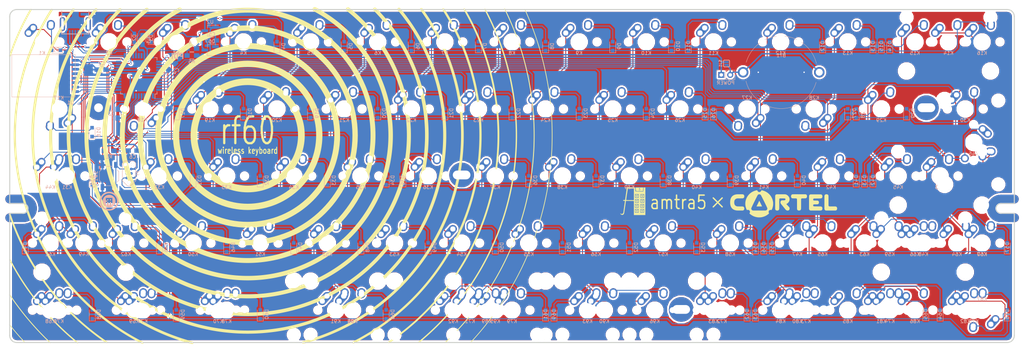
<source format=kicad_pcb>
(kicad_pcb (version 4) (host pcbnew 4.0.2-stable)
  (layers (0 F.Cu signal) (31 B.Cu signal) (34 B.Paste user) (35 F.Paste user) (36 B.SilkS user) (37 F.SilkS user) (38 B.Mask user) (39 F.Mask user) (44 Edge.Cuts user))
  (net 0 "")
  (net 1 "Net-(D1-Pad2)")
  (net 2 "Net-(D2-Pad2)")
  (net 3 "Net-(D3-Pad2)")
  (net 4 "Net-(D4-Pad2)")
  (net 5 "Net-(D5-Pad2)")
  (net 6 "Net-(D6-Pad2)")
  (net 7 "Net-(D7-Pad2)")
  (net 8 "Net-(D8-Pad2)")
  (net 9 "Net-(D9-Pad2)")
  (net 10 "Net-(D10-Pad2)")
  (net 11 "Net-(D11-Pad2)")
  (net 12 "Net-(D12-Pad2)")
  (net 13 "Net-(D13-Pad2)")
  (net 14 "Net-(D15-Pad2)")
  (net 15 "Net-(D14-Pad2)")
  (net 16 "Net-(D16-Pad2)")
  (net 17 "Net-(D17-Pad2)")
  (net 18 "Net-(D18-Pad2)")
  (net 19 "Net-(D19-Pad2)")
  (net 20 "Net-(D20-Pad2)")
  (net 21 "Net-(D21-Pad2)")
  (net 22 "Net-(D22-Pad2)")
  (net 23 "Net-(D23-Pad2)")
  (net 24 "Net-(D24-Pad2)")
  (net 25 "Net-(D25-Pad2)")
  (net 26 "Net-(D26-Pad2)")
  (net 27 "Net-(D27-Pad2)")
  (net 28 "Net-(D28-Pad2)")
  (net 29 "Net-(D29-Pad2)")
  (net 30 "Net-(D30-Pad2)")
  (net 31 "Net-(D31-Pad2)")
  (net 32 "Net-(D32-Pad2)")
  (net 33 "Net-(D33-Pad2)")
  (net 34 "Net-(D34-Pad2)")
  (net 35 "Net-(D35-Pad2)")
  (net 36 "Net-(D36-Pad2)")
  (net 37 "Net-(D37-Pad2)")
  (net 38 "Net-(D38-Pad2)")
  (net 39 "Net-(D39-Pad2)")
  (net 40 "Net-(D40-Pad2)")
  (net 41 "Net-(D41-Pad2)")
  (net 42 "Net-(D43-Pad2)")
  (net 43 "Net-(D42-Pad2)")
  (net 44 "Net-(D55-Pad2)")
  (net 45 "Net-(D56-Pad2)")
  (net 46 "Net-(D44-Pad2)")
  (net 47 "Net-(D46-Pad2)")
  (net 48 "Net-(D47-Pad2)")
  (net 49 "Net-(D48-Pad2)")
  (net 50 "Net-(D49-Pad2)")
  (net 51 "Net-(D50-Pad2)")
  (net 52 "Net-(D51-Pad2)")
  (net 53 "Net-(D52-Pad2)")
  (net 54 "Net-(D53-Pad2)")
  (net 55 "Net-(D54-Pad2)")
  (net 56 "Net-(D57-Pad2)")
  (net 57 "Net-(D45-Pad2)")
  (net 58 "Net-(D58-Pad2)")
  (net 59 "Net-(D59-Pad2)")
  (net 60 "Net-(D60-Pad2)")
  (net 61 "Net-(D61-Pad2)")
  (net 62 "Net-(D62-Pad2)")
  (net 63 "Net-(D63-Pad2)")
  (net 64 "Net-(D65-Pad2)")
  (net 65 "Net-(D66-Pad2)")
  (net 66 "Net-(D64-Pad2)")
  (net 67 "Net-(BT1-Pad1)")
  (net 68 GND)
  (net 69 +3V3)
  (net 70 "Net-(C5-Pad1)")
  (net 71 /ROW0)
  (net 72 /ROW1)
  (net 73 /ROW2)
  (net 74 /ROW3)
  (net 75 /ROW4)
  (net 76 "Net-(IC1-Pad13)")
  (net 77 "Net-(IC1-Pad14)")
  (net 78 "Net-(IC1-Pad15)")
  (net 79 "Net-(IC1-Pad16)")
  (net 80 "Net-(IC1-Pad17)")
  (net 81 "Net-(IC1-Pad25)")
  (net 82 /D-)
  (net 83 /D+)
  (net 84 "Net-(IC1-Pad28)")
  (net 85 "Net-(IC1-Pad29)")
  (net 86 "Net-(IC1-Pad32)")
  (net 87 "Net-(IC1-Pad33)")
  (net 88 "Net-(IC1-Pad36)")
  (net 89 "Net-(IC1-Pad37)")
  (net 90 /COL0)
  (net 91 /COL1)
  (net 92 /COL2)
  (net 93 /COL4)
  (net 94 /COL5)
  (net 95 /COL6)
  (net 96 /COL7)
  (net 97 /COL8)
  (net 98 /COL9)
  (net 99 /COL10)
  (net 100 /COL11)
  (net 101 /COL12)
  (net 102 /COL13)
  (net 103 /COL14)
  (net 104 +5V)
  (net 105 /COL3)
  (net 106 "Net-(D68-Pad2)")
  (net 107 "Net-(D69-Pad2)")
  (net 108 "Net-(J1-Pad4)")
  (net 109 "Net-(D67-Pad2)")
  (net 110 "Net-(J1-Pad6)")
  (net 111 /PDI)
  (net 112 /PDI_CLK)
  (net 113 "Net-(P1-Pad3)")
  (net 114 "Net-(P1-Pad4)")
  (module logo:cartel-7.8mm (layer F.Cu) (at 224.63125 93.6625)
    (fp_text reference G*** hide)
    (fp_text value LOGO hide)
  )
  (module lib:CR2032_BK-913 (layer B.Cu) (at 224 56.25)
    (fp_text reference BT1 (at 0 -4.8) (layer B.SilkS) (effects (justify mirror)))
    (fp_text value Battery)
    (pad 1 thru_hole circle (at 10.8 0) (size 3 3) (drill 2) (layers *.Cu *.Paste *.Mask) (net 67 "Net-(BT1-Pad1)"))
    (pad 2 smd rect (at 0 0) (size 7 7) (layers B.Cu B.Mask) (net 68 GND))
    (pad 1 thru_hole circle (at -10.8 0) (size 3 3) (drill 2) (layers *.Cu *.Paste *.Mask) (net 67 "Net-(BT1-Pad1)"))
  )
  (module MXAlps:MX-1U-NoLED (layer F.Cu) (at 223.8375 47.625)
    (fp_text reference K12 (at 0 3.175) (layer B.SilkS) (effects (justify mirror)))
    (fp_text value KEYSW)
    (pad 2 thru_hole oval (at 2.5 -4.5 86.0548) (size 2.831378 2.25) (drill 1.47 (offset 0.290689 0)) (layers *.Cu *.Mask) (net 12 "Net-(D12-Pad2)"))
    (pad 2 thru_hole circle (at 2.54 -5.08) (size 2.25 2.25) (drill 1.47) (layers *.Cu *.Mask) (net 12 "Net-(D12-Pad2)"))
    (pad 1 thru_hole oval (at -3.81 -2.54 48.09963212) (size 4.211556 2.25) (drill 1.47 (offset 0.980778 0)) (layers *.Cu *.Mask) (net 100 /COL11))
    (pad "" np_thru_hole circle (at 0 0) (size 3.9878 3.9878) (drill 3.9878) (layers *.Cu *.Mask))
    (pad 1 thru_hole circle (at -2.5 -4) (size 2.25 2.25) (drill 1.47) (layers *.Cu *.Mask) (net 100 /COL11))
    (pad "" np_thru_hole circle (at -5.08 0 48.0996) (size 1.7018 1.7018) (drill 1.7018) (layers *.Cu *.Mask))
    (pad "" np_thru_hole circle (at 5.08 0 48.0996) (size 1.7018 1.7018) (drill 1.7018) (layers *.Cu *.Mask))
  )
  (module MXAlps:MX-2U-ReversedStabilizers-NoLED (layer F.Cu) (at 142.875 123.825)
    (fp_text reference K95 (at 0 3.175) (layer B.SilkS) (effects (justify mirror)))
    (fp_text value KEYSW)
    (pad 2 thru_hole oval (at 2.5 -4.5 86.0548) (size 2.831378 2.25) (drill 1.47 (offset 0.290689 0)) (layers *.Cu *.Mask) (net 95 /COL6))
    (pad 2 thru_hole circle (at 2.54 -5.08) (size 2.25 2.25) (drill 1.47) (layers *.Cu *.Mask) (net 95 /COL6))
    (pad 1 thru_hole oval (at -3.81 -2.54 48.09963212) (size 4.211556 2.25) (drill 1.47 (offset 0.980778 0)) (layers *.Cu *.Mask) (net 61 "Net-(D61-Pad2)"))
    (pad "" np_thru_hole circle (at 0 0) (size 3.9878 3.9878) (drill 3.9878) (layers *.Cu *.Mask))
    (pad 1 thru_hole circle (at -2.5 -4) (size 2.25 2.25) (drill 1.47) (layers *.Cu *.Mask) (net 61 "Net-(D61-Pad2)"))
    (pad "" np_thru_hole circle (at -5.08 0 48.0996) (size 1.7018 1.7018) (drill 1.7018) (layers *.Cu *.Mask))
    (pad "" np_thru_hole circle (at 5.08 0 48.0996) (size 1.7018 1.7018) (drill 1.7018) (layers *.Cu *.Mask))
    (pad "" np_thru_hole circle (at -11.90625 6.985) (size 3.048 3.048) (drill 3.048) (layers *.Cu *.Mask))
    (pad "" np_thru_hole circle (at 11.90625 6.985) (size 3.048 3.048) (drill 3.048) (layers *.Cu *.Mask))
    (pad "" np_thru_hole circle (at -11.90625 -8.255) (size 3.9878 3.9878) (drill 3.9878) (layers *.Cu *.Mask))
    (pad "" np_thru_hole circle (at 11.90625 -8.255) (size 3.9878 3.9878) (drill 3.9878) (layers *.Cu *.Mask))
  )
  (module Diodes_SMD:D_SOD-323_HandSoldering (layer B.Cu) (at 40.48125 46.44375 90)
    (fp_text reference D2 (at 0 0 90) (layer B.SilkS) (effects (justify mirror)))
    (fp_text value 1N4148)
    (pad 1 smd rect (at -1.25 0 90) (size 1 1) (layers B.Cu B.Paste B.Mask) (net 71 /ROW0))
    (pad 2 smd rect (at 1.25 0 90) (size 1 1) (layers B.Cu B.Paste B.Mask) (net 2 "Net-(D2-Pad2)"))
  )
  (module Cartel:60_Outline (layer F.Cu) (at 147.6375 85.725)
    (fp_text reference REF** hide)
    (fp_text value 60_Outline hide)
    (fp_line (start 138.7 11.85095) (end 142.55 11.85095) (layer B.Cu) (width 2.5019))
    (fp_line (start 138.7 6.54905) (end 142.5 6.54905) (layer F.Cu) (width 2.5019))
    (fp_arc (start 138.7 9.2) (end 136.04905 9.2) (angle -90) (layer F.Cu) (width 2.5019))
    (fp_arc (start 138.7 9.2) (end 138.7 6.54905) (angle -90) (layer F.Cu) (width 2.5019))
    (fp_line (start 138.7 6.54905) (end 142.5 6.54905) (layer B.Cu) (width 2.5019))
    (fp_line (start 138.7 11.85095) (end 142.55 11.85095) (layer F.Cu) (width 2.5019))
    (fp_arc (start 138.7 9.2) (end 136.04905 9.2) (angle -90) (layer B.Cu) (width 2.5019))
    (fp_arc (start 138.7 9.2) (end 138.7 6.54905) (angle -90) (layer B.Cu) (width 2.5019))
    (fp_arc (start -138.7 9.2) (end -138.7 6.54905) (angle 90) (layer B.Cu) (width 2.5019))
    (fp_arc (start -138.7 9.2) (end -136.04905 9.2) (angle 90) (layer B.Cu) (width 2.5019))
    (fp_line (start -142.5 11.85095) (end -138.7 11.85095) (layer F.Cu) (width 2.5019))
    (fp_line (start -142.5 11.85095) (end -138.7 11.85095) (layer B.Cu) (width 2.5019))
    (fp_arc (start -138.7 9.2) (end -138.7 6.54905) (angle 90) (layer F.Cu) (width 2.5019))
    (fp_arc (start -138.7 9.2) (end -136.04905 9.2) (angle 90) (layer F.Cu) (width 2.5019))
    (fp_arc (start -138.7 9.2) (end -137.3 9.2) (angle 90) (layer Edge.Cuts) (width 0.3))
    (fp_line (start -142.5 6.54905) (end -138.7 6.54905) (layer B.Cu) (width 2.5019))
    (fp_line (start -142.5 6.54905) (end -138.7 6.54905) (layer F.Cu) (width 2.5019))
    (fp_line (start 138.7 7.8) (end 142.5 7.8) (layer Edge.Cuts) (width 0.3))
    (fp_line (start 138.7 10.6) (end 142.5 10.6) (layer Edge.Cuts) (width 0.3))
    (fp_line (start 142.5 7.8) (end 142.5 -45.3) (layer Edge.Cuts) (width 0.3))
    (fp_line (start 142.5 10.6) (end 142.5 45.3) (layer Edge.Cuts) (width 0.3))
    (fp_arc (start 138.7 9.2) (end 137.3 9.2) (angle -90) (layer Edge.Cuts) (width 0.3))
    (fp_arc (start 138.7 9.2) (end 138.7 7.8) (angle -90) (layer Edge.Cuts) (width 0.3))
    (fp_line (start -142.5 7.8) (end -142.5 -45.3) (layer Edge.Cuts) (width 0.3))
    (fp_line (start -138.7 7.8) (end -142.5 7.8) (layer Edge.Cuts) (width 0.3))
    (fp_arc (start -138.7 9.2) (end -138.7 7.8) (angle 90) (layer Edge.Cuts) (width 0.3))
    (fp_line (start -142.5 10.6) (end -138.7 10.6) (layer Edge.Cuts) (width 0.3))
    (fp_line (start -142.5 45.3) (end -142.5 10.6) (layer Edge.Cuts) (width 0.3))
    (fp_arc (start 140.5 -45.3) (end 140.5 -47.3) (angle 90) (layer Edge.Cuts) (width 0.3))
    (fp_arc (start 140.5 45.3) (end 142.5 45.3) (angle 90) (layer Edge.Cuts) (width 0.3))
    (fp_arc (start -140.5 45.3) (end -140.5 47.3) (angle 90) (layer Edge.Cuts) (width 0.3))
    (fp_arc (start -140.5 -45.3) (end -142.5 -45.3) (angle 90) (layer Edge.Cuts) (width 0.3))
    (fp_line (start 140.5 -47.3) (end -140.5 -47.3) (layer Edge.Cuts) (width 0.3))
    (fp_line (start -140.5 47.3) (end 140.5 47.3) (layer Edge.Cuts) (width 0.3))
    (pad 1 thru_hole circle (at -117.3 -19.4) (size 7.0013 7.0013) (drill 2.4994) (layers *.Cu *.Mask))
    (pad 1 thru_hole circle (at -14.3 -0.3) (size 7.00024 7.00024) (drill oval 5.00126 2.49936) (layers *.Cu *.Mask))
    (pad 1 thru_hole circle (at 48 37.9) (size 7.00024 7.00024) (drill oval 5.00126 2.49936) (layers *.Cu *.Mask))
    (pad 1 thru_hole circle (at 117.55 -19.4) (size 7.00024 7.00024) (drill oval 5.00126 2.49936) (layers *.Cu *.Mask))
  )
  (module Capacitors_SMD:C_0805_HandSoldering (layer B.Cu) (at 35.75 68 270)
    (fp_text reference C1 (at 0 1.75 270) (layer B.SilkS) (effects (justify mirror)))
    (fp_text value 0.1u)
    (pad 1 smd rect (at -1.25 0 270) (size 1.5 1.25) (layers B.Cu B.Paste B.Mask) (net 69 +3V3))
    (pad 2 smd rect (at 1.25 0 270) (size 1.5 1.25) (layers B.Cu B.Paste B.Mask) (net 68 GND))
  )
  (module Capacitors_SMD:C_0805_HandSoldering (layer B.Cu) (at 31.2 55.5 180)
    (fp_text reference C2 (at 0 1.75 180) (layer B.SilkS) (effects (justify mirror)))
    (fp_text value 0.1u)
    (pad 1 smd rect (at -1.25 0 180) (size 1.5 1.25) (layers B.Cu B.Paste B.Mask) (net 69 +3V3))
    (pad 2 smd rect (at 1.25 0 180) (size 1.5 1.25) (layers B.Cu B.Paste B.Mask) (net 68 GND))
  )
  (module Capacitors_SMD:C_0805_HandSoldering (layer B.Cu) (at 42.8 47.1 90)
    (fp_text reference C3 (at 0 1.75 90) (layer B.SilkS) (effects (justify mirror)))
    (fp_text value 0.1u)
    (pad 1 smd rect (at -1.25 0 90) (size 1.5 1.25) (layers B.Cu B.Paste B.Mask) (net 69 +3V3))
    (pad 2 smd rect (at 1.25 0 90) (size 1.5 1.25) (layers B.Cu B.Paste B.Mask) (net 68 GND))
  )
  (module Capacitors_SMD:C_0805_HandSoldering (layer B.Cu) (at 51.2 54.7 45)
    (fp_text reference C4 (at 0 1.75 45) (layer B.SilkS) (effects (justify mirror)))
    (fp_text value 0.1u)
    (pad 1 smd rect (at -1.25 0 45) (size 1.5 1.25) (layers B.Cu B.Paste B.Mask) (net 69 +3V3))
    (pad 2 smd rect (at 1.25 0 45) (size 1.5 1.25) (layers B.Cu B.Paste B.Mask) (net 68 GND))
  )
  (module Capacitors_SMD:C_0805_HandSoldering (layer B.Cu) (at 62.5 47.2 180)
    (fp_text reference C5 (at 0 1.75 180) (layer B.SilkS) (effects (justify mirror)))
    (fp_text value 1u)
    (pad 1 smd rect (at -1.25 0 180) (size 1.5 1.25) (layers B.Cu B.Paste B.Mask) (net 70 "Net-(C5-Pad1)"))
    (pad 2 smd rect (at 1.25 0 180) (size 1.5 1.25) (layers B.Cu B.Paste B.Mask) (net 68 GND))
  )
  (module TO_SOT_Packages_SMD:SOT-23_Handsoldering (layer B.Cu) (at 62 49.95 180)
    (fp_text reference D67 (at 0 2.5 180) (layer B.SilkS) (effects (justify mirror)))
    (fp_text value BAT54C-7-F)
    (pad 1 smd rect (at -1.5 0.95 180) (size 1.9 0.8) (layers B.Cu B.Paste B.Mask) (net 70 "Net-(C5-Pad1)"))
    (pad 2 smd rect (at -1.5 -0.95 180) (size 1.9 0.8) (layers B.Cu B.Paste B.Mask) (net 109 "Net-(D67-Pad2)"))
    (pad 3 smd rect (at 1.5 0 180) (size 1.9 0.8) (layers B.Cu B.Paste B.Mask) (net 69 +3V3))
  )
  (module Resistors_SMD:R_0805_HandSoldering (layer B.Cu) (at 33.3375 78.58125)
    (fp_text reference R1 (at 0 1.7) (layer B.SilkS) (effects (justify mirror)))
    (fp_text value 10k)
    (pad 1 smd rect (at -1.35 0) (size 1.5 1.3) (layers B.Cu B.Paste B.Mask) (net 69 +3V3))
    (pad 2 smd rect (at 1.35 0) (size 1.5 1.3) (layers B.Cu B.Paste B.Mask) (net 112 /PDI_CLK))
  )
  (module Resistors_SMD:R_0805_HandSoldering (layer B.Cu) (at 56.8 49.5 180)
    (fp_text reference R4 (at 0 1.7 180) (layer B.SilkS) (effects (justify mirror)))
    (fp_text value 100k)
    (pad 1 smd rect (at -1.35 0 180) (size 1.5 1.3) (layers B.Cu B.Paste B.Mask) (net 104 +5V))
    (pad 2 smd rect (at 1.35 0 180) (size 1.5 1.3) (layers B.Cu B.Paste B.Mask) (net 86 "Net-(IC1-Pad32)"))
  )
  (module Resistors_SMD:R_0805_HandSoldering (layer B.Cu) (at 56.8 51.5)
    (fp_text reference R5 (at 0 1.7) (layer B.SilkS) (effects (justify mirror)))
    (fp_text value 100k)
    (pad 1 smd rect (at -1.35 0) (size 1.5 1.3) (layers B.Cu B.Paste B.Mask) (net 86 "Net-(IC1-Pad32)"))
    (pad 2 smd rect (at 1.35 0) (size 1.5 1.3) (layers B.Cu B.Paste B.Mask) (net 68 GND))
  )
  (module Cartel:nRF24L01+_SMD (layer B.Cu) (at 14.75 57.25 270)
    (fp_text reference U1 (at 7.62 -7.62 540) (layer B.SilkS) (effects (justify mirror)))
    (fp_text value nRF24L01+)
    (pad 8 smd rect (at 4.49 -9 270) (size 0.8 2) (layers B.Cu B.Paste B.Mask) (net 76 "Net-(IC1-Pad13)"))
    (pad 7 smd rect (at 3.22 -9 270) (size 0.8 2) (layers B.Cu B.Paste B.Mask) (net 79 "Net-(IC1-Pad16)"))
    (pad 6 smd rect (at 1.95 -9 270) (size 0.8 2) (layers B.Cu B.Paste B.Mask) (net 78 "Net-(IC1-Pad15)"))
    (pad 5 smd rect (at 0.68 -9 270) (size 0.8 2) (layers B.Cu B.Paste B.Mask) (net 80 "Net-(IC1-Pad17)"))
    (pad 4 smd rect (at -0.59 -9 270) (size 0.8 2) (layers B.Cu B.Paste B.Mask) (net 77 "Net-(IC1-Pad14)"))
    (pad 3 smd rect (at -1.86 -9 270) (size 0.8 2) (layers B.Cu B.Paste B.Mask) (net 81 "Net-(IC1-Pad25)"))
    (pad 2 smd rect (at -3.13 -9 270) (size 0.8 2) (layers B.Cu B.Paste B.Mask) (net 68 GND))
    (pad 1 smd rect (at -4.4 -9 270) (size 0.8 2) (layers B.Cu B.Paste B.Mask) (net 69 +3V3))
  )
  (module TO_SOT_Packages_SMD:SOT-23_Handsoldering (layer B.Cu) (at 62 44.45 180)
    (fp_text reference U2 (at 0 2.5 180) (layer B.SilkS) (effects (justify mirror)))
    (fp_text value MCP1700T-3002E/TT)
    (pad 1 smd rect (at -1.5 0.95 180) (size 1.9 0.8) (layers B.Cu B.Paste B.Mask) (net 68 GND))
    (pad 2 smd rect (at -1.5 -0.95 180) (size 1.9 0.8) (layers B.Cu B.Paste B.Mask) (net 70 "Net-(C5-Pad1)"))
    (pad 3 smd rect (at 1.5 0 180) (size 1.9 0.8) (layers B.Cu B.Paste B.Mask) (net 104 +5V))
  )
  (module Housings_QFP:TQFP-44_10x10mm_Pitch0.8mm (layer B.Cu) (at 41.75 57.25 90)
    (fp_text reference IC1 (at 0 7.45 90) (layer B.SilkS) (effects (justify mirror)))
    (fp_text value ATXMEGA32A4U-A)
    (pad 1 smd rect (at -5.7 4 90) (size 1.5 0.55) (layers B.Cu B.Paste B.Mask) (net 98 /COL9))
    (pad 2 smd rect (at -5.7 3.2 90) (size 1.5 0.55) (layers B.Cu B.Paste B.Mask) (net 97 /COL8))
    (pad 3 smd rect (at -5.7 2.4 90) (size 1.5 0.55) (layers B.Cu B.Paste B.Mask) (net 96 /COL7))
    (pad 4 smd rect (at -5.7 1.6 90) (size 1.5 0.55) (layers B.Cu B.Paste B.Mask) (net 95 /COL6))
    (pad 5 smd rect (at -5.7 0.8 90) (size 1.5 0.55) (layers B.Cu B.Paste B.Mask) (net 94 /COL5))
    (pad 6 smd rect (at -5.7 0 90) (size 1.5 0.55) (layers B.Cu B.Paste B.Mask) (net 93 /COL4))
    (pad 7 smd rect (at -5.7 -0.8 90) (size 1.5 0.55) (layers B.Cu B.Paste B.Mask) (net 105 /COL3))
    (pad 8 smd rect (at -5.7 -1.6 90) (size 1.5 0.55) (layers B.Cu B.Paste B.Mask) (net 68 GND))
    (pad 9 smd rect (at -5.7 -2.4 90) (size 1.5 0.55) (layers B.Cu B.Paste B.Mask) (net 69 +3V3))
    (pad 10 smd rect (at -5.7 -3.2 90) (size 1.5 0.55) (layers B.Cu B.Paste B.Mask) (net 92 /COL2))
    (pad 11 smd rect (at -5.7 -4 90) (size 1.5 0.55) (layers B.Cu B.Paste B.Mask) (net 91 /COL1))
    (pad 12 smd rect (at -4 -5.7) (size 1.5 0.55) (layers B.Cu B.Paste B.Mask) (net 90 /COL0))
    (pad 13 smd rect (at -3.2 -5.7) (size 1.5 0.55) (layers B.Cu B.Paste B.Mask) (net 76 "Net-(IC1-Pad13)"))
    (pad 14 smd rect (at -2.4 -5.7) (size 1.5 0.55) (layers B.Cu B.Paste B.Mask) (net 77 "Net-(IC1-Pad14)"))
    (pad 15 smd rect (at -1.6 -5.7) (size 1.5 0.55) (layers B.Cu B.Paste B.Mask) (net 78 "Net-(IC1-Pad15)"))
    (pad 16 smd rect (at -0.8 -5.7) (size 1.5 0.55) (layers B.Cu B.Paste B.Mask) (net 79 "Net-(IC1-Pad16)"))
    (pad 17 smd rect (at 0 -5.7) (size 1.5 0.55) (layers B.Cu B.Paste B.Mask) (net 80 "Net-(IC1-Pad17)"))
    (pad 18 smd rect (at 0.8 -5.7) (size 1.5 0.55) (layers B.Cu B.Paste B.Mask) (net 68 GND))
    (pad 19 smd rect (at 1.6 -5.7) (size 1.5 0.55) (layers B.Cu B.Paste B.Mask) (net 69 +3V3))
    (pad 20 smd rect (at 2.4 -5.7) (size 1.5 0.55) (layers B.Cu B.Paste B.Mask) (net 72 /ROW1))
    (pad 21 smd rect (at 3.2 -5.7) (size 1.5 0.55) (layers B.Cu B.Paste B.Mask) (net 75 /ROW4))
    (pad 22 smd rect (at 4 -5.7) (size 1.5 0.55) (layers B.Cu B.Paste B.Mask) (net 74 /ROW3))
    (pad 23 smd rect (at 5.7 -4 90) (size 1.5 0.55) (layers B.Cu B.Paste B.Mask) (net 73 /ROW2))
    (pad 24 smd rect (at 5.7 -3.2 90) (size 1.5 0.55) (layers B.Cu B.Paste B.Mask) (net 71 /ROW0))
    (pad 25 smd rect (at 5.7 -2.4 90) (size 1.5 0.55) (layers B.Cu B.Paste B.Mask) (net 81 "Net-(IC1-Pad25)"))
    (pad 26 smd rect (at 5.7 -1.6 90) (size 1.5 0.55) (layers B.Cu B.Paste B.Mask) (net 82 /D-))
    (pad 27 smd rect (at 5.7 -0.8 90) (size 1.5 0.55) (layers B.Cu B.Paste B.Mask) (net 83 /D+))
    (pad 28 smd rect (at 5.7 0 90) (size 1.5 0.55) (layers B.Cu B.Paste B.Mask) (net 84 "Net-(IC1-Pad28)"))
    (pad 29 smd rect (at 5.7 0.8 90) (size 1.5 0.55) (layers B.Cu B.Paste B.Mask) (net 85 "Net-(IC1-Pad29)"))
    (pad 30 smd rect (at 5.7 1.6 90) (size 1.5 0.55) (layers B.Cu B.Paste B.Mask) (net 68 GND))
    (pad 31 smd rect (at 5.7 2.4 90) (size 1.5 0.55) (layers B.Cu B.Paste B.Mask) (net 69 +3V3))
    (pad 32 smd rect (at 5.7 3.2 90) (size 1.5 0.55) (layers B.Cu B.Paste B.Mask) (net 86 "Net-(IC1-Pad32)"))
    (pad 33 smd rect (at 5.7 4 90) (size 1.5 0.55) (layers B.Cu B.Paste B.Mask) (net 87 "Net-(IC1-Pad33)"))
    (pad 34 smd rect (at 4 5.7) (size 1.5 0.55) (layers B.Cu B.Paste B.Mask) (net 111 /PDI))
    (pad 35 smd rect (at 3.2 5.7) (size 1.5 0.55) (layers B.Cu B.Paste B.Mask) (net 112 /PDI_CLK))
    (pad 36 smd rect (at 2.4 5.7) (size 1.5 0.55) (layers B.Cu B.Paste B.Mask) (net 88 "Net-(IC1-Pad36)"))
    (pad 37 smd rect (at 1.6 5.7) (size 1.5 0.55) (layers B.Cu B.Paste B.Mask) (net 89 "Net-(IC1-Pad37)"))
    (pad 38 smd rect (at 0.8 5.7) (size 1.5 0.55) (layers B.Cu B.Paste B.Mask) (net 68 GND))
    (pad 39 smd rect (at 0 5.7) (size 1.5 0.55) (layers B.Cu B.Paste B.Mask) (net 69 +3V3))
    (pad 40 smd rect (at -0.8 5.7) (size 1.5 0.55) (layers B.Cu B.Paste B.Mask) (net 103 /COL14))
    (pad 41 smd rect (at -1.6 5.7) (size 1.5 0.55) (layers B.Cu B.Paste B.Mask) (net 102 /COL13))
    (pad 42 smd rect (at -2.4 5.7) (size 1.5 0.55) (layers B.Cu B.Paste B.Mask) (net 101 /COL12))
    (pad 43 smd rect (at -3.2 5.7) (size 1.5 0.55) (layers B.Cu B.Paste B.Mask) (net 100 /COL11))
    (pad 44 smd rect (at -4 5.7) (size 1.5 0.55) (layers B.Cu B.Paste B.Mask) (net 99 /COL10))
  )
  (module Diodes_SMD:D_SOD-323_HandSoldering (layer B.Cu) (at 288.13125 125.025 90)
    (fp_text reference D66 (at 0 0 90) (layer B.SilkS) (effects (justify mirror)))
    (fp_text value 1N4148)
    (pad 1 smd rect (at -1.25 0 90) (size 1 1) (layers B.Cu B.Paste B.Mask) (net 75 /ROW4))
    (pad 2 smd rect (at 1.25 0 90) (size 1 1) (layers B.Cu B.Paste B.Mask) (net 65 "Net-(D66-Pad2)"))
  )
  (module Diodes_SMD:D_SOD-323_HandSoldering (layer B.Cu) (at 265 124.95 90)
    (fp_text reference D65 (at 0 0 90) (layer B.SilkS) (effects (justify mirror)))
    (fp_text value 1N4148)
    (pad 1 smd rect (at -1.25 0 90) (size 1 1) (layers B.Cu B.Paste B.Mask) (net 75 /ROW4))
    (pad 2 smd rect (at 1.25 0 90) (size 1 1) (layers B.Cu B.Paste B.Mask) (net 64 "Net-(D65-Pad2)"))
  )
  (module Diodes_SMD:D_SOD-323_HandSoldering (layer B.Cu) (at 269.08125 125.025 90)
    (fp_text reference D64 (at 0 0 90) (layer B.SilkS) (effects (justify mirror)))
    (fp_text value 1N4148)
    (pad 1 smd rect (at -1.25 0 90) (size 1 1) (layers B.Cu B.Paste B.Mask) (net 75 /ROW4))
    (pad 2 smd rect (at 1.25 0 90) (size 1 1) (layers B.Cu B.Paste B.Mask) (net 66 "Net-(D64-Pad2)"))
  )
  (module Diodes_SMD:D_SOD-323_HandSoldering (layer B.Cu) (at 216.69375 125.025 90)
    (fp_text reference D63 (at 0 0 90) (layer B.SilkS) (effects (justify mirror)))
    (fp_text value 1N4148)
    (pad 1 smd rect (at -1.25 0 90) (size 1 1) (layers B.Cu B.Paste B.Mask) (net 75 /ROW4))
    (pad 2 smd rect (at 1.25 0 90) (size 1 1) (layers B.Cu B.Paste B.Mask) (net 63 "Net-(D63-Pad2)"))
  )
  (module Diodes_SMD:D_SOD-323_HandSoldering (layer B.Cu) (at 214.3125 125.025 90)
    (fp_text reference D62 (at 0 0 90) (layer B.SilkS) (effects (justify mirror)))
    (fp_text value 1N4148)
    (pad 1 smd rect (at -1.25 0 90) (size 1 1) (layers B.Cu B.Paste B.Mask) (net 75 /ROW4))
    (pad 2 smd rect (at 1.25 0 90) (size 1 1) (layers B.Cu B.Paste B.Mask) (net 62 "Net-(D62-Pad2)"))
  )
  (module Diodes_SMD:D_SOD-323_HandSoldering (layer B.Cu) (at 157.1625 125.025 90)
    (fp_text reference D61 (at 0 0 90) (layer B.SilkS) (effects (justify mirror)))
    (fp_text value 1N4148)
    (pad 1 smd rect (at -1.25 0 90) (size 1 1) (layers B.Cu B.Paste B.Mask) (net 75 /ROW4))
    (pad 2 smd rect (at 1.25 0 90) (size 1 1) (layers B.Cu B.Paste B.Mask) (net 61 "Net-(D61-Pad2)"))
  )
  (module Diodes_SMD:D_SOD-323_HandSoldering (layer B.Cu) (at 76.2 125.025 90)
    (fp_text reference D60 (at 0 1.85 90) (layer B.SilkS) (effects (justify mirror)))
    (fp_text value 1N4148)
    (pad 1 smd rect (at -1.25 0 90) (size 1 1) (layers B.Cu B.Paste B.Mask) (net 75 /ROW4))
    (pad 2 smd rect (at 1.25 0 90) (size 1 1) (layers B.Cu B.Paste B.Mask) (net 60 "Net-(D60-Pad2)"))
  )
  (module Diodes_SMD:D_SOD-323_HandSoldering (layer B.Cu) (at 52.3875 125.025 90)
    (fp_text reference D59 (at 0 1.85 90) (layer B.SilkS) (effects (justify mirror)))
    (fp_text value 1N4148)
    (pad 1 smd rect (at -1.25 0 90) (size 1 1) (layers B.Cu B.Paste B.Mask) (net 75 /ROW4))
    (pad 2 smd rect (at 1.25 0 90) (size 1 1) (layers B.Cu B.Paste B.Mask) (net 59 "Net-(D59-Pad2)"))
  )
  (module Diodes_SMD:D_SOD-323_HandSoldering (layer B.Cu) (at 28.575 125.025 90)
    (fp_text reference D58 (at 0 1.85 90) (layer B.SilkS) (effects (justify mirror)))
    (fp_text value 1N4148)
    (pad 1 smd rect (at -1.25 0 90) (size 1 1) (layers B.Cu B.Paste B.Mask) (net 75 /ROW4))
    (pad 2 smd rect (at 1.25 0 90) (size 1 1) (layers B.Cu B.Paste B.Mask) (net 58 "Net-(D58-Pad2)"))
  )
  (module Diodes_SMD:D_SOD-323_HandSoldering (layer B.Cu) (at 288.13125 105.975 90)
    (fp_text reference D57 (at 0 0 90) (layer B.SilkS) (effects (justify mirror)))
    (fp_text value 1N4148)
    (pad 1 smd rect (at -1.25 0 90) (size 1 1) (layers B.Cu B.Paste B.Mask) (net 74 /ROW3))
    (pad 2 smd rect (at 1.25 0 90) (size 1 1) (layers B.Cu B.Paste B.Mask) (net 56 "Net-(D57-Pad2)"))
  )
  (module Diodes_SMD:D_SOD-323_HandSoldering (layer B.Cu) (at 219.075 105.975 90)
    (fp_text reference D56 (at 0 0 90) (layer B.SilkS) (effects (justify mirror)))
    (fp_text value 1N4148)
    (pad 1 smd rect (at -1.25 0 90) (size 1 1) (layers B.Cu B.Paste B.Mask) (net 74 /ROW3))
    (pad 2 smd rect (at 1.25 0 90) (size 1 1) (layers B.Cu B.Paste B.Mask) (net 45 "Net-(D56-Pad2)"))
  )
  (module Diodes_SMD:D_SOD-323_HandSoldering (layer B.Cu) (at 221.45625 105.975 90)
    (fp_text reference D55 (at 0 0 90) (layer B.SilkS) (effects (justify mirror)))
    (fp_text value 1N4148)
    (pad 1 smd rect (at -1.25 0 90) (size 1 1) (layers B.Cu B.Paste B.Mask) (net 74 /ROW3))
    (pad 2 smd rect (at 1.25 0 90) (size 1 1) (layers B.Cu B.Paste B.Mask) (net 44 "Net-(D55-Pad2)"))
  )
  (module Diodes_SMD:D_SOD-323_HandSoldering (layer B.Cu) (at 216.69375 105.975 90)
    (fp_text reference D54 (at 0 0 90) (layer B.SilkS) (effects (justify mirror)))
    (fp_text value 1N4148)
    (pad 1 smd rect (at -1.25 0 90) (size 1 1) (layers B.Cu B.Paste B.Mask) (net 74 /ROW3))
    (pad 2 smd rect (at 1.25 0 90) (size 1 1) (layers B.Cu B.Paste B.Mask) (net 55 "Net-(D54-Pad2)"))
  )
  (module Diodes_SMD:D_SOD-323_HandSoldering (layer B.Cu) (at 200.025 105.975 90)
    (fp_text reference D53 (at 0 1.85 90) (layer B.SilkS) (effects (justify mirror)))
    (fp_text value 1N4148)
    (pad 1 smd rect (at -1.25 0 90) (size 1 1) (layers B.Cu B.Paste B.Mask) (net 74 /ROW3))
    (pad 2 smd rect (at 1.25 0 90) (size 1 1) (layers B.Cu B.Paste B.Mask) (net 54 "Net-(D53-Pad2)"))
  )
  (module Diodes_SMD:D_SOD-323_HandSoldering (layer B.Cu) (at 180.975 105.975 90)
    (fp_text reference D52 (at 0 1.85 90) (layer B.SilkS) (effects (justify mirror)))
    (fp_text value 1N4148)
    (pad 1 smd rect (at -1.25 0 90) (size 1 1) (layers B.Cu B.Paste B.Mask) (net 74 /ROW3))
    (pad 2 smd rect (at 1.25 0 90) (size 1 1) (layers B.Cu B.Paste B.Mask) (net 53 "Net-(D52-Pad2)"))
  )
  (module Diodes_SMD:D_SOD-323_HandSoldering (layer B.Cu) (at 161.925 105.975 90)
    (fp_text reference D51 (at 0 1.85 90) (layer B.SilkS) (effects (justify mirror)))
    (fp_text value 1N4148)
    (pad 1 smd rect (at -1.25 0 90) (size 1 1) (layers B.Cu B.Paste B.Mask) (net 74 /ROW3))
    (pad 2 smd rect (at 1.25 0 90) (size 1 1) (layers B.Cu B.Paste B.Mask) (net 52 "Net-(D51-Pad2)"))
  )
  (module Diodes_SMD:D_SOD-323_HandSoldering (layer B.Cu) (at 142.875 105.975 90)
    (fp_text reference D50 (at 0 1.85 90) (layer B.SilkS) (effects (justify mirror)))
    (fp_text value 1N4148)
    (pad 1 smd rect (at -1.25 0 90) (size 1 1) (layers B.Cu B.Paste B.Mask) (net 74 /ROW3))
    (pad 2 smd rect (at 1.25 0 90) (size 1 1) (layers B.Cu B.Paste B.Mask) (net 51 "Net-(D50-Pad2)"))
  )
  (module Diodes_SMD:D_SOD-323_HandSoldering (layer B.Cu) (at 123.825 105.975 90)
    (fp_text reference D49 (at 0 1.85 90) (layer B.SilkS) (effects (justify mirror)))
    (fp_text value 1N4148)
    (pad 1 smd rect (at -1.25 0 90) (size 1 1) (layers B.Cu B.Paste B.Mask) (net 74 /ROW3))
    (pad 2 smd rect (at 1.25 0 90) (size 1 1) (layers B.Cu B.Paste B.Mask) (net 50 "Net-(D49-Pad2)"))
  )
  (module Diodes_SMD:D_SOD-323_HandSoldering (layer B.Cu) (at 104.775 105.975 90)
    (fp_text reference D48 (at 0 1.85 90) (layer B.SilkS) (effects (justify mirror)))
    (fp_text value 1N4148)
    (pad 1 smd rect (at -1.25 0 90) (size 1 1) (layers B.Cu B.Paste B.Mask) (net 74 /ROW3))
    (pad 2 smd rect (at 1.25 0 90) (size 1 1) (layers B.Cu B.Paste B.Mask) (net 49 "Net-(D48-Pad2)"))
  )
  (module Diodes_SMD:D_SOD-323_HandSoldering (layer B.Cu) (at 85.725 105.975 90)
    (fp_text reference D47 (at 0 1.85 90) (layer B.SilkS) (effects (justify mirror)))
    (fp_text value 1N4148)
    (pad 1 smd rect (at -1.25 0 90) (size 1 1) (layers B.Cu B.Paste B.Mask) (net 74 /ROW3))
    (pad 2 smd rect (at 1.25 0 90) (size 1 1) (layers B.Cu B.Paste B.Mask) (net 48 "Net-(D47-Pad2)"))
  )
  (module Diodes_SMD:D_SOD-323_HandSoldering (layer B.Cu) (at 66.675 105.975 90)
    (fp_text reference D46 (at 0 1.85 90) (layer B.SilkS) (effects (justify mirror)))
    (fp_text value 1N4148)
    (pad 1 smd rect (at -1.25 0 90) (size 1 1) (layers B.Cu B.Paste B.Mask) (net 74 /ROW3))
    (pad 2 smd rect (at 1.25 0 90) (size 1 1) (layers B.Cu B.Paste B.Mask) (net 47 "Net-(D46-Pad2)"))
  )
  (module Diodes_SMD:D_SOD-323_HandSoldering (layer B.Cu) (at 47.625 105.975 90)
    (fp_text reference D45 (at 0 1.85 90) (layer B.SilkS) (effects (justify mirror)))
    (fp_text value 1N4148)
    (pad 1 smd rect (at -1.25 0 90) (size 1 1) (layers B.Cu B.Paste B.Mask) (net 74 /ROW3))
    (pad 2 smd rect (at 1.25 0 90) (size 1 1) (layers B.Cu B.Paste B.Mask) (net 57 "Net-(D45-Pad2)"))
  )
  (module Diodes_SMD:D_SOD-323_HandSoldering (layer B.Cu) (at 9.525 105.975 90)
    (fp_text reference D44 (at 0 0 90) (layer B.SilkS) (effects (justify mirror)))
    (fp_text value 1N4148)
    (pad 1 smd rect (at -1.25 0 90) (size 1 1) (layers B.Cu B.Paste B.Mask) (net 74 /ROW3))
    (pad 2 smd rect (at 1.25 0 90) (size 1 1) (layers B.Cu B.Paste B.Mask) (net 46 "Net-(D44-Pad2)"))
  )
  (module Diodes_SMD:D_SOD-323_HandSoldering (layer B.Cu) (at 247.65 86.925 90)
    (fp_text reference D43 (at 0 0 90) (layer B.SilkS) (effects (justify mirror)))
    (fp_text value 1N4148)
    (pad 1 smd rect (at -1.25 0 90) (size 1 1) (layers B.Cu B.Paste B.Mask) (net 73 /ROW2))
    (pad 2 smd rect (at 1.25 0 90) (size 1 1) (layers B.Cu B.Paste B.Mask) (net 42 "Net-(D43-Pad2)"))
  )
  (module Diodes_SMD:D_SOD-323_HandSoldering (layer B.Cu) (at 250.03125 86.925 90)
    (fp_text reference D42 (at 0 0 90) (layer B.SilkS) (effects (justify mirror)))
    (fp_text value 1N4148)
    (pad 1 smd rect (at -1.25 0 90) (size 1 1) (layers B.Cu B.Paste B.Mask) (net 73 /ROW2))
    (pad 2 smd rect (at 1.25 0 90) (size 1 1) (layers B.Cu B.Paste B.Mask) (net 43 "Net-(D42-Pad2)"))
  )
  (module Diodes_SMD:D_SOD-323_HandSoldering (layer B.Cu) (at 245.26875 86.925 90)
    (fp_text reference D41 (at 0 0 90) (layer B.SilkS) (effects (justify mirror)))
    (fp_text value 1N4148)
    (pad 1 smd rect (at -1.25 0 90) (size 1 1) (layers B.Cu B.Paste B.Mask) (net 73 /ROW2))
    (pad 2 smd rect (at 1.25 0 90) (size 1 1) (layers B.Cu B.Paste B.Mask) (net 41 "Net-(D41-Pad2)"))
  )
  (module Diodes_SMD:D_SOD-323_HandSoldering (layer B.Cu) (at 228.6 86.925 90)
    (fp_text reference D40 (at 0 1.85 90) (layer B.SilkS) (effects (justify mirror)))
    (fp_text value 1N4148)
    (pad 1 smd rect (at -1.25 0 90) (size 1 1) (layers B.Cu B.Paste B.Mask) (net 73 /ROW2))
    (pad 2 smd rect (at 1.25 0 90) (size 1 1) (layers B.Cu B.Paste B.Mask) (net 40 "Net-(D40-Pad2)"))
  )
  (module Diodes_SMD:D_SOD-323_HandSoldering (layer B.Cu) (at 209.55 86.925 90)
    (fp_text reference D39 (at 0 1.85 90) (layer B.SilkS) (effects (justify mirror)))
    (fp_text value 1N4148)
    (pad 1 smd rect (at -1.25 0 90) (size 1 1) (layers B.Cu B.Paste B.Mask) (net 73 /ROW2))
    (pad 2 smd rect (at 1.25 0 90) (size 1 1) (layers B.Cu B.Paste B.Mask) (net 39 "Net-(D39-Pad2)"))
  )
  (module Diodes_SMD:D_SOD-323_HandSoldering (layer B.Cu) (at 190.5 86.925 90)
    (fp_text reference D38 (at 0 1.85 90) (layer B.SilkS) (effects (justify mirror)))
    (fp_text value 1N4148)
    (pad 1 smd rect (at -1.25 0 90) (size 1 1) (layers B.Cu B.Paste B.Mask) (net 73 /ROW2))
    (pad 2 smd rect (at 1.25 0 90) (size 1 1) (layers B.Cu B.Paste B.Mask) (net 38 "Net-(D38-Pad2)"))
  )
  (module Diodes_SMD:D_SOD-323_HandSoldering (layer B.Cu) (at 171.45 86.925 90)
    (fp_text reference D37 (at 0 1.85 90) (layer B.SilkS) (effects (justify mirror)))
    (fp_text value 1N4148)
    (pad 1 smd rect (at -1.25 0 90) (size 1 1) (layers B.Cu B.Paste B.Mask) (net 73 /ROW2))
    (pad 2 smd rect (at 1.25 0 90) (size 1 1) (layers B.Cu B.Paste B.Mask) (net 37 "Net-(D37-Pad2)"))
  )
  (module Diodes_SMD:D_SOD-323_HandSoldering (layer B.Cu) (at 152.4 86.925 90)
    (fp_text reference D36 (at 0 1.85 90) (layer B.SilkS) (effects (justify mirror)))
    (fp_text value 1N4148)
    (pad 1 smd rect (at -1.25 0 90) (size 1 1) (layers B.Cu B.Paste B.Mask) (net 73 /ROW2))
    (pad 2 smd rect (at 1.25 0 90) (size 1 1) (layers B.Cu B.Paste B.Mask) (net 36 "Net-(D36-Pad2)"))
  )
  (module Diodes_SMD:D_SOD-323_HandSoldering (layer B.Cu) (at 116.68125 86.925 90)
    (fp_text reference D35 (at 0 0 90) (layer B.SilkS) (effects (justify mirror)))
    (fp_text value 1N4148)
    (pad 1 smd rect (at -1.25 0 90) (size 1 1) (layers B.Cu B.Paste B.Mask) (net 73 /ROW2))
    (pad 2 smd rect (at 1.25 0 90) (size 1 1) (layers B.Cu B.Paste B.Mask) (net 35 "Net-(D35-Pad2)"))
  )
  (module Diodes_SMD:D_SOD-323_HandSoldering (layer B.Cu) (at 111.91875 86.925 90)
    (fp_text reference D34 (at 0 1.85 90) (layer B.SilkS) (effects (justify mirror)))
    (fp_text value 1N4148)
    (pad 1 smd rect (at -1.25 0 90) (size 1 1) (layers B.Cu B.Paste B.Mask) (net 73 /ROW2))
    (pad 2 smd rect (at 1.25 0 90) (size 1 1) (layers B.Cu B.Paste B.Mask) (net 34 "Net-(D34-Pad2)"))
  )
  (module Diodes_SMD:D_SOD-323_HandSoldering (layer B.Cu) (at 95.25 86.925 90)
    (fp_text reference D33 (at 0 1.85 90) (layer B.SilkS) (effects (justify mirror)))
    (fp_text value 1N4148)
    (pad 1 smd rect (at -1.25 0 90) (size 1 1) (layers B.Cu B.Paste B.Mask) (net 73 /ROW2))
    (pad 2 smd rect (at 1.25 0 90) (size 1 1) (layers B.Cu B.Paste B.Mask) (net 33 "Net-(D33-Pad2)"))
  )
  (module Diodes_SMD:D_SOD-323_HandSoldering (layer B.Cu) (at 76.2 86.925 90)
    (fp_text reference D32 (at 0 1.85 90) (layer B.SilkS) (effects (justify mirror)))
    (fp_text value 1N4148)
    (pad 1 smd rect (at -1.25 0 90) (size 1 1) (layers B.Cu B.Paste B.Mask) (net 73 /ROW2))
    (pad 2 smd rect (at 1.25 0 90) (size 1 1) (layers B.Cu B.Paste B.Mask) (net 32 "Net-(D32-Pad2)"))
  )
  (module Diodes_SMD:D_SOD-323_HandSoldering (layer B.Cu) (at 57.15 86.925 90)
    (fp_text reference D31 (at 0 1.85 90) (layer B.SilkS) (effects (justify mirror)))
    (fp_text value 1N4148)
    (pad 1 smd rect (at -1.25 0 90) (size 1 1) (layers B.Cu B.Paste B.Mask) (net 73 /ROW2))
    (pad 2 smd rect (at 1.25 0 90) (size 1 1) (layers B.Cu B.Paste B.Mask) (net 31 "Net-(D31-Pad2)"))
  )
  (module Diodes_SMD:D_SOD-323_HandSoldering (layer B.Cu) (at 28.575 86.925 90)
    (fp_text reference D30 (at 0 0 90) (layer B.SilkS) (effects (justify mirror)))
    (fp_text value 1N4148)
    (pad 1 smd rect (at -1.25 0 90) (size 1 1) (layers B.Cu B.Paste B.Mask) (net 73 /ROW2))
    (pad 2 smd rect (at 1.25 0 90) (size 1 1) (layers B.Cu B.Paste B.Mask) (net 30 "Net-(D30-Pad2)"))
  )
  (module Diodes_SMD:D_SOD-323_HandSoldering (layer B.Cu) (at 259.55625 67.875 90)
    (fp_text reference D29 (at 0 1.85 90) (layer B.SilkS) (effects (justify mirror)))
    (fp_text value 1N4148)
    (pad 1 smd rect (at -1.25 0 90) (size 1 1) (layers B.Cu B.Paste B.Mask) (net 72 /ROW1))
    (pad 2 smd rect (at 1.25 0 90) (size 1 1) (layers B.Cu B.Paste B.Mask) (net 29 "Net-(D29-Pad2)"))
  )
  (module Diodes_SMD:D_SOD-323_HandSoldering (layer B.Cu) (at 245.26875 67.875 90)
    (fp_text reference D28 (at 0 1.85 90) (layer B.SilkS) (effects (justify mirror)))
    (fp_text value 1N4148)
    (pad 1 smd rect (at -1.25 0 90) (size 1 1) (layers B.Cu B.Paste B.Mask) (net 72 /ROW1))
    (pad 2 smd rect (at 1.25 0 90) (size 1 1) (layers B.Cu B.Paste B.Mask) (net 28 "Net-(D28-Pad2)"))
  )
  (module Diodes_SMD:D_SOD-323_HandSoldering (layer B.Cu) (at 242.8875 67.875 90)
    (fp_text reference D27 (at 0 1.85 90) (layer B.SilkS) (effects (justify mirror)))
    (fp_text value 1N4148)
    (pad 1 smd rect (at -1.25 0 90) (size 1 1) (layers B.Cu B.Paste B.Mask) (net 72 /ROW1))
    (pad 2 smd rect (at 1.25 0 90) (size 1 1) (layers B.Cu B.Paste B.Mask) (net 27 "Net-(D27-Pad2)"))
  )
  (module Diodes_SMD:D_SOD-323_HandSoldering (layer B.Cu) (at 204.7875 67.875 90)
    (fp_text reference D26 (at 0 0 90) (layer B.SilkS) (effects (justify mirror)))
    (fp_text value 1N4148)
    (pad 1 smd rect (at -1.25 0 90) (size 1 1) (layers B.Cu B.Paste B.Mask) (net 72 /ROW1))
    (pad 2 smd rect (at 1.25 0 90) (size 1 1) (layers B.Cu B.Paste B.Mask) (net 26 "Net-(D26-Pad2)"))
  )
  (module Diodes_SMD:D_SOD-323_HandSoldering (layer B.Cu) (at 202.40625 67.875 90)
    (fp_text reference D25 (at 0 0 90) (layer B.SilkS) (effects (justify mirror)))
    (fp_text value 1N4148)
    (pad 1 smd rect (at -1.25 0 90) (size 1 1) (layers B.Cu B.Paste B.Mask) (net 72 /ROW1))
    (pad 2 smd rect (at 1.25 0 90) (size 1 1) (layers B.Cu B.Paste B.Mask) (net 25 "Net-(D25-Pad2)"))
  )
  (module Diodes_SMD:D_SOD-323_HandSoldering (layer B.Cu) (at 185.7375 67.875 90)
    (fp_text reference D24 (at 0 1.85 90) (layer B.SilkS) (effects (justify mirror)))
    (fp_text value 1N4148)
    (pad 1 smd rect (at -1.25 0 90) (size 1 1) (layers B.Cu B.Paste B.Mask) (net 72 /ROW1))
    (pad 2 smd rect (at 1.25 0 90) (size 1 1) (layers B.Cu B.Paste B.Mask) (net 24 "Net-(D24-Pad2)"))
  )
  (module Diodes_SMD:D_SOD-323_HandSoldering (layer B.Cu) (at 166.6875 67.875 90)
    (fp_text reference D23 (at 0 1.85 90) (layer B.SilkS) (effects (justify mirror)))
    (fp_text value 1N4148)
    (pad 1 smd rect (at -1.25 0 90) (size 1 1) (layers B.Cu B.Paste B.Mask) (net 72 /ROW1))
    (pad 2 smd rect (at 1.25 0 90) (size 1 1) (layers B.Cu B.Paste B.Mask) (net 23 "Net-(D23-Pad2)"))
  )
  (module Diodes_SMD:D_SOD-323_HandSoldering (layer B.Cu) (at 147.6375 67.875 90)
    (fp_text reference D22 (at 0 1.85 90) (layer B.SilkS) (effects (justify mirror)))
    (fp_text value 1N4148)
    (pad 1 smd rect (at -1.25 0 90) (size 1 1) (layers B.Cu B.Paste B.Mask) (net 72 /ROW1))
    (pad 2 smd rect (at 1.25 0 90) (size 1 1) (layers B.Cu B.Paste B.Mask) (net 22 "Net-(D22-Pad2)"))
  )
  (module Diodes_SMD:D_SOD-323_HandSoldering (layer B.Cu) (at 128.5875 67.875 90)
    (fp_text reference D21 (at 0 1.85 90) (layer B.SilkS) (effects (justify mirror)))
    (fp_text value 1N4148)
    (pad 1 smd rect (at -1.25 0 90) (size 1 1) (layers B.Cu B.Paste B.Mask) (net 72 /ROW1))
    (pad 2 smd rect (at 1.25 0 90) (size 1 1) (layers B.Cu B.Paste B.Mask) (net 21 "Net-(D21-Pad2)"))
  )
  (module Diodes_SMD:D_SOD-323_HandSoldering (layer B.Cu) (at 109.5375 67.875 90)
    (fp_text reference D20 (at 0 1.85 90) (layer B.SilkS) (effects (justify mirror)))
    (fp_text value 1N4148)
    (pad 1 smd rect (at -1.25 0 90) (size 1 1) (layers B.Cu B.Paste B.Mask) (net 72 /ROW1))
    (pad 2 smd rect (at 1.25 0 90) (size 1 1) (layers B.Cu B.Paste B.Mask) (net 20 "Net-(D20-Pad2)"))
  )
  (module Diodes_SMD:D_SOD-323_HandSoldering (layer B.Cu) (at 90.4875 67.875 90)
    (fp_text reference D19 (at 0 1.85 90) (layer B.SilkS) (effects (justify mirror)))
    (fp_text value 1N4148)
    (pad 1 smd rect (at -1.25 0 90) (size 1 1) (layers B.Cu B.Paste B.Mask) (net 72 /ROW1))
    (pad 2 smd rect (at 1.25 0 90) (size 1 1) (layers B.Cu B.Paste B.Mask) (net 19 "Net-(D19-Pad2)"))
  )
  (module Diodes_SMD:D_SOD-323_HandSoldering (layer B.Cu) (at 71.4375 67.875 90)
    (fp_text reference D18 (at 0 1.85 90) (layer B.SilkS) (effects (justify mirror)))
    (fp_text value 1N4148)
    (pad 1 smd rect (at -1.25 0 90) (size 1 1) (layers B.Cu B.Paste B.Mask) (net 72 /ROW1))
    (pad 2 smd rect (at 1.25 0 90) (size 1 1) (layers B.Cu B.Paste B.Mask) (net 18 "Net-(D18-Pad2)"))
  )
  (module Diodes_SMD:D_SOD-323_HandSoldering (layer B.Cu) (at 52.3875 67.875 90)
    (fp_text reference D17 (at 0 1.85 90) (layer B.SilkS) (effects (justify mirror)))
    (fp_text value 1N4148)
    (pad 1 smd rect (at -1.25 0 90) (size 1 1) (layers B.Cu B.Paste B.Mask) (net 72 /ROW1))
    (pad 2 smd rect (at 1.25 0 90) (size 1 1) (layers B.Cu B.Paste B.Mask) (net 17 "Net-(D17-Pad2)"))
  )
  (module Diodes_SMD:D_SOD-323_HandSoldering (layer B.Cu) (at 28.5 73.25 90)
    (fp_text reference D16 (at 0 1.85 90) (layer B.SilkS) (effects (justify mirror)))
    (fp_text value 1N4148)
    (pad 1 smd rect (at -1.25 0 90) (size 1 1) (layers B.Cu B.Paste B.Mask) (net 72 /ROW1))
    (pad 2 smd rect (at 1.25 0 90) (size 1 1) (layers B.Cu B.Paste B.Mask) (net 16 "Net-(D16-Pad2)"))
  )
  (module Diodes_SMD:D_SOD-323_HandSoldering (layer B.Cu) (at 252.4125 48.825 90)
    (fp_text reference D15 (at 0 0 90) (layer B.SilkS) (effects (justify mirror)))
    (fp_text value 1N4148)
    (pad 1 smd rect (at -1.25 0 90) (size 1 1) (layers B.Cu B.Paste B.Mask) (net 71 /ROW0))
    (pad 2 smd rect (at 1.25 0 90) (size 1 1) (layers B.Cu B.Paste B.Mask) (net 14 "Net-(D15-Pad2)"))
  )
  (module Diodes_SMD:D_SOD-323_HandSoldering (layer B.Cu) (at 254.79375 48.825 90)
    (fp_text reference D14 (at 0 0 90) (layer B.SilkS) (effects (justify mirror)))
    (fp_text value 1N4148)
    (pad 1 smd rect (at -1.25 0 90) (size 1 1) (layers B.Cu B.Paste B.Mask) (net 71 /ROW0))
    (pad 2 smd rect (at 1.25 0 90) (size 1 1) (layers B.Cu B.Paste B.Mask) (net 15 "Net-(D14-Pad2)"))
  )
  (module Diodes_SMD:D_SOD-323_HandSoldering (layer B.Cu) (at 250.03125 48.825 90)
    (fp_text reference D13 (at 0 0 90) (layer B.SilkS) (effects (justify mirror)))
    (fp_text value 1N4148)
    (pad 1 smd rect (at -1.25 0 90) (size 1 1) (layers B.Cu B.Paste B.Mask) (net 71 /ROW0))
    (pad 2 smd rect (at 1.25 0 90) (size 1 1) (layers B.Cu B.Paste B.Mask) (net 13 "Net-(D13-Pad2)"))
  )
  (module Diodes_SMD:D_SOD-323_HandSoldering (layer B.Cu) (at 235.74375 48.825 90)
    (fp_text reference D12 (at 0 0 90) (layer B.SilkS) (effects (justify mirror)))
    (fp_text value 1N4148)
    (pad 1 smd rect (at -1.25 0 90) (size 1 1) (layers B.Cu B.Paste B.Mask) (net 71 /ROW0))
    (pad 2 smd rect (at 1.25 0 90) (size 1 1) (layers B.Cu B.Paste B.Mask) (net 12 "Net-(D12-Pad2)"))
  )
  (module Diodes_SMD:D_SOD-323_HandSoldering (layer B.Cu) (at 197.64375 48.825 90)
    (fp_text reference D11 (at 0 0 90) (layer B.SilkS) (effects (justify mirror)))
    (fp_text value 1N4148)
    (pad 1 smd rect (at -1.25 0 90) (size 1 1) (layers B.Cu B.Paste B.Mask) (net 71 /ROW0))
    (pad 2 smd rect (at 1.25 0 90) (size 1 1) (layers B.Cu B.Paste B.Mask) (net 11 "Net-(D11-Pad2)"))
  )
  (module Diodes_SMD:D_SOD-323_HandSoldering (layer B.Cu) (at 192.88125 48.825 90)
    (fp_text reference D10 (at 0 1.85 90) (layer B.SilkS) (effects (justify mirror)))
    (fp_text value 1N4148)
    (pad 1 smd rect (at -1.25 0 90) (size 1 1) (layers B.Cu B.Paste B.Mask) (net 71 /ROW0))
    (pad 2 smd rect (at 1.25 0 90) (size 1 1) (layers B.Cu B.Paste B.Mask) (net 10 "Net-(D10-Pad2)"))
  )
  (module Diodes_SMD:D_SOD-323_HandSoldering (layer B.Cu) (at 176.2125 48.825 90)
    (fp_text reference D9 (at 0 1.85 90) (layer B.SilkS) (effects (justify mirror)))
    (fp_text value 1N4148)
    (pad 1 smd rect (at -1.25 0 90) (size 1 1) (layers B.Cu B.Paste B.Mask) (net 71 /ROW0))
    (pad 2 smd rect (at 1.25 0 90) (size 1 1) (layers B.Cu B.Paste B.Mask) (net 9 "Net-(D9-Pad2)"))
  )
  (module Diodes_SMD:D_SOD-323_HandSoldering (layer B.Cu) (at 157.1625 48.825 90)
    (fp_text reference D8 (at 0 1.85 90) (layer B.SilkS) (effects (justify mirror)))
    (fp_text value 1N4148)
    (pad 1 smd rect (at -1.25 0 90) (size 1 1) (layers B.Cu B.Paste B.Mask) (net 71 /ROW0))
    (pad 2 smd rect (at 1.25 0 90) (size 1 1) (layers B.Cu B.Paste B.Mask) (net 8 "Net-(D8-Pad2)"))
  )
  (module Diodes_SMD:D_SOD-323_HandSoldering (layer B.Cu) (at 138.1125 48.825 90)
    (fp_text reference D7 (at 0 1.85 90) (layer B.SilkS) (effects (justify mirror)))
    (fp_text value 1N4148)
    (pad 1 smd rect (at -1.25 0 90) (size 1 1) (layers B.Cu B.Paste B.Mask) (net 71 /ROW0))
    (pad 2 smd rect (at 1.25 0 90) (size 1 1) (layers B.Cu B.Paste B.Mask) (net 7 "Net-(D7-Pad2)"))
  )
  (module Diodes_SMD:D_SOD-323_HandSoldering (layer B.Cu) (at 119.0625 48.825 90)
    (fp_text reference D6 (at 0 1.85 90) (layer B.SilkS) (effects (justify mirror)))
    (fp_text value 1N4148)
    (pad 1 smd rect (at -1.25 0 90) (size 1 1) (layers B.Cu B.Paste B.Mask) (net 71 /ROW0))
    (pad 2 smd rect (at 1.25 0 90) (size 1 1) (layers B.Cu B.Paste B.Mask) (net 6 "Net-(D6-Pad2)"))
  )
  (module Diodes_SMD:D_SOD-323_HandSoldering (layer B.Cu) (at 100.0125 48.825 90)
    (fp_text reference D5 (at 0 1.85 90) (layer B.SilkS) (effects (justify mirror)))
    (fp_text value 1N4148)
    (pad 1 smd rect (at -1.25 0 90) (size 1 1) (layers B.Cu B.Paste B.Mask) (net 71 /ROW0))
    (pad 2 smd rect (at 1.25 0 90) (size 1 1) (layers B.Cu B.Paste B.Mask) (net 5 "Net-(D5-Pad2)"))
  )
  (module Diodes_SMD:D_SOD-323_HandSoldering (layer B.Cu) (at 80.9625 48.825 90)
    (fp_text reference D4 (at 0 1.85 90) (layer B.SilkS) (effects (justify mirror)))
    (fp_text value 1N4148)
    (pad 1 smd rect (at -1.25 0 90) (size 1 1) (layers B.Cu B.Paste B.Mask) (net 71 /ROW0))
    (pad 2 smd rect (at 1.25 0 90) (size 1 1) (layers B.Cu B.Paste B.Mask) (net 4 "Net-(D4-Pad2)"))
  )
  (module Diodes_SMD:D_SOD-323_HandSoldering (layer B.Cu) (at 45.24375 46.44375 90)
    (fp_text reference D3 (at 0 0 90) (layer B.SilkS) (effects (justify mirror)))
    (fp_text value 1N4148)
    (pad 1 smd rect (at -1.25 0 90) (size 1 1) (layers B.Cu B.Paste B.Mask) (net 71 /ROW0))
    (pad 2 smd rect (at 1.25 0 90) (size 1 1) (layers B.Cu B.Paste B.Mask) (net 3 "Net-(D3-Pad2)"))
  )
  (module Diodes_SMD:D_SOD-323_HandSoldering (layer B.Cu) (at 18.25 50 180)
    (fp_text reference D1 (at 0.00625 0.14375 180) (layer B.SilkS) (effects (justify mirror)))
    (fp_text value 1N4148)
    (pad 1 smd rect (at -1.25 0 180) (size 1 1) (layers B.Cu B.Paste B.Mask) (net 71 /ROW0))
    (pad 2 smd rect (at 1.25 0 180) (size 1 1) (layers B.Cu B.Paste B.Mask) (net 1 "Net-(D1-Pad2)"))
  )
  (module Diodes_SMD:D_SOD-323_HandSoldering (layer B.Cu) (at 111.91875 125.025 90)
    (fp_text reference D68 (at 0 1.85 90) (layer B.SilkS) (effects (justify mirror)))
    (fp_text value 1N4148)
    (pad 1 smd rect (at -1.25 0 90) (size 1 1) (layers B.Cu B.Paste B.Mask) (net 75 /ROW4))
    (pad 2 smd rect (at 1.25 0 90) (size 1 1) (layers B.Cu B.Paste B.Mask) (net 106 "Net-(D68-Pad2)"))
  )
  (module Diodes_SMD:D_SOD-323_HandSoldering (layer B.Cu) (at 159.54375 125.025 90)
    (fp_text reference D69 (at 0 0 90) (layer B.SilkS) (effects (justify mirror)))
    (fp_text value 1N4148)
    (pad 1 smd rect (at -1.25 0 90) (size 1 1) (layers B.Cu B.Paste B.Mask) (net 75 /ROW4))
    (pad 2 smd rect (at 1.25 0 90) (size 1 1) (layers B.Cu B.Paste B.Mask) (net 107 "Net-(D69-Pad2)"))
  )
  (module keyboard_parts:USB_miniB_hirose_5S8 (layer B.Cu) (at 23.75 44.95)
    (fp_text reference J1 hide)
    (fp_text value USB_mini_micro_B hide)
    (pad 6 smd rect (at 2.675 -5.2) (size 2.35 0.8) (layers B.Cu B.Paste B.Mask) (net 110 "Net-(J1-Pad6)"))
    (pad 6 smd rect (at -2.675 -5.2) (size 2.35 0.8) (layers B.Cu B.Paste B.Mask) (net 110 "Net-(J1-Pad6)"))
    (pad 1 smd rect (at -1.6 0) (size 0.5 1.4) (layers B.Cu B.Paste B.Mask) (net 104 +5V))
    (pad 2 smd rect (at -0.8 0) (size 0.5 1.4) (layers B.Cu B.Paste B.Mask) (net 82 /D-))
    (pad 3 smd rect (at 0 0) (size 0.5 1.4) (layers B.Cu B.Paste B.Mask) (net 83 /D+))
    (pad 4 smd rect (at 0.8 0) (size 0.5 1.4) (layers B.Cu B.Paste B.Mask) (net 108 "Net-(J1-Pad4)"))
    (pad 5 smd rect (at 1.6 0) (size 0.5 1.4) (layers B.Cu B.Paste B.Mask) (net 68 GND))
    (pad 6 thru_hole oval (at -3.65 -2.4) (size 1.5 4) (drill oval 0.7 3.2) (layers *.Cu *.Mask B.Paste) (net 110 "Net-(J1-Pad6)"))
    (pad 6 thru_hole oval (at 3.65 -2.4) (size 1.5 4) (drill oval 0.7 3.2) (layers *.Cu *.Mask B.Paste) (net 110 "Net-(J1-Pad6)"))
  )
  (module MXAlps:MX-1U-NoLED (layer F.Cu) (at 66.675 85.725)
    (fp_text reference K33 (at 0 3.175) (layer B.SilkS) (effects (justify mirror)))
    (fp_text value KEYSW)
    (pad 2 thru_hole oval (at 2.5 -4.5 86.0548) (size 2.831378 2.25) (drill 1.47 (offset 0.290689 0)) (layers *.Cu *.Mask) (net 32 "Net-(D32-Pad2)"))
    (pad 2 thru_hole circle (at 2.54 -5.08) (size 2.25 2.25) (drill 1.47) (layers *.Cu *.Mask) (net 32 "Net-(D32-Pad2)"))
    (pad 1 thru_hole oval (at -3.81 -2.54 48.09963212) (size 4.211556 2.25) (drill 1.47 (offset 0.980778 0)) (layers *.Cu *.Mask) (net 105 /COL3))
    (pad "" np_thru_hole circle (at 0 0) (size 3.9878 3.9878) (drill 3.9878) (layers *.Cu *.Mask))
    (pad 1 thru_hole circle (at -2.5 -4) (size 2.25 2.25) (drill 1.47) (layers *.Cu *.Mask) (net 105 /COL3))
    (pad "" np_thru_hole circle (at -5.08 0 48.0996) (size 1.7018 1.7018) (drill 1.7018) (layers *.Cu *.Mask))
    (pad "" np_thru_hole circle (at 5.08 0 48.0996) (size 1.7018 1.7018) (drill 1.7018) (layers *.Cu *.Mask))
  )
  (module MXAlps:MX-1U-NoLED (layer F.Cu) (at 14.2875 47.625)
    (fp_text reference K1 (at 0 3.175) (layer B.SilkS) (effects (justify mirror)))
    (fp_text value KEYSW)
    (pad 2 thru_hole oval (at 2.5 -4.5 86.0548) (size 2.831378 2.25) (drill 1.47 (offset 0.290689 0)) (layers *.Cu *.Mask) (net 1 "Net-(D1-Pad2)"))
    (pad 2 thru_hole circle (at 2.54 -5.08) (size 2.25 2.25) (drill 1.47) (layers *.Cu *.Mask) (net 1 "Net-(D1-Pad2)"))
    (pad 1 thru_hole oval (at -3.81 -2.54 48.09963212) (size 4.211556 2.25) (drill 1.47 (offset 0.980778 0)) (layers *.Cu *.Mask) (net 90 /COL0))
    (pad "" np_thru_hole circle (at 0 0) (size 3.9878 3.9878) (drill 3.9878) (layers *.Cu *.Mask))
    (pad 1 thru_hole circle (at -2.5 -4) (size 2.25 2.25) (drill 1.47) (layers *.Cu *.Mask) (net 90 /COL0))
    (pad "" np_thru_hole circle (at -5.08 0 48.0996) (size 1.7018 1.7018) (drill 1.7018) (layers *.Cu *.Mask))
    (pad "" np_thru_hole circle (at 5.08 0 48.0996) (size 1.7018 1.7018) (drill 1.7018) (layers *.Cu *.Mask))
  )
  (module MXAlps:MX-1U-NoLED (layer F.Cu) (at 33.3375 47.625)
    (fp_text reference K2 (at 0 3.175) (layer B.SilkS) (effects (justify mirror)))
    (fp_text value KEYSW)
    (pad 2 thru_hole oval (at 2.5 -4.5 86.0548) (size 2.831378 2.25) (drill 1.47 (offset 0.290689 0)) (layers *.Cu *.Mask) (net 2 "Net-(D2-Pad2)"))
    (pad 2 thru_hole circle (at 2.54 -5.08) (size 2.25 2.25) (drill 1.47) (layers *.Cu *.Mask) (net 2 "Net-(D2-Pad2)"))
    (pad 1 thru_hole oval (at -3.81 -2.54 48.09963212) (size 4.211556 2.25) (drill 1.47 (offset 0.980778 0)) (layers *.Cu *.Mask) (net 91 /COL1))
    (pad "" np_thru_hole circle (at 0 0) (size 3.9878 3.9878) (drill 3.9878) (layers *.Cu *.Mask))
    (pad 1 thru_hole circle (at -2.5 -4) (size 2.25 2.25) (drill 1.47) (layers *.Cu *.Mask) (net 91 /COL1))
    (pad "" np_thru_hole circle (at -5.08 0 48.0996) (size 1.7018 1.7018) (drill 1.7018) (layers *.Cu *.Mask))
    (pad "" np_thru_hole circle (at 5.08 0 48.0996) (size 1.7018 1.7018) (drill 1.7018) (layers *.Cu *.Mask))
  )
  (module MXAlps:MX-1U-NoLED (layer F.Cu) (at 52.3875 47.625)
    (fp_text reference K3 (at 0 3.175) (layer B.SilkS) (effects (justify mirror)))
    (fp_text value KEYSW)
    (pad 2 thru_hole oval (at 2.5 -4.5 86.0548) (size 2.831378 2.25) (drill 1.47 (offset 0.290689 0)) (layers *.Cu *.Mask) (net 3 "Net-(D3-Pad2)"))
    (pad 2 thru_hole circle (at 2.54 -5.08) (size 2.25 2.25) (drill 1.47) (layers *.Cu *.Mask) (net 3 "Net-(D3-Pad2)"))
    (pad 1 thru_hole oval (at -3.81 -2.54 48.09963212) (size 4.211556 2.25) (drill 1.47 (offset 0.980778 0)) (layers *.Cu *.Mask) (net 92 /COL2))
    (pad "" np_thru_hole circle (at 0 0) (size 3.9878 3.9878) (drill 3.9878) (layers *.Cu *.Mask))
    (pad 1 thru_hole circle (at -2.5 -4) (size 2.25 2.25) (drill 1.47) (layers *.Cu *.Mask) (net 92 /COL2))
    (pad "" np_thru_hole circle (at -5.08 0 48.0996) (size 1.7018 1.7018) (drill 1.7018) (layers *.Cu *.Mask))
    (pad "" np_thru_hole circle (at 5.08 0 48.0996) (size 1.7018 1.7018) (drill 1.7018) (layers *.Cu *.Mask))
  )
  (module MXAlps:MX-1U-NoLED (layer F.Cu) (at 71.4375 47.625)
    (fp_text reference K4 (at 0 3.175) (layer B.SilkS) (effects (justify mirror)))
    (fp_text value KEYSW)
    (pad 2 thru_hole oval (at 2.5 -4.5 86.0548) (size 2.831378 2.25) (drill 1.47 (offset 0.290689 0)) (layers *.Cu *.Mask) (net 4 "Net-(D4-Pad2)"))
    (pad 2 thru_hole circle (at 2.54 -5.08) (size 2.25 2.25) (drill 1.47) (layers *.Cu *.Mask) (net 4 "Net-(D4-Pad2)"))
    (pad 1 thru_hole oval (at -3.81 -2.54 48.09963212) (size 4.211556 2.25) (drill 1.47 (offset 0.980778 0)) (layers *.Cu *.Mask) (net 105 /COL3))
    (pad "" np_thru_hole circle (at 0 0) (size 3.9878 3.9878) (drill 3.9878) (layers *.Cu *.Mask))
    (pad 1 thru_hole circle (at -2.5 -4) (size 2.25 2.25) (drill 1.47) (layers *.Cu *.Mask) (net 105 /COL3))
    (pad "" np_thru_hole circle (at -5.08 0 48.0996) (size 1.7018 1.7018) (drill 1.7018) (layers *.Cu *.Mask))
    (pad "" np_thru_hole circle (at 5.08 0 48.0996) (size 1.7018 1.7018) (drill 1.7018) (layers *.Cu *.Mask))
  )
  (module MXAlps:MX-1U-NoLED (layer F.Cu) (at 90.4875 47.625)
    (fp_text reference K5 (at 0 3.175) (layer B.SilkS) (effects (justify mirror)))
    (fp_text value KEYSW)
    (pad 2 thru_hole oval (at 2.5 -4.5 86.0548) (size 2.831378 2.25) (drill 1.47 (offset 0.290689 0)) (layers *.Cu *.Mask) (net 5 "Net-(D5-Pad2)"))
    (pad 2 thru_hole circle (at 2.54 -5.08) (size 2.25 2.25) (drill 1.47) (layers *.Cu *.Mask) (net 5 "Net-(D5-Pad2)"))
    (pad 1 thru_hole oval (at -3.81 -2.54 48.09963212) (size 4.211556 2.25) (drill 1.47 (offset 0.980778 0)) (layers *.Cu *.Mask) (net 93 /COL4))
    (pad "" np_thru_hole circle (at 0 0) (size 3.9878 3.9878) (drill 3.9878) (layers *.Cu *.Mask))
    (pad 1 thru_hole circle (at -2.5 -4) (size 2.25 2.25) (drill 1.47) (layers *.Cu *.Mask) (net 93 /COL4))
    (pad "" np_thru_hole circle (at -5.08 0 48.0996) (size 1.7018 1.7018) (drill 1.7018) (layers *.Cu *.Mask))
    (pad "" np_thru_hole circle (at 5.08 0 48.0996) (size 1.7018 1.7018) (drill 1.7018) (layers *.Cu *.Mask))
  )
  (module MXAlps:MX-1U-NoLED (layer F.Cu) (at 109.5375 47.625)
    (fp_text reference K6 (at 0 3.175) (layer B.SilkS) (effects (justify mirror)))
    (fp_text value KEYSW)
    (pad 2 thru_hole oval (at 2.5 -4.5 86.0548) (size 2.831378 2.25) (drill 1.47 (offset 0.290689 0)) (layers *.Cu *.Mask) (net 6 "Net-(D6-Pad2)"))
    (pad 2 thru_hole circle (at 2.54 -5.08) (size 2.25 2.25) (drill 1.47) (layers *.Cu *.Mask) (net 6 "Net-(D6-Pad2)"))
    (pad 1 thru_hole oval (at -3.81 -2.54 48.09963212) (size 4.211556 2.25) (drill 1.47 (offset 0.980778 0)) (layers *.Cu *.Mask) (net 94 /COL5))
    (pad "" np_thru_hole circle (at 0 0) (size 3.9878 3.9878) (drill 3.9878) (layers *.Cu *.Mask))
    (pad 1 thru_hole circle (at -2.5 -4) (size 2.25 2.25) (drill 1.47) (layers *.Cu *.Mask) (net 94 /COL5))
    (pad "" np_thru_hole circle (at -5.08 0 48.0996) (size 1.7018 1.7018) (drill 1.7018) (layers *.Cu *.Mask))
    (pad "" np_thru_hole circle (at 5.08 0 48.0996) (size 1.7018 1.7018) (drill 1.7018) (layers *.Cu *.Mask))
  )
  (module MXAlps:MX-1U-NoLED (layer F.Cu) (at 128.5875 47.625)
    (fp_text reference K7 (at 0 3.175) (layer B.SilkS) (effects (justify mirror)))
    (fp_text value KEYSW)
    (pad 2 thru_hole oval (at 2.5 -4.5 86.0548) (size 2.831378 2.25) (drill 1.47 (offset 0.290689 0)) (layers *.Cu *.Mask) (net 7 "Net-(D7-Pad2)"))
    (pad 2 thru_hole circle (at 2.54 -5.08) (size 2.25 2.25) (drill 1.47) (layers *.Cu *.Mask) (net 7 "Net-(D7-Pad2)"))
    (pad 1 thru_hole oval (at -3.81 -2.54 48.09963212) (size 4.211556 2.25) (drill 1.47 (offset 0.980778 0)) (layers *.Cu *.Mask) (net 95 /COL6))
    (pad "" np_thru_hole circle (at 0 0) (size 3.9878 3.9878) (drill 3.9878) (layers *.Cu *.Mask))
    (pad 1 thru_hole circle (at -2.5 -4) (size 2.25 2.25) (drill 1.47) (layers *.Cu *.Mask) (net 95 /COL6))
    (pad "" np_thru_hole circle (at -5.08 0 48.0996) (size 1.7018 1.7018) (drill 1.7018) (layers *.Cu *.Mask))
    (pad "" np_thru_hole circle (at 5.08 0 48.0996) (size 1.7018 1.7018) (drill 1.7018) (layers *.Cu *.Mask))
  )
  (module MXAlps:MX-1U-NoLED (layer F.Cu) (at 147.6375 47.625)
    (fp_text reference K8 (at 0 3.175) (layer B.SilkS) (effects (justify mirror)))
    (fp_text value KEYSW)
    (pad 2 thru_hole oval (at 2.5 -4.5 86.0548) (size 2.831378 2.25) (drill 1.47 (offset 0.290689 0)) (layers *.Cu *.Mask) (net 8 "Net-(D8-Pad2)"))
    (pad 2 thru_hole circle (at 2.54 -5.08) (size 2.25 2.25) (drill 1.47) (layers *.Cu *.Mask) (net 8 "Net-(D8-Pad2)"))
    (pad 1 thru_hole oval (at -3.81 -2.54 48.09963212) (size 4.211556 2.25) (drill 1.47 (offset 0.980778 0)) (layers *.Cu *.Mask) (net 96 /COL7))
    (pad "" np_thru_hole circle (at 0 0) (size 3.9878 3.9878) (drill 3.9878) (layers *.Cu *.Mask))
    (pad 1 thru_hole circle (at -2.5 -4) (size 2.25 2.25) (drill 1.47) (layers *.Cu *.Mask) (net 96 /COL7))
    (pad "" np_thru_hole circle (at -5.08 0 48.0996) (size 1.7018 1.7018) (drill 1.7018) (layers *.Cu *.Mask))
    (pad "" np_thru_hole circle (at 5.08 0 48.0996) (size 1.7018 1.7018) (drill 1.7018) (layers *.Cu *.Mask))
  )
  (module MXAlps:MX-1U-NoLED (layer F.Cu) (at 166.6875 47.625)
    (fp_text reference K9 (at 0 3.175) (layer B.SilkS) (effects (justify mirror)))
    (fp_text value KEYSW)
    (pad 2 thru_hole oval (at 2.5 -4.5 86.0548) (size 2.831378 2.25) (drill 1.47 (offset 0.290689 0)) (layers *.Cu *.Mask) (net 9 "Net-(D9-Pad2)"))
    (pad 2 thru_hole circle (at 2.54 -5.08) (size 2.25 2.25) (drill 1.47) (layers *.Cu *.Mask) (net 9 "Net-(D9-Pad2)"))
    (pad 1 thru_hole oval (at -3.81 -2.54 48.09963212) (size 4.211556 2.25) (drill 1.47 (offset 0.980778 0)) (layers *.Cu *.Mask) (net 97 /COL8))
    (pad "" np_thru_hole circle (at 0 0) (size 3.9878 3.9878) (drill 3.9878) (layers *.Cu *.Mask))
    (pad 1 thru_hole circle (at -2.5 -4) (size 2.25 2.25) (drill 1.47) (layers *.Cu *.Mask) (net 97 /COL8))
    (pad "" np_thru_hole circle (at -5.08 0 48.0996) (size 1.7018 1.7018) (drill 1.7018) (layers *.Cu *.Mask))
    (pad "" np_thru_hole circle (at 5.08 0 48.0996) (size 1.7018 1.7018) (drill 1.7018) (layers *.Cu *.Mask))
  )
  (module MXAlps:MX-1U-NoLED (layer F.Cu) (at 185.7375 47.625)
    (fp_text reference K10 (at 0 3.175) (layer B.SilkS) (effects (justify mirror)))
    (fp_text value KEYSW)
    (pad 2 thru_hole oval (at 2.5 -4.5 86.0548) (size 2.831378 2.25) (drill 1.47 (offset 0.290689 0)) (layers *.Cu *.Mask) (net 10 "Net-(D10-Pad2)"))
    (pad 2 thru_hole circle (at 2.54 -5.08) (size 2.25 2.25) (drill 1.47) (layers *.Cu *.Mask) (net 10 "Net-(D10-Pad2)"))
    (pad 1 thru_hole oval (at -3.81 -2.54 48.09963212) (size 4.211556 2.25) (drill 1.47 (offset 0.980778 0)) (layers *.Cu *.Mask) (net 98 /COL9))
    (pad "" np_thru_hole circle (at 0 0) (size 3.9878 3.9878) (drill 3.9878) (layers *.Cu *.Mask))
    (pad 1 thru_hole circle (at -2.5 -4) (size 2.25 2.25) (drill 1.47) (layers *.Cu *.Mask) (net 98 /COL9))
    (pad "" np_thru_hole circle (at -5.08 0 48.0996) (size 1.7018 1.7018) (drill 1.7018) (layers *.Cu *.Mask))
    (pad "" np_thru_hole circle (at 5.08 0 48.0996) (size 1.7018 1.7018) (drill 1.7018) (layers *.Cu *.Mask))
  )
  (module MXAlps:MX-1U-NoLED (layer F.Cu) (at 204.7875 47.625)
    (fp_text reference K11 (at 0 3.175) (layer B.SilkS) (effects (justify mirror)))
    (fp_text value KEYSW)
    (pad 2 thru_hole oval (at 2.5 -4.5 86.0548) (size 2.831378 2.25) (drill 1.47 (offset 0.290689 0)) (layers *.Cu *.Mask) (net 11 "Net-(D11-Pad2)"))
    (pad 2 thru_hole circle (at 2.54 -5.08) (size 2.25 2.25) (drill 1.47) (layers *.Cu *.Mask) (net 11 "Net-(D11-Pad2)"))
    (pad 1 thru_hole oval (at -3.81 -2.54 48.09963212) (size 4.211556 2.25) (drill 1.47 (offset 0.980778 0)) (layers *.Cu *.Mask) (net 99 /COL10))
    (pad "" np_thru_hole circle (at 0 0) (size 3.9878 3.9878) (drill 3.9878) (layers *.Cu *.Mask))
    (pad 1 thru_hole circle (at -2.5 -4) (size 2.25 2.25) (drill 1.47) (layers *.Cu *.Mask) (net 99 /COL10))
    (pad "" np_thru_hole circle (at -5.08 0 48.0996) (size 1.7018 1.7018) (drill 1.7018) (layers *.Cu *.Mask))
    (pad "" np_thru_hole circle (at 5.08 0 48.0996) (size 1.7018 1.7018) (drill 1.7018) (layers *.Cu *.Mask))
  )
  (module MXAlps:MX-1U-NoLED (layer F.Cu) (at 242.8875 47.625)
    (fp_text reference K13 (at 0 3.175) (layer B.SilkS) (effects (justify mirror)))
    (fp_text value KEYSW)
    (pad 2 thru_hole oval (at 2.5 -4.5 86.0548) (size 2.831378 2.25) (drill 1.47 (offset 0.290689 0)) (layers *.Cu *.Mask) (net 13 "Net-(D13-Pad2)"))
    (pad 2 thru_hole circle (at 2.54 -5.08) (size 2.25 2.25) (drill 1.47) (layers *.Cu *.Mask) (net 13 "Net-(D13-Pad2)"))
    (pad 1 thru_hole oval (at -3.81 -2.54 48.09963212) (size 4.211556 2.25) (drill 1.47 (offset 0.980778 0)) (layers *.Cu *.Mask) (net 101 /COL12))
    (pad "" np_thru_hole circle (at 0 0) (size 3.9878 3.9878) (drill 3.9878) (layers *.Cu *.Mask))
    (pad 1 thru_hole circle (at -2.5 -4) (size 2.25 2.25) (drill 1.47) (layers *.Cu *.Mask) (net 101 /COL12))
    (pad "" np_thru_hole circle (at -5.08 0 48.0996) (size 1.7018 1.7018) (drill 1.7018) (layers *.Cu *.Mask))
    (pad "" np_thru_hole circle (at 5.08 0 48.0996) (size 1.7018 1.7018) (drill 1.7018) (layers *.Cu *.Mask))
  )
  (module MXAlps:MX-1U-NoLED (layer F.Cu) (at 261.9375 47.625)
    (fp_text reference K15 (at 0 3.175) (layer B.SilkS) (effects (justify mirror)))
    (fp_text value KEYSW)
    (pad 2 thru_hole oval (at 2.5 -4.5 86.0548) (size 2.831378 2.25) (drill 1.47 (offset 0.290689 0)) (layers *.Cu *.Mask) (net 15 "Net-(D14-Pad2)"))
    (pad 2 thru_hole circle (at 2.54 -5.08) (size 2.25 2.25) (drill 1.47) (layers *.Cu *.Mask) (net 15 "Net-(D14-Pad2)"))
    (pad 1 thru_hole oval (at -3.81 -2.54 48.09963212) (size 4.211556 2.25) (drill 1.47 (offset 0.980778 0)) (layers *.Cu *.Mask) (net 102 /COL13))
    (pad "" np_thru_hole circle (at 0 0) (size 3.9878 3.9878) (drill 3.9878) (layers *.Cu *.Mask))
    (pad 1 thru_hole circle (at -2.5 -4) (size 2.25 2.25) (drill 1.47) (layers *.Cu *.Mask) (net 102 /COL13))
    (pad "" np_thru_hole circle (at -5.08 0 48.0996) (size 1.7018 1.7018) (drill 1.7018) (layers *.Cu *.Mask))
    (pad "" np_thru_hole circle (at 5.08 0 48.0996) (size 1.7018 1.7018) (drill 1.7018) (layers *.Cu *.Mask))
  )
  (module MXAlps:MX-1U-NoLED (layer F.Cu) (at 280.9875 47.625)
    (fp_text reference K16 (at 0 3.175) (layer B.SilkS) (effects (justify mirror)))
    (fp_text value KEYSW)
    (pad 2 thru_hole oval (at 2.5 -4.5 86.0548) (size 2.831378 2.25) (drill 1.47 (offset 0.290689 0)) (layers *.Cu *.Mask) (net 14 "Net-(D15-Pad2)"))
    (pad 2 thru_hole circle (at 2.54 -5.08) (size 2.25 2.25) (drill 1.47) (layers *.Cu *.Mask) (net 14 "Net-(D15-Pad2)"))
    (pad 1 thru_hole oval (at -3.81 -2.54 48.09963212) (size 4.211556 2.25) (drill 1.47 (offset 0.980778 0)) (layers *.Cu *.Mask) (net 103 /COL14))
    (pad "" np_thru_hole circle (at 0 0) (size 3.9878 3.9878) (drill 3.9878) (layers *.Cu *.Mask))
    (pad 1 thru_hole circle (at -2.5 -4) (size 2.25 2.25) (drill 1.47) (layers *.Cu *.Mask) (net 103 /COL14))
    (pad "" np_thru_hole circle (at -5.08 0 48.0996) (size 1.7018 1.7018) (drill 1.7018) (layers *.Cu *.Mask))
    (pad "" np_thru_hole circle (at 5.08 0 48.0996) (size 1.7018 1.7018) (drill 1.7018) (layers *.Cu *.Mask))
  )
  (module MXAlps:MX-1U-NoLED (layer F.Cu) (at 42.8625 66.675 180)
    (fp_text reference K18 (at 0.1125 -3.075 180) (layer B.SilkS) (effects (justify mirror)))
    (fp_text value KEYSW)
    (pad 2 thru_hole oval (at 2.5 -4.5 266.0548) (size 2.831378 2.25) (drill 1.47 (offset 0.290689 0)) (layers *.Cu *.Mask) (net 17 "Net-(D17-Pad2)"))
    (pad 2 thru_hole circle (at 2.54 -5.08 180) (size 2.25 2.25) (drill 1.47) (layers *.Cu *.Mask) (net 17 "Net-(D17-Pad2)"))
    (pad 1 thru_hole oval (at -3.81 -2.54 228.0996321) (size 4.211556 2.25) (drill 1.47 (offset 0.980778 0)) (layers *.Cu *.Mask) (net 92 /COL2))
    (pad "" np_thru_hole circle (at 0 0 180) (size 3.9878 3.9878) (drill 3.9878) (layers *.Cu *.Mask))
    (pad 1 thru_hole circle (at -2.5 -4 180) (size 2.25 2.25) (drill 1.47) (layers *.Cu *.Mask) (net 92 /COL2))
    (pad "" np_thru_hole circle (at -5.08 0 228.0996) (size 1.7018 1.7018) (drill 1.7018) (layers *.Cu *.Mask))
    (pad "" np_thru_hole circle (at 5.08 0 228.0996) (size 1.7018 1.7018) (drill 1.7018) (layers *.Cu *.Mask))
  )
  (module MXAlps:MX-1U-NoLED (layer F.Cu) (at 61.9125 66.675)
    (fp_text reference K19 (at 0 3.175) (layer B.SilkS) (effects (justify mirror)))
    (fp_text value KEYSW)
    (pad 2 thru_hole oval (at 2.5 -4.5 86.0548) (size 2.831378 2.25) (drill 1.47 (offset 0.290689 0)) (layers *.Cu *.Mask) (net 18 "Net-(D18-Pad2)"))
    (pad 2 thru_hole circle (at 2.54 -5.08) (size 2.25 2.25) (drill 1.47) (layers *.Cu *.Mask) (net 18 "Net-(D18-Pad2)"))
    (pad 1 thru_hole oval (at -3.81 -2.54 48.09963212) (size 4.211556 2.25) (drill 1.47 (offset 0.980778 0)) (layers *.Cu *.Mask) (net 105 /COL3))
    (pad "" np_thru_hole circle (at 0 0) (size 3.9878 3.9878) (drill 3.9878) (layers *.Cu *.Mask))
    (pad 1 thru_hole circle (at -2.5 -4) (size 2.25 2.25) (drill 1.47) (layers *.Cu *.Mask) (net 105 /COL3))
    (pad "" np_thru_hole circle (at -5.08 0 48.0996) (size 1.7018 1.7018) (drill 1.7018) (layers *.Cu *.Mask))
    (pad "" np_thru_hole circle (at 5.08 0 48.0996) (size 1.7018 1.7018) (drill 1.7018) (layers *.Cu *.Mask))
  )
  (module MXAlps:MX-1U-NoLED (layer F.Cu) (at 80.9625 66.675)
    (fp_text reference K20 (at 0 3.175) (layer B.SilkS) (effects (justify mirror)))
    (fp_text value KEYSW)
    (pad 2 thru_hole oval (at 2.5 -4.5 86.0548) (size 2.831378 2.25) (drill 1.47 (offset 0.290689 0)) (layers *.Cu *.Mask) (net 19 "Net-(D19-Pad2)"))
    (pad 2 thru_hole circle (at 2.54 -5.08) (size 2.25 2.25) (drill 1.47) (layers *.Cu *.Mask) (net 19 "Net-(D19-Pad2)"))
    (pad 1 thru_hole oval (at -3.81 -2.54 48.09963212) (size 4.211556 2.25) (drill 1.47 (offset 0.980778 0)) (layers *.Cu *.Mask) (net 93 /COL4))
    (pad "" np_thru_hole circle (at 0 0) (size 3.9878 3.9878) (drill 3.9878) (layers *.Cu *.Mask))
    (pad 1 thru_hole circle (at -2.5 -4) (size 2.25 2.25) (drill 1.47) (layers *.Cu *.Mask) (net 93 /COL4))
    (pad "" np_thru_hole circle (at -5.08 0 48.0996) (size 1.7018 1.7018) (drill 1.7018) (layers *.Cu *.Mask))
    (pad "" np_thru_hole circle (at 5.08 0 48.0996) (size 1.7018 1.7018) (drill 1.7018) (layers *.Cu *.Mask))
  )
  (module MXAlps:MX-1U-NoLED (layer F.Cu) (at 100.0125 66.675)
    (fp_text reference K21 (at 0 3.175) (layer B.SilkS) (effects (justify mirror)))
    (fp_text value KEYSW)
    (pad 2 thru_hole oval (at 2.5 -4.5 86.0548) (size 2.831378 2.25) (drill 1.47 (offset 0.290689 0)) (layers *.Cu *.Mask) (net 20 "Net-(D20-Pad2)"))
    (pad 2 thru_hole circle (at 2.54 -5.08) (size 2.25 2.25) (drill 1.47) (layers *.Cu *.Mask) (net 20 "Net-(D20-Pad2)"))
    (pad 1 thru_hole oval (at -3.81 -2.54 48.09963212) (size 4.211556 2.25) (drill 1.47 (offset 0.980778 0)) (layers *.Cu *.Mask) (net 94 /COL5))
    (pad "" np_thru_hole circle (at 0 0) (size 3.9878 3.9878) (drill 3.9878) (layers *.Cu *.Mask))
    (pad 1 thru_hole circle (at -2.5 -4) (size 2.25 2.25) (drill 1.47) (layers *.Cu *.Mask) (net 94 /COL5))
    (pad "" np_thru_hole circle (at -5.08 0 48.0996) (size 1.7018 1.7018) (drill 1.7018) (layers *.Cu *.Mask))
    (pad "" np_thru_hole circle (at 5.08 0 48.0996) (size 1.7018 1.7018) (drill 1.7018) (layers *.Cu *.Mask))
  )
  (module MXAlps:MX-1U-NoLED (layer F.Cu) (at 119.0625 66.675)
    (fp_text reference K22 (at 0 3.175) (layer B.SilkS) (effects (justify mirror)))
    (fp_text value KEYSW)
    (pad 2 thru_hole oval (at 2.5 -4.5 86.0548) (size 2.831378 2.25) (drill 1.47 (offset 0.290689 0)) (layers *.Cu *.Mask) (net 21 "Net-(D21-Pad2)"))
    (pad 2 thru_hole circle (at 2.54 -5.08) (size 2.25 2.25) (drill 1.47) (layers *.Cu *.Mask) (net 21 "Net-(D21-Pad2)"))
    (pad 1 thru_hole oval (at -3.81 -2.54 48.09963212) (size 4.211556 2.25) (drill 1.47 (offset 0.980778 0)) (layers *.Cu *.Mask) (net 95 /COL6))
    (pad "" np_thru_hole circle (at 0 0) (size 3.9878 3.9878) (drill 3.9878) (layers *.Cu *.Mask))
    (pad 1 thru_hole circle (at -2.5 -4) (size 2.25 2.25) (drill 1.47) (layers *.Cu *.Mask) (net 95 /COL6))
    (pad "" np_thru_hole circle (at -5.08 0 48.0996) (size 1.7018 1.7018) (drill 1.7018) (layers *.Cu *.Mask))
    (pad "" np_thru_hole circle (at 5.08 0 48.0996) (size 1.7018 1.7018) (drill 1.7018) (layers *.Cu *.Mask))
  )
  (module MXAlps:MX-1U-NoLED (layer F.Cu) (at 138.1125 66.675)
    (fp_text reference K23 (at 0 3.175) (layer B.SilkS) (effects (justify mirror)))
    (fp_text value KEYSW)
    (pad 2 thru_hole oval (at 2.5 -4.5 86.0548) (size 2.831378 2.25) (drill 1.47 (offset 0.290689 0)) (layers *.Cu *.Mask) (net 22 "Net-(D22-Pad2)"))
    (pad 2 thru_hole circle (at 2.54 -5.08) (size 2.25 2.25) (drill 1.47) (layers *.Cu *.Mask) (net 22 "Net-(D22-Pad2)"))
    (pad 1 thru_hole oval (at -3.81 -2.54 48.09963212) (size 4.211556 2.25) (drill 1.47 (offset 0.980778 0)) (layers *.Cu *.Mask) (net 96 /COL7))
    (pad "" np_thru_hole circle (at 0 0) (size 3.9878 3.9878) (drill 3.9878) (layers *.Cu *.Mask))
    (pad 1 thru_hole circle (at -2.5 -4) (size 2.25 2.25) (drill 1.47) (layers *.Cu *.Mask) (net 96 /COL7))
    (pad "" np_thru_hole circle (at -5.08 0 48.0996) (size 1.7018 1.7018) (drill 1.7018) (layers *.Cu *.Mask))
    (pad "" np_thru_hole circle (at 5.08 0 48.0996) (size 1.7018 1.7018) (drill 1.7018) (layers *.Cu *.Mask))
  )
  (module MXAlps:MX-1U-NoLED (layer F.Cu) (at 157.1625 66.675)
    (fp_text reference K24 (at 0 3.175) (layer B.SilkS) (effects (justify mirror)))
    (fp_text value KEYSW)
    (pad 2 thru_hole oval (at 2.5 -4.5 86.0548) (size 2.831378 2.25) (drill 1.47 (offset 0.290689 0)) (layers *.Cu *.Mask) (net 23 "Net-(D23-Pad2)"))
    (pad 2 thru_hole circle (at 2.54 -5.08) (size 2.25 2.25) (drill 1.47) (layers *.Cu *.Mask) (net 23 "Net-(D23-Pad2)"))
    (pad 1 thru_hole oval (at -3.81 -2.54 48.09963212) (size 4.211556 2.25) (drill 1.47 (offset 0.980778 0)) (layers *.Cu *.Mask) (net 97 /COL8))
    (pad "" np_thru_hole circle (at 0 0) (size 3.9878 3.9878) (drill 3.9878) (layers *.Cu *.Mask))
    (pad 1 thru_hole circle (at -2.5 -4) (size 2.25 2.25) (drill 1.47) (layers *.Cu *.Mask) (net 97 /COL8))
    (pad "" np_thru_hole circle (at -5.08 0 48.0996) (size 1.7018 1.7018) (drill 1.7018) (layers *.Cu *.Mask))
    (pad "" np_thru_hole circle (at 5.08 0 48.0996) (size 1.7018 1.7018) (drill 1.7018) (layers *.Cu *.Mask))
  )
  (module MXAlps:MX-1U-NoLED (layer F.Cu) (at 176.2125 66.675)
    (fp_text reference K25 (at 0 3.175) (layer B.SilkS) (effects (justify mirror)))
    (fp_text value KEYSW)
    (pad 2 thru_hole oval (at 2.5 -4.5 86.0548) (size 2.831378 2.25) (drill 1.47 (offset 0.290689 0)) (layers *.Cu *.Mask) (net 24 "Net-(D24-Pad2)"))
    (pad 2 thru_hole circle (at 2.54 -5.08) (size 2.25 2.25) (drill 1.47) (layers *.Cu *.Mask) (net 24 "Net-(D24-Pad2)"))
    (pad 1 thru_hole oval (at -3.81 -2.54 48.09963212) (size 4.211556 2.25) (drill 1.47 (offset 0.980778 0)) (layers *.Cu *.Mask) (net 98 /COL9))
    (pad "" np_thru_hole circle (at 0 0) (size 3.9878 3.9878) (drill 3.9878) (layers *.Cu *.Mask))
    (pad 1 thru_hole circle (at -2.5 -4) (size 2.25 2.25) (drill 1.47) (layers *.Cu *.Mask) (net 98 /COL9))
    (pad "" np_thru_hole circle (at -5.08 0 48.0996) (size 1.7018 1.7018) (drill 1.7018) (layers *.Cu *.Mask))
    (pad "" np_thru_hole circle (at 5.08 0 48.0996) (size 1.7018 1.7018) (drill 1.7018) (layers *.Cu *.Mask))
  )
  (module MXAlps:MX-1U-NoLED (layer F.Cu) (at 195.2625 66.675)
    (fp_text reference K26 (at 0 3.175) (layer B.SilkS) (effects (justify mirror)))
    (fp_text value KEYSW)
    (pad 2 thru_hole oval (at 2.5 -4.5 86.0548) (size 2.831378 2.25) (drill 1.47 (offset 0.290689 0)) (layers *.Cu *.Mask) (net 25 "Net-(D25-Pad2)"))
    (pad 2 thru_hole circle (at 2.54 -5.08) (size 2.25 2.25) (drill 1.47) (layers *.Cu *.Mask) (net 25 "Net-(D25-Pad2)"))
    (pad 1 thru_hole oval (at -3.81 -2.54 48.09963212) (size 4.211556 2.25) (drill 1.47 (offset 0.980778 0)) (layers *.Cu *.Mask) (net 99 /COL10))
    (pad "" np_thru_hole circle (at 0 0) (size 3.9878 3.9878) (drill 3.9878) (layers *.Cu *.Mask))
    (pad 1 thru_hole circle (at -2.5 -4) (size 2.25 2.25) (drill 1.47) (layers *.Cu *.Mask) (net 99 /COL10))
    (pad "" np_thru_hole circle (at -5.08 0 48.0996) (size 1.7018 1.7018) (drill 1.7018) (layers *.Cu *.Mask))
    (pad "" np_thru_hole circle (at 5.08 0 48.0996) (size 1.7018 1.7018) (drill 1.7018) (layers *.Cu *.Mask))
  )
  (module MXAlps:MX-1U-NoLED (layer F.Cu) (at 214.3125 66.675 180)
    (fp_text reference K27 (at 0 3.175 180) (layer B.SilkS) (effects (justify mirror)))
    (fp_text value KEYSW)
    (pad 2 thru_hole oval (at 2.5 -4.5 266.0548) (size 2.831378 2.25) (drill 1.47 (offset 0.290689 0)) (layers *.Cu *.Mask) (net 26 "Net-(D26-Pad2)"))
    (pad 2 thru_hole circle (at 2.54 -5.08 180) (size 2.25 2.25) (drill 1.47) (layers *.Cu *.Mask) (net 26 "Net-(D26-Pad2)"))
    (pad 1 thru_hole oval (at -3.81 -2.54 228.0996321) (size 4.211556 2.25) (drill 1.47 (offset 0.980778 0)) (layers *.Cu *.Mask) (net 100 /COL11))
    (pad "" np_thru_hole circle (at 0 0 180) (size 3.9878 3.9878) (drill 3.9878) (layers *.Cu *.Mask))
    (pad 1 thru_hole circle (at -2.5 -4 180) (size 2.25 2.25) (drill 1.47) (layers *.Cu *.Mask) (net 100 /COL11))
    (pad "" np_thru_hole circle (at -5.08 0 228.0996) (size 1.7018 1.7018) (drill 1.7018) (layers *.Cu *.Mask))
    (pad "" np_thru_hole circle (at 5.08 0 228.0996) (size 1.7018 1.7018) (drill 1.7018) (layers *.Cu *.Mask))
  )
  (module MXAlps:MX-1U-NoLED (layer F.Cu) (at 233.3625 66.675 180)
    (fp_text reference K28 (at 0 3.175 180) (layer B.SilkS) (effects (justify mirror)))
    (fp_text value KEYSW)
    (pad 2 thru_hole oval (at 2.5 -4.5 266.0548) (size 2.831378 2.25) (drill 1.47 (offset 0.290689 0)) (layers *.Cu *.Mask) (net 27 "Net-(D27-Pad2)"))
    (pad 2 thru_hole circle (at 2.54 -5.08 180) (size 2.25 2.25) (drill 1.47) (layers *.Cu *.Mask) (net 27 "Net-(D27-Pad2)"))
    (pad 1 thru_hole oval (at -3.81 -2.54 228.0996321) (size 4.211556 2.25) (drill 1.47 (offset 0.980778 0)) (layers *.Cu *.Mask) (net 101 /COL12))
    (pad "" np_thru_hole circle (at 0 0 180) (size 3.9878 3.9878) (drill 3.9878) (layers *.Cu *.Mask))
    (pad 1 thru_hole circle (at -2.5 -4 180) (size 2.25 2.25) (drill 1.47) (layers *.Cu *.Mask) (net 101 /COL12))
    (pad "" np_thru_hole circle (at -5.08 0 228.0996) (size 1.7018 1.7018) (drill 1.7018) (layers *.Cu *.Mask))
    (pad "" np_thru_hole circle (at 5.08 0 228.0996) (size 1.7018 1.7018) (drill 1.7018) (layers *.Cu *.Mask))
  )
  (module MXAlps:MX-1U-NoLED (layer F.Cu) (at 252.4125 66.675)
    (fp_text reference K29 (at 0 3.175) (layer B.SilkS) (effects (justify mirror)))
    (fp_text value KEYSW)
    (pad 2 thru_hole oval (at 2.5 -4.5 86.0548) (size 2.831378 2.25) (drill 1.47 (offset 0.290689 0)) (layers *.Cu *.Mask) (net 28 "Net-(D28-Pad2)"))
    (pad 2 thru_hole circle (at 2.54 -5.08) (size 2.25 2.25) (drill 1.47) (layers *.Cu *.Mask) (net 28 "Net-(D28-Pad2)"))
    (pad 1 thru_hole oval (at -3.81 -2.54 48.09963212) (size 4.211556 2.25) (drill 1.47 (offset 0.980778 0)) (layers *.Cu *.Mask) (net 102 /COL13))
    (pad "" np_thru_hole circle (at 0 0) (size 3.9878 3.9878) (drill 3.9878) (layers *.Cu *.Mask))
    (pad 1 thru_hole circle (at -2.5 -4) (size 2.25 2.25) (drill 1.47) (layers *.Cu *.Mask) (net 102 /COL13))
    (pad "" np_thru_hole circle (at -5.08 0 48.0996) (size 1.7018 1.7018) (drill 1.7018) (layers *.Cu *.Mask))
    (pad "" np_thru_hole circle (at 5.08 0 48.0996) (size 1.7018 1.7018) (drill 1.7018) (layers *.Cu *.Mask))
  )
  (module MXAlps:MX-1U-NoLED (layer F.Cu) (at 47.625 85.725)
    (fp_text reference K32 (at 0 3.175) (layer B.SilkS) (effects (justify mirror)))
    (fp_text value KEYSW)
    (pad 2 thru_hole oval (at 2.5 -4.5 86.0548) (size 2.831378 2.25) (drill 1.47 (offset 0.290689 0)) (layers *.Cu *.Mask) (net 31 "Net-(D31-Pad2)"))
    (pad 2 thru_hole circle (at 2.54 -5.08) (size 2.25 2.25) (drill 1.47) (layers *.Cu *.Mask) (net 31 "Net-(D31-Pad2)"))
    (pad 1 thru_hole oval (at -3.81 -2.54 48.09963212) (size 4.211556 2.25) (drill 1.47 (offset 0.980778 0)) (layers *.Cu *.Mask) (net 92 /COL2))
    (pad "" np_thru_hole circle (at 0 0) (size 3.9878 3.9878) (drill 3.9878) (layers *.Cu *.Mask))
    (pad 1 thru_hole circle (at -2.5 -4) (size 2.25 2.25) (drill 1.47) (layers *.Cu *.Mask) (net 92 /COL2))
    (pad "" np_thru_hole circle (at -5.08 0 48.0996) (size 1.7018 1.7018) (drill 1.7018) (layers *.Cu *.Mask))
    (pad "" np_thru_hole circle (at 5.08 0 48.0996) (size 1.7018 1.7018) (drill 1.7018) (layers *.Cu *.Mask))
  )
  (module MXAlps:MX-1U-NoLED (layer F.Cu) (at 85.725 85.725)
    (fp_text reference K34 (at 0 3.175) (layer B.SilkS) (effects (justify mirror)))
    (fp_text value KEYSW)
    (pad 2 thru_hole oval (at 2.5 -4.5 86.0548) (size 2.831378 2.25) (drill 1.47 (offset 0.290689 0)) (layers *.Cu *.Mask) (net 33 "Net-(D33-Pad2)"))
    (pad 2 thru_hole circle (at 2.54 -5.08) (size 2.25 2.25) (drill 1.47) (layers *.Cu *.Mask) (net 33 "Net-(D33-Pad2)"))
    (pad 1 thru_hole oval (at -3.81 -2.54 48.09963212) (size 4.211556 2.25) (drill 1.47 (offset 0.980778 0)) (layers *.Cu *.Mask) (net 93 /COL4))
    (pad "" np_thru_hole circle (at 0 0) (size 3.9878 3.9878) (drill 3.9878) (layers *.Cu *.Mask))
    (pad 1 thru_hole circle (at -2.5 -4) (size 2.25 2.25) (drill 1.47) (layers *.Cu *.Mask) (net 93 /COL4))
    (pad "" np_thru_hole circle (at -5.08 0 48.0996) (size 1.7018 1.7018) (drill 1.7018) (layers *.Cu *.Mask))
    (pad "" np_thru_hole circle (at 5.08 0 48.0996) (size 1.7018 1.7018) (drill 1.7018) (layers *.Cu *.Mask))
  )
  (module MXAlps:MX-1U-NoLED (layer F.Cu) (at 104.775 85.725)
    (fp_text reference K35 (at 0 3.175) (layer B.SilkS) (effects (justify mirror)))
    (fp_text value KEYSW)
    (pad 2 thru_hole oval (at 2.5 -4.5 86.0548) (size 2.831378 2.25) (drill 1.47 (offset 0.290689 0)) (layers *.Cu *.Mask) (net 34 "Net-(D34-Pad2)"))
    (pad 2 thru_hole circle (at 2.54 -5.08) (size 2.25 2.25) (drill 1.47) (layers *.Cu *.Mask) (net 34 "Net-(D34-Pad2)"))
    (pad 1 thru_hole oval (at -3.81 -2.54 48.09963212) (size 4.211556 2.25) (drill 1.47 (offset 0.980778 0)) (layers *.Cu *.Mask) (net 94 /COL5))
    (pad "" np_thru_hole circle (at 0 0) (size 3.9878 3.9878) (drill 3.9878) (layers *.Cu *.Mask))
    (pad 1 thru_hole circle (at -2.5 -4) (size 2.25 2.25) (drill 1.47) (layers *.Cu *.Mask) (net 94 /COL5))
    (pad "" np_thru_hole circle (at -5.08 0 48.0996) (size 1.7018 1.7018) (drill 1.7018) (layers *.Cu *.Mask))
    (pad "" np_thru_hole circle (at 5.08 0 48.0996) (size 1.7018 1.7018) (drill 1.7018) (layers *.Cu *.Mask))
  )
  (module MXAlps:MX-1U-NoLED (layer F.Cu) (at 123.825 85.725)
    (fp_text reference K36 (at 0 3.175) (layer B.SilkS) (effects (justify mirror)))
    (fp_text value KEYSW)
    (pad 2 thru_hole oval (at 2.5 -4.5 86.0548) (size 2.831378 2.25) (drill 1.47 (offset 0.290689 0)) (layers *.Cu *.Mask) (net 35 "Net-(D35-Pad2)"))
    (pad 2 thru_hole circle (at 2.54 -5.08) (size 2.25 2.25) (drill 1.47) (layers *.Cu *.Mask) (net 35 "Net-(D35-Pad2)"))
    (pad 1 thru_hole oval (at -3.81 -2.54 48.09963212) (size 4.211556 2.25) (drill 1.47 (offset 0.980778 0)) (layers *.Cu *.Mask) (net 95 /COL6))
    (pad "" np_thru_hole circle (at 0 0) (size 3.9878 3.9878) (drill 3.9878) (layers *.Cu *.Mask))
    (pad 1 thru_hole circle (at -2.5 -4) (size 2.25 2.25) (drill 1.47) (layers *.Cu *.Mask) (net 95 /COL6))
    (pad "" np_thru_hole circle (at -5.08 0 48.0996) (size 1.7018 1.7018) (drill 1.7018) (layers *.Cu *.Mask))
    (pad "" np_thru_hole circle (at 5.08 0 48.0996) (size 1.7018 1.7018) (drill 1.7018) (layers *.Cu *.Mask))
  )
  (module MXAlps:MX-1U-NoLED (layer F.Cu) (at 142.875 85.725)
    (fp_text reference K37 (at 0 3.175) (layer B.SilkS) (effects (justify mirror)))
    (fp_text value KEYSW)
    (pad 2 thru_hole oval (at 2.5 -4.5 86.0548) (size 2.831378 2.25) (drill 1.47 (offset 0.290689 0)) (layers *.Cu *.Mask) (net 36 "Net-(D36-Pad2)"))
    (pad 2 thru_hole circle (at 2.54 -5.08) (size 2.25 2.25) (drill 1.47) (layers *.Cu *.Mask) (net 36 "Net-(D36-Pad2)"))
    (pad 1 thru_hole oval (at -3.81 -2.54 48.09963212) (size 4.211556 2.25) (drill 1.47 (offset 0.980778 0)) (layers *.Cu *.Mask) (net 96 /COL7))
    (pad "" np_thru_hole circle (at 0 0) (size 3.9878 3.9878) (drill 3.9878) (layers *.Cu *.Mask))
    (pad 1 thru_hole circle (at -2.5 -4) (size 2.25 2.25) (drill 1.47) (layers *.Cu *.Mask) (net 96 /COL7))
    (pad "" np_thru_hole circle (at -5.08 0 48.0996) (size 1.7018 1.7018) (drill 1.7018) (layers *.Cu *.Mask))
    (pad "" np_thru_hole circle (at 5.08 0 48.0996) (size 1.7018 1.7018) (drill 1.7018) (layers *.Cu *.Mask))
  )
  (module MXAlps:MX-1U-NoLED (layer F.Cu) (at 161.925 85.725)
    (fp_text reference K38 (at 0 3.175) (layer B.SilkS) (effects (justify mirror)))
    (fp_text value KEYSW)
    (pad 2 thru_hole oval (at 2.5 -4.5 86.0548) (size 2.831378 2.25) (drill 1.47 (offset 0.290689 0)) (layers *.Cu *.Mask) (net 37 "Net-(D37-Pad2)"))
    (pad 2 thru_hole circle (at 2.54 -5.08) (size 2.25 2.25) (drill 1.47) (layers *.Cu *.Mask) (net 37 "Net-(D37-Pad2)"))
    (pad 1 thru_hole oval (at -3.81 -2.54 48.09963212) (size 4.211556 2.25) (drill 1.47 (offset 0.980778 0)) (layers *.Cu *.Mask) (net 97 /COL8))
    (pad "" np_thru_hole circle (at 0 0) (size 3.9878 3.9878) (drill 3.9878) (layers *.Cu *.Mask))
    (pad 1 thru_hole circle (at -2.5 -4) (size 2.25 2.25) (drill 1.47) (layers *.Cu *.Mask) (net 97 /COL8))
    (pad "" np_thru_hole circle (at -5.08 0 48.0996) (size 1.7018 1.7018) (drill 1.7018) (layers *.Cu *.Mask))
    (pad "" np_thru_hole circle (at 5.08 0 48.0996) (size 1.7018 1.7018) (drill 1.7018) (layers *.Cu *.Mask))
  )
  (module MXAlps:MX-1U-NoLED (layer F.Cu) (at 180.975 85.725)
    (fp_text reference K39 (at 0 3.175) (layer B.SilkS) (effects (justify mirror)))
    (fp_text value KEYSW)
    (pad 2 thru_hole oval (at 2.5 -4.5 86.0548) (size 2.831378 2.25) (drill 1.47 (offset 0.290689 0)) (layers *.Cu *.Mask) (net 38 "Net-(D38-Pad2)"))
    (pad 2 thru_hole circle (at 2.54 -5.08) (size 2.25 2.25) (drill 1.47) (layers *.Cu *.Mask) (net 38 "Net-(D38-Pad2)"))
    (pad 1 thru_hole oval (at -3.81 -2.54 48.09963212) (size 4.211556 2.25) (drill 1.47 (offset 0.980778 0)) (layers *.Cu *.Mask) (net 98 /COL9))
    (pad "" np_thru_hole circle (at 0 0) (size 3.9878 3.9878) (drill 3.9878) (layers *.Cu *.Mask))
    (pad 1 thru_hole circle (at -2.5 -4) (size 2.25 2.25) (drill 1.47) (layers *.Cu *.Mask) (net 98 /COL9))
    (pad "" np_thru_hole circle (at -5.08 0 48.0996) (size 1.7018 1.7018) (drill 1.7018) (layers *.Cu *.Mask))
    (pad "" np_thru_hole circle (at 5.08 0 48.0996) (size 1.7018 1.7018) (drill 1.7018) (layers *.Cu *.Mask))
  )
  (module MXAlps:MX-1U-NoLED (layer F.Cu) (at 200.025 85.725)
    (fp_text reference K40 (at 0 3.175) (layer B.SilkS) (effects (justify mirror)))
    (fp_text value KEYSW)
    (pad 2 thru_hole oval (at 2.5 -4.5 86.0548) (size 2.831378 2.25) (drill 1.47 (offset 0.290689 0)) (layers *.Cu *.Mask) (net 39 "Net-(D39-Pad2)"))
    (pad 2 thru_hole circle (at 2.54 -5.08) (size 2.25 2.25) (drill 1.47) (layers *.Cu *.Mask) (net 39 "Net-(D39-Pad2)"))
    (pad 1 thru_hole oval (at -3.81 -2.54 48.09963212) (size 4.211556 2.25) (drill 1.47 (offset 0.980778 0)) (layers *.Cu *.Mask) (net 99 /COL10))
    (pad "" np_thru_hole circle (at 0 0) (size 3.9878 3.9878) (drill 3.9878) (layers *.Cu *.Mask))
    (pad 1 thru_hole circle (at -2.5 -4) (size 2.25 2.25) (drill 1.47) (layers *.Cu *.Mask) (net 99 /COL10))
    (pad "" np_thru_hole circle (at -5.08 0 48.0996) (size 1.7018 1.7018) (drill 1.7018) (layers *.Cu *.Mask))
    (pad "" np_thru_hole circle (at 5.08 0 48.0996) (size 1.7018 1.7018) (drill 1.7018) (layers *.Cu *.Mask))
  )
  (module MXAlps:MX-1U-NoLED (layer F.Cu) (at 219.075 85.725)
    (fp_text reference K41 (at 0 3.175) (layer B.SilkS) (effects (justify mirror)))
    (fp_text value KEYSW)
    (pad 2 thru_hole oval (at 2.5 -4.5 86.0548) (size 2.831378 2.25) (drill 1.47 (offset 0.290689 0)) (layers *.Cu *.Mask) (net 40 "Net-(D40-Pad2)"))
    (pad 2 thru_hole circle (at 2.54 -5.08) (size 2.25 2.25) (drill 1.47) (layers *.Cu *.Mask) (net 40 "Net-(D40-Pad2)"))
    (pad 1 thru_hole oval (at -3.81 -2.54 48.09963212) (size 4.211556 2.25) (drill 1.47 (offset 0.980778 0)) (layers *.Cu *.Mask) (net 100 /COL11))
    (pad "" np_thru_hole circle (at 0 0) (size 3.9878 3.9878) (drill 3.9878) (layers *.Cu *.Mask))
    (pad 1 thru_hole circle (at -2.5 -4) (size 2.25 2.25) (drill 1.47) (layers *.Cu *.Mask) (net 100 /COL11))
    (pad "" np_thru_hole circle (at -5.08 0 48.0996) (size 1.7018 1.7018) (drill 1.7018) (layers *.Cu *.Mask))
    (pad "" np_thru_hole circle (at 5.08 0 48.0996) (size 1.7018 1.7018) (drill 1.7018) (layers *.Cu *.Mask))
  )
  (module MXAlps:MX-1U-NoLED (layer F.Cu) (at 238.125 85.725)
    (fp_text reference K42 (at 0 3.175) (layer B.SilkS) (effects (justify mirror)))
    (fp_text value KEYSW)
    (pad 2 thru_hole oval (at 2.5 -4.5 86.0548) (size 2.831378 2.25) (drill 1.47 (offset 0.290689 0)) (layers *.Cu *.Mask) (net 41 "Net-(D41-Pad2)"))
    (pad 2 thru_hole circle (at 2.54 -5.08) (size 2.25 2.25) (drill 1.47) (layers *.Cu *.Mask) (net 41 "Net-(D41-Pad2)"))
    (pad 1 thru_hole oval (at -3.81 -2.54 48.09963212) (size 4.211556 2.25) (drill 1.47 (offset 0.980778 0)) (layers *.Cu *.Mask) (net 101 /COL12))
    (pad "" np_thru_hole circle (at 0 0) (size 3.9878 3.9878) (drill 3.9878) (layers *.Cu *.Mask))
    (pad 1 thru_hole circle (at -2.5 -4) (size 2.25 2.25) (drill 1.47) (layers *.Cu *.Mask) (net 101 /COL12))
    (pad "" np_thru_hole circle (at -5.08 0 48.0996) (size 1.7018 1.7018) (drill 1.7018) (layers *.Cu *.Mask))
    (pad "" np_thru_hole circle (at 5.08 0 48.0996) (size 1.7018 1.7018) (drill 1.7018) (layers *.Cu *.Mask))
  )
  (module MXAlps:MX-1U-NoLED (layer F.Cu) (at 257.175 85.725)
    (fp_text reference K45 (at 0 3.175) (layer B.SilkS) (effects (justify mirror)))
    (fp_text value KEYSW)
    (pad 2 thru_hole oval (at 2.5 -4.5 86.0548) (size 2.831378 2.25) (drill 1.47 (offset 0.290689 0)) (layers *.Cu *.Mask) (net 43 "Net-(D42-Pad2)"))
    (pad 2 thru_hole circle (at 2.54 -5.08) (size 2.25 2.25) (drill 1.47) (layers *.Cu *.Mask) (net 43 "Net-(D42-Pad2)"))
    (pad 1 thru_hole oval (at -3.81 -2.54 48.09963212) (size 4.211556 2.25) (drill 1.47 (offset 0.980778 0)) (layers *.Cu *.Mask) (net 102 /COL13))
    (pad "" np_thru_hole circle (at 0 0) (size 3.9878 3.9878) (drill 3.9878) (layers *.Cu *.Mask))
    (pad 1 thru_hole circle (at -2.5 -4) (size 2.25 2.25) (drill 1.47) (layers *.Cu *.Mask) (net 102 /COL13))
    (pad "" np_thru_hole circle (at -5.08 0 48.0996) (size 1.7018 1.7018) (drill 1.7018) (layers *.Cu *.Mask))
    (pad "" np_thru_hole circle (at 5.08 0 48.0996) (size 1.7018 1.7018) (drill 1.7018) (layers *.Cu *.Mask))
  )
  (module MXAlps:MX-1U-NoLED (layer F.Cu) (at 228.6 104.775)
    (fp_text reference K47 (at 0 3.175) (layer B.SilkS) (effects (justify mirror)))
    (fp_text value KEYSW)
    (pad 2 thru_hole oval (at 2.5 -4.5 86.0548) (size 2.831378 2.25) (drill 1.47 (offset 0.290689 0)) (layers *.Cu *.Mask) (net 101 /COL12))
    (pad 2 thru_hole circle (at 2.54 -5.08) (size 2.25 2.25) (drill 1.47) (layers *.Cu *.Mask) (net 101 /COL12))
    (pad 1 thru_hole oval (at -3.81 -2.54 48.09963212) (size 4.211556 2.25) (drill 1.47 (offset 0.980778 0)) (layers *.Cu *.Mask) (net 44 "Net-(D55-Pad2)"))
    (pad "" np_thru_hole circle (at 0 0) (size 3.9878 3.9878) (drill 3.9878) (layers *.Cu *.Mask))
    (pad 1 thru_hole circle (at -2.5 -4) (size 2.25 2.25) (drill 1.47) (layers *.Cu *.Mask) (net 44 "Net-(D55-Pad2)"))
    (pad "" np_thru_hole circle (at -5.08 0 48.0996) (size 1.7018 1.7018) (drill 1.7018) (layers *.Cu *.Mask))
    (pad "" np_thru_hole circle (at 5.08 0 48.0996) (size 1.7018 1.7018) (drill 1.7018) (layers *.Cu *.Mask))
  )
  (module MXAlps:MX-1U-NoLED (layer F.Cu) (at 57.15 104.775)
    (fp_text reference K50 (at 0 3.175) (layer B.SilkS) (effects (justify mirror)))
    (fp_text value KEYSW)
    (pad 2 thru_hole oval (at 2.5 -4.5 86.0548) (size 2.831378 2.25) (drill 1.47 (offset 0.290689 0)) (layers *.Cu *.Mask) (net 47 "Net-(D46-Pad2)"))
    (pad 2 thru_hole circle (at 2.54 -5.08) (size 2.25 2.25) (drill 1.47) (layers *.Cu *.Mask) (net 47 "Net-(D46-Pad2)"))
    (pad 1 thru_hole oval (at -3.81 -2.54 48.09963212) (size 4.211556 2.25) (drill 1.47 (offset 0.980778 0)) (layers *.Cu *.Mask) (net 92 /COL2))
    (pad "" np_thru_hole circle (at 0 0) (size 3.9878 3.9878) (drill 3.9878) (layers *.Cu *.Mask))
    (pad 1 thru_hole circle (at -2.5 -4) (size 2.25 2.25) (drill 1.47) (layers *.Cu *.Mask) (net 92 /COL2))
    (pad "" np_thru_hole circle (at -5.08 0 48.0996) (size 1.7018 1.7018) (drill 1.7018) (layers *.Cu *.Mask))
    (pad "" np_thru_hole circle (at 5.08 0 48.0996) (size 1.7018 1.7018) (drill 1.7018) (layers *.Cu *.Mask))
  )
  (module MXAlps:MX-1U-NoLED (layer F.Cu) (at 76.2 104.775)
    (fp_text reference K51 (at 0 3.175) (layer B.SilkS) (effects (justify mirror)))
    (fp_text value KEYSW)
    (pad 2 thru_hole oval (at 2.5 -4.5 86.0548) (size 2.831378 2.25) (drill 1.47 (offset 0.290689 0)) (layers *.Cu *.Mask) (net 48 "Net-(D47-Pad2)"))
    (pad 2 thru_hole circle (at 2.54 -5.08) (size 2.25 2.25) (drill 1.47) (layers *.Cu *.Mask) (net 48 "Net-(D47-Pad2)"))
    (pad 1 thru_hole oval (at -3.81 -2.54 48.09963212) (size 4.211556 2.25) (drill 1.47 (offset 0.980778 0)) (layers *.Cu *.Mask) (net 105 /COL3))
    (pad "" np_thru_hole circle (at 0 0) (size 3.9878 3.9878) (drill 3.9878) (layers *.Cu *.Mask))
    (pad 1 thru_hole circle (at -2.5 -4) (size 2.25 2.25) (drill 1.47) (layers *.Cu *.Mask) (net 105 /COL3))
    (pad "" np_thru_hole circle (at -5.08 0 48.0996) (size 1.7018 1.7018) (drill 1.7018) (layers *.Cu *.Mask))
    (pad "" np_thru_hole circle (at 5.08 0 48.0996) (size 1.7018 1.7018) (drill 1.7018) (layers *.Cu *.Mask))
  )
  (module MXAlps:MX-1U-NoLED (layer F.Cu) (at 95.25 104.775)
    (fp_text reference K52 (at 0 3.175) (layer B.SilkS) (effects (justify mirror)))
    (fp_text value KEYSW)
    (pad 2 thru_hole oval (at 2.5 -4.5 86.0548) (size 2.831378 2.25) (drill 1.47 (offset 0.290689 0)) (layers *.Cu *.Mask) (net 49 "Net-(D48-Pad2)"))
    (pad 2 thru_hole circle (at 2.54 -5.08) (size 2.25 2.25) (drill 1.47) (layers *.Cu *.Mask) (net 49 "Net-(D48-Pad2)"))
    (pad 1 thru_hole oval (at -3.81 -2.54 48.09963212) (size 4.211556 2.25) (drill 1.47 (offset 0.980778 0)) (layers *.Cu *.Mask) (net 93 /COL4))
    (pad "" np_thru_hole circle (at 0 0) (size 3.9878 3.9878) (drill 3.9878) (layers *.Cu *.Mask))
    (pad 1 thru_hole circle (at -2.5 -4) (size 2.25 2.25) (drill 1.47) (layers *.Cu *.Mask) (net 93 /COL4))
    (pad "" np_thru_hole circle (at -5.08 0 48.0996) (size 1.7018 1.7018) (drill 1.7018) (layers *.Cu *.Mask))
    (pad "" np_thru_hole circle (at 5.08 0 48.0996) (size 1.7018 1.7018) (drill 1.7018) (layers *.Cu *.Mask))
  )
  (module MXAlps:MX-1U-NoLED (layer F.Cu) (at 114.3 104.775)
    (fp_text reference K53 (at 0 3.175) (layer B.SilkS) (effects (justify mirror)))
    (fp_text value KEYSW)
    (pad 2 thru_hole oval (at 2.5 -4.5 86.0548) (size 2.831378 2.25) (drill 1.47 (offset 0.290689 0)) (layers *.Cu *.Mask) (net 50 "Net-(D49-Pad2)"))
    (pad 2 thru_hole circle (at 2.54 -5.08) (size 2.25 2.25) (drill 1.47) (layers *.Cu *.Mask) (net 50 "Net-(D49-Pad2)"))
    (pad 1 thru_hole oval (at -3.81 -2.54 48.09963212) (size 4.211556 2.25) (drill 1.47 (offset 0.980778 0)) (layers *.Cu *.Mask) (net 94 /COL5))
    (pad "" np_thru_hole circle (at 0 0) (size 3.9878 3.9878) (drill 3.9878) (layers *.Cu *.Mask))
    (pad 1 thru_hole circle (at -2.5 -4) (size 2.25 2.25) (drill 1.47) (layers *.Cu *.Mask) (net 94 /COL5))
    (pad "" np_thru_hole circle (at -5.08 0 48.0996) (size 1.7018 1.7018) (drill 1.7018) (layers *.Cu *.Mask))
    (pad "" np_thru_hole circle (at 5.08 0 48.0996) (size 1.7018 1.7018) (drill 1.7018) (layers *.Cu *.Mask))
  )
  (module MXAlps:MX-1U-NoLED (layer F.Cu) (at 133.35 104.775)
    (fp_text reference K54 (at 0 3.175) (layer B.SilkS) (effects (justify mirror)))
    (fp_text value KEYSW)
    (pad 2 thru_hole oval (at 2.5 -4.5 86.0548) (size 2.831378 2.25) (drill 1.47 (offset 0.290689 0)) (layers *.Cu *.Mask) (net 51 "Net-(D50-Pad2)"))
    (pad 2 thru_hole circle (at 2.54 -5.08) (size 2.25 2.25) (drill 1.47) (layers *.Cu *.Mask) (net 51 "Net-(D50-Pad2)"))
    (pad 1 thru_hole oval (at -3.81 -2.54 48.09963212) (size 4.211556 2.25) (drill 1.47 (offset 0.980778 0)) (layers *.Cu *.Mask) (net 95 /COL6))
    (pad "" np_thru_hole circle (at 0 0) (size 3.9878 3.9878) (drill 3.9878) (layers *.Cu *.Mask))
    (pad 1 thru_hole circle (at -2.5 -4) (size 2.25 2.25) (drill 1.47) (layers *.Cu *.Mask) (net 95 /COL6))
    (pad "" np_thru_hole circle (at -5.08 0 48.0996) (size 1.7018 1.7018) (drill 1.7018) (layers *.Cu *.Mask))
    (pad "" np_thru_hole circle (at 5.08 0 48.0996) (size 1.7018 1.7018) (drill 1.7018) (layers *.Cu *.Mask))
  )
  (module MXAlps:MX-1U-NoLED (layer F.Cu) (at 152.4 104.775)
    (fp_text reference K55 (at 0 3.175) (layer B.SilkS) (effects (justify mirror)))
    (fp_text value KEYSW)
    (pad 2 thru_hole oval (at 2.5 -4.5 86.0548) (size 2.831378 2.25) (drill 1.47 (offset 0.290689 0)) (layers *.Cu *.Mask) (net 52 "Net-(D51-Pad2)"))
    (pad 2 thru_hole circle (at 2.54 -5.08) (size 2.25 2.25) (drill 1.47) (layers *.Cu *.Mask) (net 52 "Net-(D51-Pad2)"))
    (pad 1 thru_hole oval (at -3.81 -2.54 48.09963212) (size 4.211556 2.25) (drill 1.47 (offset 0.980778 0)) (layers *.Cu *.Mask) (net 96 /COL7))
    (pad "" np_thru_hole circle (at 0 0) (size 3.9878 3.9878) (drill 3.9878) (layers *.Cu *.Mask))
    (pad 1 thru_hole circle (at -2.5 -4) (size 2.25 2.25) (drill 1.47) (layers *.Cu *.Mask) (net 96 /COL7))
    (pad "" np_thru_hole circle (at -5.08 0 48.0996) (size 1.7018 1.7018) (drill 1.7018) (layers *.Cu *.Mask))
    (pad "" np_thru_hole circle (at 5.08 0 48.0996) (size 1.7018 1.7018) (drill 1.7018) (layers *.Cu *.Mask))
  )
  (module MXAlps:MX-1U-NoLED (layer F.Cu) (at 171.45 104.775)
    (fp_text reference K56 (at 0 3.175) (layer B.SilkS) (effects (justify mirror)))
    (fp_text value KEYSW)
    (pad 2 thru_hole oval (at 2.5 -4.5 86.0548) (size 2.831378 2.25) (drill 1.47 (offset 0.290689 0)) (layers *.Cu *.Mask) (net 53 "Net-(D52-Pad2)"))
    (pad 2 thru_hole circle (at 2.54 -5.08) (size 2.25 2.25) (drill 1.47) (layers *.Cu *.Mask) (net 53 "Net-(D52-Pad2)"))
    (pad 1 thru_hole oval (at -3.81 -2.54 48.09963212) (size 4.211556 2.25) (drill 1.47 (offset 0.980778 0)) (layers *.Cu *.Mask) (net 97 /COL8))
    (pad "" np_thru_hole circle (at 0 0) (size 3.9878 3.9878) (drill 3.9878) (layers *.Cu *.Mask))
    (pad 1 thru_hole circle (at -2.5 -4) (size 2.25 2.25) (drill 1.47) (layers *.Cu *.Mask) (net 97 /COL8))
    (pad "" np_thru_hole circle (at -5.08 0 48.0996) (size 1.7018 1.7018) (drill 1.7018) (layers *.Cu *.Mask))
    (pad "" np_thru_hole circle (at 5.08 0 48.0996) (size 1.7018 1.7018) (drill 1.7018) (layers *.Cu *.Mask))
  )
  (module MXAlps:MX-1U-NoLED (layer F.Cu) (at 190.5 104.775)
    (fp_text reference K57 (at 0 3.175) (layer B.SilkS) (effects (justify mirror)))
    (fp_text value KEYSW)
    (pad 2 thru_hole oval (at 2.5 -4.5 86.0548) (size 2.831378 2.25) (drill 1.47 (offset 0.290689 0)) (layers *.Cu *.Mask) (net 54 "Net-(D53-Pad2)"))
    (pad 2 thru_hole circle (at 2.54 -5.08) (size 2.25 2.25) (drill 1.47) (layers *.Cu *.Mask) (net 54 "Net-(D53-Pad2)"))
    (pad 1 thru_hole oval (at -3.81 -2.54 48.09963212) (size 4.211556 2.25) (drill 1.47 (offset 0.980778 0)) (layers *.Cu *.Mask) (net 98 /COL9))
    (pad "" np_thru_hole circle (at 0 0) (size 3.9878 3.9878) (drill 3.9878) (layers *.Cu *.Mask))
    (pad 1 thru_hole circle (at -2.5 -4) (size 2.25 2.25) (drill 1.47) (layers *.Cu *.Mask) (net 98 /COL9))
    (pad "" np_thru_hole circle (at -5.08 0 48.0996) (size 1.7018 1.7018) (drill 1.7018) (layers *.Cu *.Mask))
    (pad "" np_thru_hole circle (at 5.08 0 48.0996) (size 1.7018 1.7018) (drill 1.7018) (layers *.Cu *.Mask))
  )
  (module MXAlps:MX-1U-NoLED (layer F.Cu) (at 209.55 104.775)
    (fp_text reference K58 (at 0 3.175) (layer B.SilkS) (effects (justify mirror)))
    (fp_text value KEYSW)
    (pad 2 thru_hole oval (at 2.5 -4.5 86.0548) (size 2.831378 2.25) (drill 1.47 (offset 0.290689 0)) (layers *.Cu *.Mask) (net 55 "Net-(D54-Pad2)"))
    (pad 2 thru_hole circle (at 2.54 -5.08) (size 2.25 2.25) (drill 1.47) (layers *.Cu *.Mask) (net 55 "Net-(D54-Pad2)"))
    (pad 1 thru_hole oval (at -3.81 -2.54 48.09963212) (size 4.211556 2.25) (drill 1.47 (offset 0.980778 0)) (layers *.Cu *.Mask) (net 99 /COL10))
    (pad "" np_thru_hole circle (at 0 0) (size 3.9878 3.9878) (drill 3.9878) (layers *.Cu *.Mask))
    (pad 1 thru_hole circle (at -2.5 -4) (size 2.25 2.25) (drill 1.47) (layers *.Cu *.Mask) (net 99 /COL10))
    (pad "" np_thru_hole circle (at -5.08 0 48.0996) (size 1.7018 1.7018) (drill 1.7018) (layers *.Cu *.Mask))
    (pad "" np_thru_hole circle (at 5.08 0 48.0996) (size 1.7018 1.7018) (drill 1.7018) (layers *.Cu *.Mask))
  )
  (module MXAlps:MX-1U-NoLED (layer F.Cu) (at 280.9875 104.775)
    (fp_text reference K60 (at 0 3.175) (layer B.SilkS) (effects (justify mirror)))
    (fp_text value KEYSW)
    (pad 2 thru_hole oval (at 2.5 -4.5 86.0548) (size 2.831378 2.25) (drill 1.47 (offset 0.290689 0)) (layers *.Cu *.Mask) (net 56 "Net-(D57-Pad2)"))
    (pad 2 thru_hole circle (at 2.54 -5.08) (size 2.25 2.25) (drill 1.47) (layers *.Cu *.Mask) (net 56 "Net-(D57-Pad2)"))
    (pad 1 thru_hole oval (at -3.81 -2.54 48.09963212) (size 4.211556 2.25) (drill 1.47 (offset 0.980778 0)) (layers *.Cu *.Mask) (net 103 /COL14))
    (pad "" np_thru_hole circle (at 0 0) (size 3.9878 3.9878) (drill 3.9878) (layers *.Cu *.Mask))
    (pad 1 thru_hole circle (at -2.5 -4) (size 2.25 2.25) (drill 1.47) (layers *.Cu *.Mask) (net 103 /COL14))
    (pad "" np_thru_hole circle (at -5.08 0 48.0996) (size 1.7018 1.7018) (drill 1.7018) (layers *.Cu *.Mask))
    (pad "" np_thru_hole circle (at 5.08 0 48.0996) (size 1.7018 1.7018) (drill 1.7018) (layers *.Cu *.Mask))
  )
  (module MXAlps:MX-1U-NoLED (layer F.Cu) (at 38.1 104.775)
    (fp_text reference K62 (at 0 3.175) (layer B.SilkS) (effects (justify mirror)))
    (fp_text value KEYSW)
    (pad 2 thru_hole oval (at 2.5 -4.5 86.0548) (size 2.831378 2.25) (drill 1.47 (offset 0.290689 0)) (layers *.Cu *.Mask) (net 57 "Net-(D45-Pad2)"))
    (pad 2 thru_hole circle (at 2.54 -5.08) (size 2.25 2.25) (drill 1.47) (layers *.Cu *.Mask) (net 57 "Net-(D45-Pad2)"))
    (pad 1 thru_hole oval (at -3.81 -2.54 48.09963212) (size 4.211556 2.25) (drill 1.47 (offset 0.980778 0)) (layers *.Cu *.Mask) (net 91 /COL1))
    (pad "" np_thru_hole circle (at 0 0) (size 3.9878 3.9878) (drill 3.9878) (layers *.Cu *.Mask))
    (pad 1 thru_hole circle (at -2.5 -4) (size 2.25 2.25) (drill 1.47) (layers *.Cu *.Mask) (net 91 /COL1))
    (pad "" np_thru_hole circle (at -5.08 0 48.0996) (size 1.7018 1.7018) (drill 1.7018) (layers *.Cu *.Mask))
    (pad "" np_thru_hole circle (at 5.08 0 48.0996) (size 1.7018 1.7018) (drill 1.7018) (layers *.Cu *.Mask))
  )
  (module MXAlps:MX-1U-NoLED (layer F.Cu) (at 247.65 104.775)
    (fp_text reference K63 (at 0 3.175) (layer B.SilkS) (effects (justify mirror)))
    (fp_text value KEYSW)
    (pad 2 thru_hole oval (at 2.5 -4.5 86.0548) (size 2.831378 2.25) (drill 1.47 (offset 0.290689 0)) (layers *.Cu *.Mask) (net 45 "Net-(D56-Pad2)"))
    (pad 2 thru_hole circle (at 2.54 -5.08) (size 2.25 2.25) (drill 1.47) (layers *.Cu *.Mask) (net 45 "Net-(D56-Pad2)"))
    (pad 1 thru_hole oval (at -3.81 -2.54 48.09963212) (size 4.211556 2.25) (drill 1.47 (offset 0.980778 0)) (layers *.Cu *.Mask) (net 102 /COL13))
    (pad "" np_thru_hole circle (at 0 0) (size 3.9878 3.9878) (drill 3.9878) (layers *.Cu *.Mask))
    (pad 1 thru_hole circle (at -2.5 -4) (size 2.25 2.25) (drill 1.47) (layers *.Cu *.Mask) (net 102 /COL13))
    (pad "" np_thru_hole circle (at -5.08 0 48.0996) (size 1.7018 1.7018) (drill 1.7018) (layers *.Cu *.Mask))
    (pad "" np_thru_hole circle (at 5.08 0 48.0996) (size 1.7018 1.7018) (drill 1.7018) (layers *.Cu *.Mask))
  )
  (module MXAlps:MX-1U-NoLED (layer F.Cu) (at 261.9375 104.775)
    (fp_text reference K66 (at 0 3.175) (layer B.SilkS) (effects (justify mirror)))
    (fp_text value KEYSW)
    (pad 2 thru_hole oval (at 2.5 -4.5 86.0548) (size 2.831378 2.25) (drill 1.47 (offset 0.290689 0)) (layers *.Cu *.Mask) (net 45 "Net-(D56-Pad2)"))
    (pad 2 thru_hole circle (at 2.54 -5.08) (size 2.25 2.25) (drill 1.47) (layers *.Cu *.Mask) (net 45 "Net-(D56-Pad2)"))
    (pad 1 thru_hole oval (at -3.81 -2.54 48.09963212) (size 4.211556 2.25) (drill 1.47 (offset 0.980778 0)) (layers *.Cu *.Mask) (net 102 /COL13))
    (pad "" np_thru_hole circle (at 0 0) (size 3.9878 3.9878) (drill 3.9878) (layers *.Cu *.Mask))
    (pad 1 thru_hole circle (at -2.5 -4) (size 2.25 2.25) (drill 1.47) (layers *.Cu *.Mask) (net 102 /COL13))
    (pad "" np_thru_hole circle (at -5.08 0 48.0996) (size 1.7018 1.7018) (drill 1.7018) (layers *.Cu *.Mask))
    (pad "" np_thru_hole circle (at 5.08 0 48.0996) (size 1.7018 1.7018) (drill 1.7018) (layers *.Cu *.Mask))
  )
  (module MXAlps:MX-1U-NoLED (layer F.Cu) (at 280.9875 104.775)
    (fp_text reference K67 (at 0 3.175) (layer B.SilkS) (effects (justify mirror)))
    (fp_text value KEYSW)
    (pad 2 thru_hole oval (at 2.5 -4.5 86.0548) (size 2.831378 2.25) (drill 1.47 (offset 0.290689 0)) (layers *.Cu *.Mask) (net 56 "Net-(D57-Pad2)"))
    (pad 2 thru_hole circle (at 2.54 -5.08) (size 2.25 2.25) (drill 1.47) (layers *.Cu *.Mask) (net 56 "Net-(D57-Pad2)"))
    (pad 1 thru_hole oval (at -3.81 -2.54 48.09963212) (size 4.211556 2.25) (drill 1.47 (offset 0.980778 0)) (layers *.Cu *.Mask) (net 103 /COL14))
    (pad "" np_thru_hole circle (at 0 0) (size 3.9878 3.9878) (drill 3.9878) (layers *.Cu *.Mask))
    (pad 1 thru_hole circle (at -2.5 -4) (size 2.25 2.25) (drill 1.47) (layers *.Cu *.Mask) (net 103 /COL14))
    (pad "" np_thru_hole circle (at -5.08 0 48.0996) (size 1.7018 1.7018) (drill 1.7018) (layers *.Cu *.Mask))
    (pad "" np_thru_hole circle (at 5.08 0 48.0996) (size 1.7018 1.7018) (drill 1.7018) (layers *.Cu *.Mask))
  )
  (module MXAlps:MX-1U-NoLED (layer F.Cu) (at 42.8625 123.825)
    (fp_text reference K77 (at 0 3.175) (layer B.SilkS) (effects (justify mirror)))
    (fp_text value KEYSW)
    (pad 2 thru_hole oval (at 2.5 -4.5 86.0548) (size 2.831378 2.25) (drill 1.47 (offset 0.290689 0)) (layers *.Cu *.Mask) (net 59 "Net-(D59-Pad2)"))
    (pad 2 thru_hole circle (at 2.54 -5.08) (size 2.25 2.25) (drill 1.47) (layers *.Cu *.Mask) (net 59 "Net-(D59-Pad2)"))
    (pad 1 thru_hole oval (at -3.81 -2.54 48.09963212) (size 4.211556 2.25) (drill 1.47 (offset 0.980778 0)) (layers *.Cu *.Mask) (net 91 /COL1))
    (pad "" np_thru_hole circle (at 0 0) (size 3.9878 3.9878) (drill 3.9878) (layers *.Cu *.Mask))
    (pad 1 thru_hole circle (at -2.5 -4) (size 2.25 2.25) (drill 1.47) (layers *.Cu *.Mask) (net 91 /COL1))
    (pad "" np_thru_hole circle (at -5.08 0 48.0996) (size 1.7018 1.7018) (drill 1.7018) (layers *.Cu *.Mask))
    (pad "" np_thru_hole circle (at 5.08 0 48.0996) (size 1.7018 1.7018) (drill 1.7018) (layers *.Cu *.Mask))
  )
  (module MXAlps:MX-1U-NoLED (layer F.Cu) (at 252.4125 123.825)
    (fp_text reference K81 (at 0 3.175) (layer B.SilkS) (effects (justify mirror)))
    (fp_text value KEYSW)
    (pad 2 thru_hole oval (at 2.5 -4.5 86.0548) (size 2.831378 2.25) (drill 1.47 (offset 0.290689 0)) (layers *.Cu *.Mask) (net 64 "Net-(D65-Pad2)"))
    (pad 2 thru_hole circle (at 2.54 -5.08) (size 2.25 2.25) (drill 1.47) (layers *.Cu *.Mask) (net 64 "Net-(D65-Pad2)"))
    (pad 1 thru_hole oval (at -3.81 -2.54 48.09963212) (size 4.211556 2.25) (drill 1.47 (offset 0.980778 0)) (layers *.Cu *.Mask) (net 102 /COL13))
    (pad "" np_thru_hole circle (at 0 0) (size 3.9878 3.9878) (drill 3.9878) (layers *.Cu *.Mask))
    (pad 1 thru_hole circle (at -2.5 -4) (size 2.25 2.25) (drill 1.47) (layers *.Cu *.Mask) (net 102 /COL13))
    (pad "" np_thru_hole circle (at -5.08 0 48.0996) (size 1.7018 1.7018) (drill 1.7018) (layers *.Cu *.Mask))
    (pad "" np_thru_hole circle (at 5.08 0 48.0996) (size 1.7018 1.7018) (drill 1.7018) (layers *.Cu *.Mask))
  )
  (module MXAlps:MX-1U-NoLED (layer F.Cu) (at 204.7875 123.825)
    (fp_text reference K83 (at 0 3.175) (layer B.SilkS) (effects (justify mirror)))
    (fp_text value KEYSW)
    (pad 2 thru_hole oval (at 2.5 -4.5 86.0548) (size 2.831378 2.25) (drill 1.47 (offset 0.290689 0)) (layers *.Cu *.Mask) (net 62 "Net-(D62-Pad2)"))
    (pad 2 thru_hole circle (at 2.54 -5.08) (size 2.25 2.25) (drill 1.47) (layers *.Cu *.Mask) (net 62 "Net-(D62-Pad2)"))
    (pad 1 thru_hole oval (at -3.81 -2.54 48.09963212) (size 4.211556 2.25) (drill 1.47 (offset 0.980778 0)) (layers *.Cu *.Mask) (net 99 /COL10))
    (pad "" np_thru_hole circle (at 0 0) (size 3.9878 3.9878) (drill 3.9878) (layers *.Cu *.Mask))
    (pad 1 thru_hole circle (at -2.5 -4) (size 2.25 2.25) (drill 1.47) (layers *.Cu *.Mask) (net 99 /COL10))
    (pad "" np_thru_hole circle (at -5.08 0 48.0996) (size 1.7018 1.7018) (drill 1.7018) (layers *.Cu *.Mask))
    (pad "" np_thru_hole circle (at 5.08 0 48.0996) (size 1.7018 1.7018) (drill 1.7018) (layers *.Cu *.Mask))
  )
  (module MXAlps:MX-1U-NoLED (layer F.Cu) (at 223.8375 123.825)
    (fp_text reference K84 (at 0 3.175) (layer B.SilkS) (effects (justify mirror)))
    (fp_text value KEYSW)
    (pad 2 thru_hole oval (at 2.5 -4.5 86.0548) (size 2.831378 2.25) (drill 1.47 (offset 0.290689 0)) (layers *.Cu *.Mask) (net 100 /COL11))
    (pad 2 thru_hole circle (at 2.54 -5.08) (size 2.25 2.25) (drill 1.47) (layers *.Cu *.Mask) (net 100 /COL11))
    (pad 1 thru_hole oval (at -3.81 -2.54 48.09963212) (size 4.211556 2.25) (drill 1.47 (offset 0.980778 0)) (layers *.Cu *.Mask) (net 63 "Net-(D63-Pad2)"))
    (pad "" np_thru_hole circle (at 0 0) (size 3.9878 3.9878) (drill 3.9878) (layers *.Cu *.Mask))
    (pad 1 thru_hole circle (at -2.5 -4) (size 2.25 2.25) (drill 1.47) (layers *.Cu *.Mask) (net 63 "Net-(D63-Pad2)"))
    (pad "" np_thru_hole circle (at -5.08 0 48.0996) (size 1.7018 1.7018) (drill 1.7018) (layers *.Cu *.Mask))
    (pad "" np_thru_hole circle (at 5.08 0 48.0996) (size 1.7018 1.7018) (drill 1.7018) (layers *.Cu *.Mask))
  )
  (module MXAlps:MX-1U-NoLED (layer F.Cu) (at 242.8875 123.825)
    (fp_text reference K85 (at 0 3.175) (layer B.SilkS) (effects (justify mirror)))
    (fp_text value KEYSW)
    (pad 2 thru_hole oval (at 2.5 -4.5 86.0548) (size 2.831378 2.25) (drill 1.47 (offset 0.290689 0)) (layers *.Cu *.Mask) (net 66 "Net-(D64-Pad2)"))
    (pad 2 thru_hole circle (at 2.54 -5.08) (size 2.25 2.25) (drill 1.47) (layers *.Cu *.Mask) (net 66 "Net-(D64-Pad2)"))
    (pad 1 thru_hole oval (at -3.81 -2.54 48.09963212) (size 4.211556 2.25) (drill 1.47 (offset 0.980778 0)) (layers *.Cu *.Mask) (net 101 /COL12))
    (pad "" np_thru_hole circle (at 0 0) (size 3.9878 3.9878) (drill 3.9878) (layers *.Cu *.Mask))
    (pad 1 thru_hole circle (at -2.5 -4) (size 2.25 2.25) (drill 1.47) (layers *.Cu *.Mask) (net 101 /COL12))
    (pad "" np_thru_hole circle (at -5.08 0 48.0996) (size 1.7018 1.7018) (drill 1.7018) (layers *.Cu *.Mask))
    (pad "" np_thru_hole circle (at 5.08 0 48.0996) (size 1.7018 1.7018) (drill 1.7018) (layers *.Cu *.Mask))
  )
  (module MXAlps:MX-1U-NoLED (layer F.Cu) (at 261.9375 123.825)
    (fp_text reference K86 (at 0 3.175) (layer B.SilkS) (effects (justify mirror)))
    (fp_text value KEYSW)
    (pad 2 thru_hole oval (at 2.5 -4.5 86.0548) (size 2.831378 2.25) (drill 1.47 (offset 0.290689 0)) (layers *.Cu *.Mask) (net 102 /COL13))
    (pad 2 thru_hole circle (at 2.54 -5.08) (size 2.25 2.25) (drill 1.47) (layers *.Cu *.Mask) (net 102 /COL13))
    (pad 1 thru_hole oval (at -3.81 -2.54 48.09963212) (size 4.211556 2.25) (drill 1.47 (offset 0.980778 0)) (layers *.Cu *.Mask) (net 64 "Net-(D65-Pad2)"))
    (pad "" np_thru_hole circle (at 0 0) (size 3.9878 3.9878) (drill 3.9878) (layers *.Cu *.Mask))
    (pad 1 thru_hole circle (at -2.5 -4) (size 2.25 2.25) (drill 1.47) (layers *.Cu *.Mask) (net 64 "Net-(D65-Pad2)"))
    (pad "" np_thru_hole circle (at -5.08 0 48.0996) (size 1.7018 1.7018) (drill 1.7018) (layers *.Cu *.Mask))
    (pad "" np_thru_hole circle (at 5.08 0 48.0996) (size 1.7018 1.7018) (drill 1.7018) (layers *.Cu *.Mask))
  )
  (module MXAlps:MX-1U-NoLED (layer F.Cu) (at 280.9875 123.825 180)
    (fp_text reference K87 (at 0 3.175 180) (layer B.SilkS) (effects (justify mirror)))
    (fp_text value KEYSW)
    (pad 2 thru_hole oval (at 2.5 -4.5 266.0548) (size 2.831378 2.25) (drill 1.47 (offset 0.290689 0)) (layers *.Cu *.Mask) (net 65 "Net-(D66-Pad2)"))
    (pad 2 thru_hole circle (at 2.54 -5.08 180) (size 2.25 2.25) (drill 1.47) (layers *.Cu *.Mask) (net 65 "Net-(D66-Pad2)"))
    (pad 1 thru_hole oval (at -3.81 -2.54 228.0996321) (size 4.211556 2.25) (drill 1.47 (offset 0.980778 0)) (layers *.Cu *.Mask) (net 103 /COL14))
    (pad "" np_thru_hole circle (at 0 0 180) (size 3.9878 3.9878) (drill 3.9878) (layers *.Cu *.Mask))
    (pad 1 thru_hole circle (at -2.5 -4 180) (size 2.25 2.25) (drill 1.47) (layers *.Cu *.Mask) (net 103 /COL14))
    (pad "" np_thru_hole circle (at -5.08 0 228.0996) (size 1.7018 1.7018) (drill 1.7018) (layers *.Cu *.Mask))
    (pad "" np_thru_hole circle (at 5.08 0 228.0996) (size 1.7018 1.7018) (drill 1.7018) (layers *.Cu *.Mask))
  )
  (module MXAlps:MX-1.5U-NoLED (layer F.Cu) (at 19.05 66.675 180)
    (fp_text reference K17 (at 0 3.175 180) (layer B.SilkS) (effects (justify mirror)))
    (fp_text value KEYSW)
    (pad 2 thru_hole oval (at 2.5 -4.5 266.0548) (size 2.831378 2.25) (drill 1.47 (offset 0.290689 0)) (layers *.Cu *.Mask) (net 16 "Net-(D16-Pad2)"))
    (pad 2 thru_hole circle (at 2.54 -5.08 180) (size 2.25 2.25) (drill 1.47) (layers *.Cu *.Mask) (net 16 "Net-(D16-Pad2)"))
    (pad 1 thru_hole oval (at -3.81 -2.54 228.0996321) (size 4.211556 2.25) (drill 1.47 (offset 0.980778 0)) (layers *.Cu *.Mask) (net 90 /COL0))
    (pad "" np_thru_hole circle (at 0 0 180) (size 3.9878 3.9878) (drill 3.9878) (layers *.Cu *.Mask))
    (pad 1 thru_hole circle (at -2.5 -4 180) (size 2.25 2.25) (drill 1.47) (layers *.Cu *.Mask) (net 90 /COL0))
    (pad "" np_thru_hole circle (at -5.08 0 228.0996) (size 1.7018 1.7018) (drill 1.7018) (layers *.Cu *.Mask))
    (pad "" np_thru_hole circle (at 5.08 0 228.0996) (size 1.7018 1.7018) (drill 1.7018) (layers *.Cu *.Mask))
  )
  (module MXAlps:MX-1.5U-NoLED (layer F.Cu) (at 276.225 66.675)
    (fp_text reference K30 (at 0 3.175) (layer B.SilkS) (effects (justify mirror)))
    (fp_text value KEYSW)
    (pad 2 thru_hole oval (at 2.5 -4.5 86.0548) (size 2.831378 2.25) (drill 1.47 (offset 0.290689 0)) (layers *.Cu *.Mask) (net 29 "Net-(D29-Pad2)"))
    (pad 2 thru_hole circle (at 2.54 -5.08) (size 2.25 2.25) (drill 1.47) (layers *.Cu *.Mask) (net 29 "Net-(D29-Pad2)"))
    (pad 1 thru_hole oval (at -3.81 -2.54 48.09963212) (size 4.211556 2.25) (drill 1.47 (offset 0.980778 0)) (layers *.Cu *.Mask) (net 103 /COL14))
    (pad "" np_thru_hole circle (at 0 0) (size 3.9878 3.9878) (drill 3.9878) (layers *.Cu *.Mask))
    (pad 1 thru_hole circle (at -2.5 -4) (size 2.25 2.25) (drill 1.47) (layers *.Cu *.Mask) (net 103 /COL14))
    (pad "" np_thru_hole circle (at -5.08 0 48.0996) (size 1.7018 1.7018) (drill 1.7018) (layers *.Cu *.Mask))
    (pad "" np_thru_hole circle (at 5.08 0 48.0996) (size 1.7018 1.7018) (drill 1.7018) (layers *.Cu *.Mask))
  )
  (module MXAlps:MX-1.5U-NoLED (layer F.Cu) (at 19.05 123.825)
    (fp_text reference K76 (at 0 3.175) (layer B.SilkS) (effects (justify mirror)))
    (fp_text value KEYSW)
    (pad 2 thru_hole oval (at 2.5 -4.5 86.0548) (size 2.831378 2.25) (drill 1.47 (offset 0.290689 0)) (layers *.Cu *.Mask) (net 58 "Net-(D58-Pad2)"))
    (pad 2 thru_hole circle (at 2.54 -5.08) (size 2.25 2.25) (drill 1.47) (layers *.Cu *.Mask) (net 58 "Net-(D58-Pad2)"))
    (pad 1 thru_hole oval (at -3.81 -2.54 48.09963212) (size 4.211556 2.25) (drill 1.47 (offset 0.980778 0)) (layers *.Cu *.Mask) (net 90 /COL0))
    (pad "" np_thru_hole circle (at 0 0) (size 3.9878 3.9878) (drill 3.9878) (layers *.Cu *.Mask))
    (pad 1 thru_hole circle (at -2.5 -4) (size 2.25 2.25) (drill 1.47) (layers *.Cu *.Mask) (net 90 /COL0))
    (pad "" np_thru_hole circle (at -5.08 0 48.0996) (size 1.7018 1.7018) (drill 1.7018) (layers *.Cu *.Mask))
    (pad "" np_thru_hole circle (at 5.08 0 48.0996) (size 1.7018 1.7018) (drill 1.7018) (layers *.Cu *.Mask))
  )
  (module MXAlps:MX-1.5U-NoLED (layer F.Cu) (at 66.675 123.825)
    (fp_text reference K78 (at 0 3.175) (layer B.SilkS) (effects (justify mirror)))
    (fp_text value KEYSW)
    (pad 2 thru_hole oval (at 2.5 -4.5 86.0548) (size 2.831378 2.25) (drill 1.47 (offset 0.290689 0)) (layers *.Cu *.Mask) (net 60 "Net-(D60-Pad2)"))
    (pad 2 thru_hole circle (at 2.54 -5.08) (size 2.25 2.25) (drill 1.47) (layers *.Cu *.Mask) (net 60 "Net-(D60-Pad2)"))
    (pad 1 thru_hole oval (at -3.81 -2.54 48.09963212) (size 4.211556 2.25) (drill 1.47 (offset 0.980778 0)) (layers *.Cu *.Mask) (net 92 /COL2))
    (pad "" np_thru_hole circle (at 0 0) (size 3.9878 3.9878) (drill 3.9878) (layers *.Cu *.Mask))
    (pad 1 thru_hole circle (at -2.5 -4) (size 2.25 2.25) (drill 1.47) (layers *.Cu *.Mask) (net 92 /COL2))
    (pad "" np_thru_hole circle (at -5.08 0 48.0996) (size 1.7018 1.7018) (drill 1.7018) (layers *.Cu *.Mask))
    (pad "" np_thru_hole circle (at 5.08 0 48.0996) (size 1.7018 1.7018) (drill 1.7018) (layers *.Cu *.Mask))
  )
  (module MXAlps:MX-1.5U-NoLED (layer F.Cu) (at 228.6 123.825)
    (fp_text reference K80 (at 0 3.175) (layer B.SilkS) (effects (justify mirror)))
    (fp_text value KEYSW)
    (pad 2 thru_hole oval (at 2.5 -4.5 86.0548) (size 2.831378 2.25) (drill 1.47 (offset 0.290689 0)) (layers *.Cu *.Mask) (net 63 "Net-(D63-Pad2)"))
    (pad 2 thru_hole circle (at 2.54 -5.08) (size 2.25 2.25) (drill 1.47) (layers *.Cu *.Mask) (net 63 "Net-(D63-Pad2)"))
    (pad 1 thru_hole oval (at -3.81 -2.54 48.09963212) (size 4.211556 2.25) (drill 1.47 (offset 0.980778 0)) (layers *.Cu *.Mask) (net 100 /COL11))
    (pad "" np_thru_hole circle (at 0 0) (size 3.9878 3.9878) (drill 3.9878) (layers *.Cu *.Mask))
    (pad 1 thru_hole circle (at -2.5 -4) (size 2.25 2.25) (drill 1.47) (layers *.Cu *.Mask) (net 100 /COL11))
    (pad "" np_thru_hole circle (at -5.08 0 48.0996) (size 1.7018 1.7018) (drill 1.7018) (layers *.Cu *.Mask))
    (pad "" np_thru_hole circle (at 5.08 0 48.0996) (size 1.7018 1.7018) (drill 1.7018) (layers *.Cu *.Mask))
  )
  (module MXAlps:MX-1.5U-NoLED (layer F.Cu) (at 276.225 123.825)
    (fp_text reference K82 (at 0 3.175) (layer B.SilkS) (effects (justify mirror)))
    (fp_text value KEYSW)
    (pad 2 thru_hole oval (at 2.5 -4.5 86.0548) (size 2.831378 2.25) (drill 1.47 (offset 0.290689 0)) (layers *.Cu *.Mask) (net 65 "Net-(D66-Pad2)"))
    (pad 2 thru_hole circle (at 2.54 -5.08) (size 2.25 2.25) (drill 1.47) (layers *.Cu *.Mask) (net 65 "Net-(D66-Pad2)"))
    (pad 1 thru_hole oval (at -3.81 -2.54 48.09963212) (size 4.211556 2.25) (drill 1.47 (offset 0.980778 0)) (layers *.Cu *.Mask) (net 103 /COL14))
    (pad "" np_thru_hole circle (at 0 0) (size 3.9878 3.9878) (drill 3.9878) (layers *.Cu *.Mask))
    (pad 1 thru_hole circle (at -2.5 -4) (size 2.25 2.25) (drill 1.47) (layers *.Cu *.Mask) (net 103 /COL14))
    (pad "" np_thru_hole circle (at -5.08 0 48.0996) (size 1.7018 1.7018) (drill 1.7018) (layers *.Cu *.Mask))
    (pad "" np_thru_hole circle (at 5.08 0 48.0996) (size 1.7018 1.7018) (drill 1.7018) (layers *.Cu *.Mask))
  )
  (module MXAlps:MX-1.75U-NoLED (layer F.Cu) (at 21.43125 85.725)
    (fp_text reference K31 (at 0 3.175) (layer B.SilkS) (effects (justify mirror)))
    (fp_text value KEYSW)
    (pad 2 thru_hole oval (at 2.5 -4.5 86.0548) (size 2.831378 2.25) (drill 1.47 (offset 0.290689 0)) (layers *.Cu *.Mask) (net 30 "Net-(D30-Pad2)"))
    (pad 2 thru_hole circle (at 2.54 -5.08) (size 2.25 2.25) (drill 1.47) (layers *.Cu *.Mask) (net 30 "Net-(D30-Pad2)"))
    (pad 1 thru_hole oval (at -3.81 -2.54 48.09963212) (size 4.211556 2.25) (drill 1.47 (offset 0.980778 0)) (layers *.Cu *.Mask) (net 90 /COL0))
    (pad "" np_thru_hole circle (at 0 0) (size 3.9878 3.9878) (drill 3.9878) (layers *.Cu *.Mask))
    (pad 1 thru_hole circle (at -2.5 -4) (size 2.25 2.25) (drill 1.47) (layers *.Cu *.Mask) (net 90 /COL0))
    (pad "" np_thru_hole circle (at -5.08 0 48.0996) (size 1.7018 1.7018) (drill 1.7018) (layers *.Cu *.Mask))
    (pad "" np_thru_hole circle (at 5.08 0 48.0996) (size 1.7018 1.7018) (drill 1.7018) (layers *.Cu *.Mask))
  )
  (module MXAlps:MX-1.75U-NoLED (layer F.Cu) (at 254.79375 104.775)
    (fp_text reference K59 (at 0 3.175) (layer B.SilkS) (effects (justify mirror)))
    (fp_text value KEYSW)
    (pad 2 thru_hole oval (at 2.5 -4.5 86.0548) (size 2.831378 2.25) (drill 1.47 (offset 0.290689 0)) (layers *.Cu *.Mask) (net 102 /COL13))
    (pad 2 thru_hole circle (at 2.54 -5.08) (size 2.25 2.25) (drill 1.47) (layers *.Cu *.Mask) (net 102 /COL13))
    (pad 1 thru_hole oval (at -3.81 -2.54 48.09963212) (size 4.211556 2.25) (drill 1.47 (offset 0.980778 0)) (layers *.Cu *.Mask) (net 45 "Net-(D56-Pad2)"))
    (pad "" np_thru_hole circle (at 0 0) (size 3.9878 3.9878) (drill 3.9878) (layers *.Cu *.Mask))
    (pad 1 thru_hole circle (at -2.5 -4) (size 2.25 2.25) (drill 1.47) (layers *.Cu *.Mask) (net 45 "Net-(D56-Pad2)"))
    (pad "" np_thru_hole circle (at -5.08 0 48.0996) (size 1.7018 1.7018) (drill 1.7018) (layers *.Cu *.Mask))
    (pad "" np_thru_hole circle (at 5.08 0 48.0996) (size 1.7018 1.7018) (drill 1.7018) (layers *.Cu *.Mask))
  )
  (module MXAlps:MX-1.75U-NoLED (layer F.Cu) (at 273.84375 104.775)
    (fp_text reference K64 (at 0 3.175) (layer B.SilkS) (effects (justify mirror)))
    (fp_text value KEYSW)
    (pad 2 thru_hole oval (at 2.5 -4.5 86.0548) (size 2.831378 2.25) (drill 1.47 (offset 0.290689 0)) (layers *.Cu *.Mask) (net 103 /COL14))
    (pad 2 thru_hole circle (at 2.54 -5.08) (size 2.25 2.25) (drill 1.47) (layers *.Cu *.Mask) (net 103 /COL14))
    (pad 1 thru_hole oval (at -3.81 -2.54 48.09963212) (size 4.211556 2.25) (drill 1.47 (offset 0.980778 0)) (layers *.Cu *.Mask) (net 56 "Net-(D57-Pad2)"))
    (pad "" np_thru_hole circle (at 0 0) (size 3.9878 3.9878) (drill 3.9878) (layers *.Cu *.Mask))
    (pad 1 thru_hole circle (at -2.5 -4) (size 2.25 2.25) (drill 1.47) (layers *.Cu *.Mask) (net 56 "Net-(D57-Pad2)"))
    (pad "" np_thru_hole circle (at -5.08 0 48.0996) (size 1.7018 1.7018) (drill 1.7018) (layers *.Cu *.Mask))
    (pad "" np_thru_hole circle (at 5.08 0 48.0996) (size 1.7018 1.7018) (drill 1.7018) (layers *.Cu *.Mask))
  )
  (module MXAlps:MX-1.75U-NoLED (layer F.Cu) (at 235.74375 104.775)
    (fp_text reference K65 (at 0 3.175) (layer B.SilkS) (effects (justify mirror)))
    (fp_text value KEYSW)
    (pad 2 thru_hole oval (at 2.5 -4.5 86.0548) (size 2.831378 2.25) (drill 1.47 (offset 0.290689 0)) (layers *.Cu *.Mask) (net 44 "Net-(D55-Pad2)"))
    (pad 2 thru_hole circle (at 2.54 -5.08) (size 2.25 2.25) (drill 1.47) (layers *.Cu *.Mask) (net 44 "Net-(D55-Pad2)"))
    (pad 1 thru_hole oval (at -3.81 -2.54 48.09963212) (size 4.211556 2.25) (drill 1.47 (offset 0.980778 0)) (layers *.Cu *.Mask) (net 101 /COL12))
    (pad "" np_thru_hole circle (at 0 0) (size 3.9878 3.9878) (drill 3.9878) (layers *.Cu *.Mask))
    (pad 1 thru_hole circle (at -2.5 -4) (size 2.25 2.25) (drill 1.47) (layers *.Cu *.Mask) (net 101 /COL12))
    (pad "" np_thru_hole circle (at -5.08 0 48.0996) (size 1.7018 1.7018) (drill 1.7018) (layers *.Cu *.Mask))
    (pad "" np_thru_hole circle (at 5.08 0 48.0996) (size 1.7018 1.7018) (drill 1.7018) (layers *.Cu *.Mask))
  )
  (module MXAlps:MX-1.25U-NoLED (layer F.Cu) (at 16.66875 85.725)
    (fp_text reference K44 (at 0 3.175) (layer B.SilkS) (effects (justify mirror)))
    (fp_text value KEYSW)
    (pad 2 thru_hole oval (at 2.5 -4.5 86.0548) (size 2.831378 2.25) (drill 1.47 (offset 0.290689 0)) (layers *.Cu *.Mask) (net 90 /COL0))
    (pad 2 thru_hole circle (at 2.54 -5.08) (size 2.25 2.25) (drill 1.47) (layers *.Cu *.Mask) (net 90 /COL0))
    (pad 1 thru_hole oval (at -3.81 -2.54 48.09963212) (size 4.211556 2.25) (drill 1.47 (offset 0.980778 0)) (layers *.Cu *.Mask) (net 30 "Net-(D30-Pad2)"))
    (pad "" np_thru_hole circle (at 0 0) (size 3.9878 3.9878) (drill 3.9878) (layers *.Cu *.Mask))
    (pad 1 thru_hole circle (at -2.5 -4) (size 2.25 2.25) (drill 1.47) (layers *.Cu *.Mask) (net 30 "Net-(D30-Pad2)"))
    (pad "" np_thru_hole circle (at -5.08 0 48.0996) (size 1.7018 1.7018) (drill 1.7018) (layers *.Cu *.Mask))
    (pad "" np_thru_hole circle (at 5.08 0 48.0996) (size 1.7018 1.7018) (drill 1.7018) (layers *.Cu *.Mask))
  )
  (module MXAlps:MX-1.25U-NoLED (layer F.Cu) (at 16.66875 104.775)
    (fp_text reference K61 (at 0 3.175) (layer B.SilkS) (effects (justify mirror)))
    (fp_text value KEYSW)
    (pad 2 thru_hole oval (at 2.5 -4.5 86.0548) (size 2.831378 2.25) (drill 1.47 (offset 0.290689 0)) (layers *.Cu *.Mask) (net 90 /COL0))
    (pad 2 thru_hole circle (at 2.54 -5.08) (size 2.25 2.25) (drill 1.47) (layers *.Cu *.Mask) (net 90 /COL0))
    (pad 1 thru_hole oval (at -3.81 -2.54 48.09963212) (size 4.211556 2.25) (drill 1.47 (offset 0.980778 0)) (layers *.Cu *.Mask) (net 46 "Net-(D44-Pad2)"))
    (pad "" np_thru_hole circle (at 0 0) (size 3.9878 3.9878) (drill 3.9878) (layers *.Cu *.Mask))
    (pad 1 thru_hole circle (at -2.5 -4) (size 2.25 2.25) (drill 1.47) (layers *.Cu *.Mask) (net 46 "Net-(D44-Pad2)"))
    (pad "" np_thru_hole circle (at -5.08 0 48.0996) (size 1.7018 1.7018) (drill 1.7018) (layers *.Cu *.Mask))
    (pad "" np_thru_hole circle (at 5.08 0 48.0996) (size 1.7018 1.7018) (drill 1.7018) (layers *.Cu *.Mask))
  )
  (module MXAlps:MX-1.25U-NoLED (layer F.Cu) (at 16.66875 123.825)
    (fp_text reference K68 (at 0 3.175) (layer B.SilkS) (effects (justify mirror)))
    (fp_text value KEYSW)
    (pad 2 thru_hole oval (at 2.5 -4.5 86.0548) (size 2.831378 2.25) (drill 1.47 (offset 0.290689 0)) (layers *.Cu *.Mask) (net 58 "Net-(D58-Pad2)"))
    (pad 2 thru_hole circle (at 2.54 -5.08) (size 2.25 2.25) (drill 1.47) (layers *.Cu *.Mask) (net 58 "Net-(D58-Pad2)"))
    (pad 1 thru_hole oval (at -3.81 -2.54 48.09963212) (size 4.211556 2.25) (drill 1.47 (offset 0.980778 0)) (layers *.Cu *.Mask) (net 90 /COL0))
    (pad "" np_thru_hole circle (at 0 0) (size 3.9878 3.9878) (drill 3.9878) (layers *.Cu *.Mask))
    (pad 1 thru_hole circle (at -2.5 -4) (size 2.25 2.25) (drill 1.47) (layers *.Cu *.Mask) (net 90 /COL0))
    (pad "" np_thru_hole circle (at -5.08 0 48.0996) (size 1.7018 1.7018) (drill 1.7018) (layers *.Cu *.Mask))
    (pad "" np_thru_hole circle (at 5.08 0 48.0996) (size 1.7018 1.7018) (drill 1.7018) (layers *.Cu *.Mask))
  )
  (module MXAlps:MX-1.25U-NoLED (layer F.Cu) (at 40.48125 123.825)
    (fp_text reference K69 (at 0 3.175) (layer B.SilkS) (effects (justify mirror)))
    (fp_text value KEYSW)
    (pad 2 thru_hole oval (at 2.5 -4.5 86.0548) (size 2.831378 2.25) (drill 1.47 (offset 0.290689 0)) (layers *.Cu *.Mask) (net 59 "Net-(D59-Pad2)"))
    (pad 2 thru_hole circle (at 2.54 -5.08) (size 2.25 2.25) (drill 1.47) (layers *.Cu *.Mask) (net 59 "Net-(D59-Pad2)"))
    (pad 1 thru_hole oval (at -3.81 -2.54 48.09963212) (size 4.211556 2.25) (drill 1.47 (offset 0.980778 0)) (layers *.Cu *.Mask) (net 91 /COL1))
    (pad "" np_thru_hole circle (at 0 0) (size 3.9878 3.9878) (drill 3.9878) (layers *.Cu *.Mask))
    (pad 1 thru_hole circle (at -2.5 -4) (size 2.25 2.25) (drill 1.47) (layers *.Cu *.Mask) (net 91 /COL1))
    (pad "" np_thru_hole circle (at -5.08 0 48.0996) (size 1.7018 1.7018) (drill 1.7018) (layers *.Cu *.Mask))
    (pad "" np_thru_hole circle (at 5.08 0 48.0996) (size 1.7018 1.7018) (drill 1.7018) (layers *.Cu *.Mask))
  )
  (module MXAlps:MX-1.25U-NoLED (layer F.Cu) (at 64.29375 123.825)
    (fp_text reference K70 (at 0 3.175) (layer B.SilkS) (effects (justify mirror)))
    (fp_text value KEYSW)
    (pad 2 thru_hole oval (at 2.5 -4.5 86.0548) (size 2.831378 2.25) (drill 1.47 (offset 0.290689 0)) (layers *.Cu *.Mask) (net 60 "Net-(D60-Pad2)"))
    (pad 2 thru_hole circle (at 2.54 -5.08) (size 2.25 2.25) (drill 1.47) (layers *.Cu *.Mask) (net 60 "Net-(D60-Pad2)"))
    (pad 1 thru_hole oval (at -3.81 -2.54 48.09963212) (size 4.211556 2.25) (drill 1.47 (offset 0.980778 0)) (layers *.Cu *.Mask) (net 92 /COL2))
    (pad "" np_thru_hole circle (at 0 0) (size 3.9878 3.9878) (drill 3.9878) (layers *.Cu *.Mask))
    (pad 1 thru_hole circle (at -2.5 -4) (size 2.25 2.25) (drill 1.47) (layers *.Cu *.Mask) (net 92 /COL2))
    (pad "" np_thru_hole circle (at -5.08 0 48.0996) (size 1.7018 1.7018) (drill 1.7018) (layers *.Cu *.Mask))
    (pad "" np_thru_hole circle (at 5.08 0 48.0996) (size 1.7018 1.7018) (drill 1.7018) (layers *.Cu *.Mask))
  )
  (module MXAlps:MX-1.25U-NoLED (layer F.Cu) (at 207.16875 123.825)
    (fp_text reference K72 (at 0 3.175) (layer B.SilkS) (effects (justify mirror)))
    (fp_text value KEYSW)
    (pad 2 thru_hole oval (at 2.5 -4.5 86.0548) (size 2.831378 2.25) (drill 1.47 (offset 0.290689 0)) (layers *.Cu *.Mask) (net 62 "Net-(D62-Pad2)"))
    (pad 2 thru_hole circle (at 2.54 -5.08) (size 2.25 2.25) (drill 1.47) (layers *.Cu *.Mask) (net 62 "Net-(D62-Pad2)"))
    (pad 1 thru_hole oval (at -3.81 -2.54 48.09963212) (size 4.211556 2.25) (drill 1.47 (offset 0.980778 0)) (layers *.Cu *.Mask) (net 99 /COL10))
    (pad "" np_thru_hole circle (at 0 0) (size 3.9878 3.9878) (drill 3.9878) (layers *.Cu *.Mask))
    (pad 1 thru_hole circle (at -2.5 -4) (size 2.25 2.25) (drill 1.47) (layers *.Cu *.Mask) (net 99 /COL10))
    (pad "" np_thru_hole circle (at -5.08 0 48.0996) (size 1.7018 1.7018) (drill 1.7018) (layers *.Cu *.Mask))
    (pad "" np_thru_hole circle (at 5.08 0 48.0996) (size 1.7018 1.7018) (drill 1.7018) (layers *.Cu *.Mask))
  )
  (module MXAlps:MX-1.25U-NoLED (layer F.Cu) (at 230.98125 123.825)
    (fp_text reference K73 (at 0 3.175) (layer B.SilkS) (effects (justify mirror)))
    (fp_text value KEYSW)
    (pad 2 thru_hole oval (at 2.5 -4.5 86.0548) (size 2.831378 2.25) (drill 1.47 (offset 0.290689 0)) (layers *.Cu *.Mask) (net 63 "Net-(D63-Pad2)"))
    (pad 2 thru_hole circle (at 2.54 -5.08) (size 2.25 2.25) (drill 1.47) (layers *.Cu *.Mask) (net 63 "Net-(D63-Pad2)"))
    (pad 1 thru_hole oval (at -3.81 -2.54 48.09963212) (size 4.211556 2.25) (drill 1.47 (offset 0.980778 0)) (layers *.Cu *.Mask) (net 100 /COL11))
    (pad "" np_thru_hole circle (at 0 0) (size 3.9878 3.9878) (drill 3.9878) (layers *.Cu *.Mask))
    (pad 1 thru_hole circle (at -2.5 -4) (size 2.25 2.25) (drill 1.47) (layers *.Cu *.Mask) (net 100 /COL11))
    (pad "" np_thru_hole circle (at -5.08 0 48.0996) (size 1.7018 1.7018) (drill 1.7018) (layers *.Cu *.Mask))
    (pad "" np_thru_hole circle (at 5.08 0 48.0996) (size 1.7018 1.7018) (drill 1.7018) (layers *.Cu *.Mask))
  )
  (module MXAlps:MX-1.25U-NoLED (layer F.Cu) (at 254.79375 123.825)
    (fp_text reference K74 (at 0 3.175) (layer B.SilkS) (effects (justify mirror)))
    (fp_text value KEYSW)
    (pad 2 thru_hole oval (at 2.5 -4.5 86.0548) (size 2.831378 2.25) (drill 1.47 (offset 0.290689 0)) (layers *.Cu *.Mask) (net 64 "Net-(D65-Pad2)"))
    (pad 2 thru_hole circle (at 2.54 -5.08) (size 2.25 2.25) (drill 1.47) (layers *.Cu *.Mask) (net 64 "Net-(D65-Pad2)"))
    (pad 1 thru_hole oval (at -3.81 -2.54 48.09963212) (size 4.211556 2.25) (drill 1.47 (offset 0.980778 0)) (layers *.Cu *.Mask) (net 102 /COL13))
    (pad "" np_thru_hole circle (at 0 0) (size 3.9878 3.9878) (drill 3.9878) (layers *.Cu *.Mask))
    (pad 1 thru_hole circle (at -2.5 -4) (size 2.25 2.25) (drill 1.47) (layers *.Cu *.Mask) (net 102 /COL13))
    (pad "" np_thru_hole circle (at -5.08 0 48.0996) (size 1.7018 1.7018) (drill 1.7018) (layers *.Cu *.Mask))
    (pad "" np_thru_hole circle (at 5.08 0 48.0996) (size 1.7018 1.7018) (drill 1.7018) (layers *.Cu *.Mask))
  )
  (module MXAlps:MX-1.25U-NoLED (layer F.Cu) (at 278.60625 123.825)
    (fp_text reference K75 (at 0 3.175) (layer B.SilkS) (effects (justify mirror)))
    (fp_text value KEYSW)
    (pad 2 thru_hole oval (at 2.5 -4.5 86.0548) (size 2.831378 2.25) (drill 1.47 (offset 0.290689 0)) (layers *.Cu *.Mask) (net 65 "Net-(D66-Pad2)"))
    (pad 2 thru_hole circle (at 2.54 -5.08) (size 2.25 2.25) (drill 1.47) (layers *.Cu *.Mask) (net 65 "Net-(D66-Pad2)"))
    (pad 1 thru_hole oval (at -3.81 -2.54 48.09963212) (size 4.211556 2.25) (drill 1.47 (offset 0.980778 0)) (layers *.Cu *.Mask) (net 103 /COL14))
    (pad "" np_thru_hole circle (at 0 0) (size 3.9878 3.9878) (drill 3.9878) (layers *.Cu *.Mask))
    (pad 1 thru_hole circle (at -2.5 -4) (size 2.25 2.25) (drill 1.47) (layers *.Cu *.Mask) (net 103 /COL14))
    (pad "" np_thru_hole circle (at -5.08 0 48.0996) (size 1.7018 1.7018) (drill 1.7018) (layers *.Cu *.Mask))
    (pad "" np_thru_hole circle (at 5.08 0 48.0996) (size 1.7018 1.7018) (drill 1.7018) (layers *.Cu *.Mask))
  )
  (module MXAlps:MX-1.25U-NoLED (layer F.Cu) (at 140.49375 123.825)
    (fp_text reference K89 (at 0 3.175) (layer B.SilkS) (effects (justify mirror)))
    (fp_text value KEYSW)
    (pad 2 thru_hole oval (at 2.5 -4.5 86.0548) (size 2.831378 2.25) (drill 1.47 (offset 0.290689 0)) (layers *.Cu *.Mask) (net 95 /COL6))
    (pad 2 thru_hole circle (at 2.54 -5.08) (size 2.25 2.25) (drill 1.47) (layers *.Cu *.Mask) (net 95 /COL6))
    (pad 1 thru_hole oval (at -3.81 -2.54 48.09963212) (size 4.211556 2.25) (drill 1.47 (offset 0.980778 0)) (layers *.Cu *.Mask) (net 61 "Net-(D61-Pad2)"))
    (pad "" np_thru_hole circle (at 0 0) (size 3.9878 3.9878) (drill 3.9878) (layers *.Cu *.Mask))
    (pad 1 thru_hole circle (at -2.5 -4) (size 2.25 2.25) (drill 1.47) (layers *.Cu *.Mask) (net 61 "Net-(D61-Pad2)"))
    (pad "" np_thru_hole circle (at -5.08 0 48.0996) (size 1.7018 1.7018) (drill 1.7018) (layers *.Cu *.Mask))
    (pad "" np_thru_hole circle (at 5.08 0 48.0996) (size 1.7018 1.7018) (drill 1.7018) (layers *.Cu *.Mask))
  )
  (module MXAlps:MX-1.25U-NoLED (layer F.Cu) (at 130.96875 123.825)
    (fp_text reference K92 (at 0 3.175) (layer B.SilkS) (effects (justify mirror)))
    (fp_text value KEYSW)
    (pad 2 thru_hole oval (at 2.5 -4.5 86.0548) (size 2.831378 2.25) (drill 1.47 (offset 0.290689 0)) (layers *.Cu *.Mask) (net 95 /COL6))
    (pad 2 thru_hole circle (at 2.54 -5.08) (size 2.25 2.25) (drill 1.47) (layers *.Cu *.Mask) (net 95 /COL6))
    (pad 1 thru_hole oval (at -3.81 -2.54 48.09963212) (size 4.211556 2.25) (drill 1.47 (offset 0.980778 0)) (layers *.Cu *.Mask) (net 61 "Net-(D61-Pad2)"))
    (pad "" np_thru_hole circle (at 0 0) (size 3.9878 3.9878) (drill 3.9878) (layers *.Cu *.Mask))
    (pad 1 thru_hole circle (at -2.5 -4) (size 2.25 2.25) (drill 1.47) (layers *.Cu *.Mask) (net 61 "Net-(D61-Pad2)"))
    (pad "" np_thru_hole circle (at -5.08 0 48.0996) (size 1.7018 1.7018) (drill 1.7018) (layers *.Cu *.Mask))
    (pad "" np_thru_hole circle (at 5.08 0 48.0996) (size 1.7018 1.7018) (drill 1.7018) (layers *.Cu *.Mask))
  )
  (module MXAlps:MX-2.25U-NoLED (layer F.Cu) (at 269.08125 85.725)
    (fp_text reference K43 (at 0 3.175) (layer B.SilkS) (effects (justify mirror)))
    (fp_text value KEYSW)
    (pad 2 thru_hole oval (at 2.5 -4.5 86.0548) (size 2.831378 2.25) (drill 1.47 (offset 0.290689 0)) (layers *.Cu *.Mask) (net 42 "Net-(D43-Pad2)"))
    (pad 2 thru_hole circle (at 2.54 -5.08) (size 2.25 2.25) (drill 1.47) (layers *.Cu *.Mask) (net 42 "Net-(D43-Pad2)"))
    (pad 1 thru_hole oval (at -3.81 -2.54 48.09963212) (size 4.211556 2.25) (drill 1.47 (offset 0.980778 0)) (layers *.Cu *.Mask) (net 103 /COL14))
    (pad "" np_thru_hole circle (at 0 0) (size 3.9878 3.9878) (drill 3.9878) (layers *.Cu *.Mask))
    (pad 1 thru_hole circle (at -2.5 -4) (size 2.25 2.25) (drill 1.47) (layers *.Cu *.Mask) (net 103 /COL14))
    (pad "" np_thru_hole circle (at -5.08 0 48.0996) (size 1.7018 1.7018) (drill 1.7018) (layers *.Cu *.Mask))
    (pad "" np_thru_hole circle (at 5.08 0 48.0996) (size 1.7018 1.7018) (drill 1.7018) (layers *.Cu *.Mask))
    (pad "" np_thru_hole circle (at -11.90625 -6.985) (size 3.048 3.048) (drill 3.048) (layers *.Cu *.Mask))
    (pad "" np_thru_hole circle (at 11.90625 -6.985) (size 3.048 3.048) (drill 3.048) (layers *.Cu *.Mask))
    (pad "" np_thru_hole circle (at -11.90625 8.255) (size 3.9878 3.9878) (drill 3.9878) (layers *.Cu *.Mask))
    (pad "" np_thru_hole circle (at 11.90625 8.255) (size 3.9878 3.9878) (drill 3.9878) (layers *.Cu *.Mask))
  )
  (module MXAlps:MX-2.25U-NoLED (layer F.Cu) (at 26.19375 104.775)
    (fp_text reference K49 (at 0 3.175) (layer B.SilkS) (effects (justify mirror)))
    (fp_text value KEYSW)
    (pad 2 thru_hole oval (at 2.5 -4.5 86.0548) (size 2.831378 2.25) (drill 1.47 (offset 0.290689 0)) (layers *.Cu *.Mask) (net 46 "Net-(D44-Pad2)"))
    (pad 2 thru_hole circle (at 2.54 -5.08) (size 2.25 2.25) (drill 1.47) (layers *.Cu *.Mask) (net 46 "Net-(D44-Pad2)"))
    (pad 1 thru_hole oval (at -3.81 -2.54 48.09963212) (size 4.211556 2.25) (drill 1.47 (offset 0.980778 0)) (layers *.Cu *.Mask) (net 90 /COL0))
    (pad "" np_thru_hole circle (at 0 0) (size 3.9878 3.9878) (drill 3.9878) (layers *.Cu *.Mask))
    (pad 1 thru_hole circle (at -2.5 -4) (size 2.25 2.25) (drill 1.47) (layers *.Cu *.Mask) (net 90 /COL0))
    (pad "" np_thru_hole circle (at -5.08 0 48.0996) (size 1.7018 1.7018) (drill 1.7018) (layers *.Cu *.Mask))
    (pad "" np_thru_hole circle (at 5.08 0 48.0996) (size 1.7018 1.7018) (drill 1.7018) (layers *.Cu *.Mask))
    (pad "" np_thru_hole circle (at -11.90625 -6.985) (size 3.048 3.048) (drill 3.048) (layers *.Cu *.Mask))
    (pad "" np_thru_hole circle (at 11.90625 -6.985) (size 3.048 3.048) (drill 3.048) (layers *.Cu *.Mask))
    (pad "" np_thru_hole circle (at -11.90625 8.255) (size 3.9878 3.9878) (drill 3.9878) (layers *.Cu *.Mask))
    (pad "" np_thru_hole circle (at 11.90625 8.255) (size 3.9878 3.9878) (drill 3.9878) (layers *.Cu *.Mask))
  )
  (module MXAlps:MX-2.25U-ReversedStabilizer-NoLED (layer F.Cu) (at 173.83125 123.825)
    (fp_text reference K90 (at 0 3.175) (layer B.SilkS) (effects (justify mirror)))
    (fp_text value KEYSW)
    (pad 2 thru_hole oval (at 2.5 -4.5 86.0548) (size 2.831378 2.25) (drill 1.47 (offset 0.290689 0)) (layers *.Cu *.Mask) (net 107 "Net-(D69-Pad2)"))
    (pad 2 thru_hole circle (at 2.54 -5.08) (size 2.25 2.25) (drill 1.47) (layers *.Cu *.Mask) (net 107 "Net-(D69-Pad2)"))
    (pad 1 thru_hole oval (at -3.81 -2.54 48.09963212) (size 4.211556 2.25) (drill 1.47 (offset 0.980778 0)) (layers *.Cu *.Mask) (net 97 /COL8))
    (pad "" np_thru_hole circle (at 0 0) (size 3.9878 3.9878) (drill 3.9878) (layers *.Cu *.Mask))
    (pad 1 thru_hole circle (at -2.5 -4) (size 2.25 2.25) (drill 1.47) (layers *.Cu *.Mask) (net 97 /COL8))
    (pad "" np_thru_hole circle (at -5.08 0 48.0996) (size 1.7018 1.7018) (drill 1.7018) (layers *.Cu *.Mask))
    (pad "" np_thru_hole circle (at 5.08 0 48.0996) (size 1.7018 1.7018) (drill 1.7018) (layers *.Cu *.Mask))
    (pad "" np_thru_hole circle (at -11.90625 6.985) (size 3.048 3.048) (drill 3.048) (layers *.Cu *.Mask))
    (pad "" np_thru_hole circle (at 11.90625 6.985) (size 3.048 3.048) (drill 3.048) (layers *.Cu *.Mask))
    (pad "" np_thru_hole circle (at -11.90625 -8.255) (size 3.9878 3.9878) (drill 3.9878) (layers *.Cu *.Mask))
    (pad "" np_thru_hole circle (at 11.90625 -8.255) (size 3.9878 3.9878) (drill 3.9878) (layers *.Cu *.Mask))
  )
  (module MXAlps:MX-2.25U-ReversedStabilizer-NoLED (layer F.Cu) (at 97.63125 123.825)
    (fp_text reference K91 (at 0 3.175) (layer B.SilkS) (effects (justify mirror)))
    (fp_text value KEYSW)
    (pad 2 thru_hole oval (at 2.5 -4.5 86.0548) (size 2.831378 2.25) (drill 1.47 (offset 0.290689 0)) (layers *.Cu *.Mask) (net 93 /COL4))
    (pad 2 thru_hole circle (at 2.54 -5.08) (size 2.25 2.25) (drill 1.47) (layers *.Cu *.Mask) (net 93 /COL4))
    (pad 1 thru_hole oval (at -3.81 -2.54 48.09963212) (size 4.211556 2.25) (drill 1.47 (offset 0.980778 0)) (layers *.Cu *.Mask) (net 106 "Net-(D68-Pad2)"))
    (pad "" np_thru_hole circle (at 0 0) (size 3.9878 3.9878) (drill 3.9878) (layers *.Cu *.Mask))
    (pad 1 thru_hole circle (at -2.5 -4) (size 2.25 2.25) (drill 1.47) (layers *.Cu *.Mask) (net 106 "Net-(D68-Pad2)"))
    (pad "" np_thru_hole circle (at -5.08 0 48.0996) (size 1.7018 1.7018) (drill 1.7018) (layers *.Cu *.Mask))
    (pad "" np_thru_hole circle (at 5.08 0 48.0996) (size 1.7018 1.7018) (drill 1.7018) (layers *.Cu *.Mask))
    (pad "" np_thru_hole circle (at -11.90625 6.985) (size 3.048 3.048) (drill 3.048) (layers *.Cu *.Mask))
    (pad "" np_thru_hole circle (at 11.90625 6.985) (size 3.048 3.048) (drill 3.048) (layers *.Cu *.Mask))
    (pad "" np_thru_hole circle (at -11.90625 -8.255) (size 3.9878 3.9878) (drill 3.9878) (layers *.Cu *.Mask))
    (pad "" np_thru_hole circle (at 11.90625 -8.255) (size 3.9878 3.9878) (drill 3.9878) (layers *.Cu *.Mask))
  )
  (module MXAlps:MX-2.25U-ReversedStabilizer-NoLED (layer F.Cu) (at 102.39375 123.825)
    (fp_text reference K94 (at 0 3.175) (layer B.SilkS) (effects (justify mirror)))
    (fp_text value KEYSW)
    (pad 2 thru_hole oval (at 2.5 -4.5 86.0548) (size 2.831378 2.25) (drill 1.47 (offset 0.290689 0)) (layers *.Cu *.Mask) (net 106 "Net-(D68-Pad2)"))
    (pad 2 thru_hole circle (at 2.54 -5.08) (size 2.25 2.25) (drill 1.47) (layers *.Cu *.Mask) (net 106 "Net-(D68-Pad2)"))
    (pad 1 thru_hole oval (at -3.81 -2.54 48.09963212) (size 4.211556 2.25) (drill 1.47 (offset 0.980778 0)) (layers *.Cu *.Mask) (net 93 /COL4))
    (pad "" np_thru_hole circle (at 0 0) (size 3.9878 3.9878) (drill 3.9878) (layers *.Cu *.Mask))
    (pad 1 thru_hole circle (at -2.5 -4) (size 2.25 2.25) (drill 1.47) (layers *.Cu *.Mask) (net 93 /COL4))
    (pad "" np_thru_hole circle (at -5.08 0 48.0996) (size 1.7018 1.7018) (drill 1.7018) (layers *.Cu *.Mask))
    (pad "" np_thru_hole circle (at 5.08 0 48.0996) (size 1.7018 1.7018) (drill 1.7018) (layers *.Cu *.Mask))
    (pad "" np_thru_hole circle (at -11.90625 6.985) (size 3.048 3.048) (drill 3.048) (layers *.Cu *.Mask))
    (pad "" np_thru_hole circle (at 11.90625 6.985) (size 3.048 3.048) (drill 3.048) (layers *.Cu *.Mask))
    (pad "" np_thru_hole circle (at -11.90625 -8.255) (size 3.9878 3.9878) (drill 3.9878) (layers *.Cu *.Mask))
    (pad "" np_thru_hole circle (at 11.90625 -8.255) (size 3.9878 3.9878) (drill 3.9878) (layers *.Cu *.Mask))
  )
  (module MXAlps:MX-2.75U-ReversedStabilizer-NoLED (layer F.Cu) (at 102.39375 123.825)
    (fp_text reference K88 (at 0 3.175) (layer B.SilkS) (effects (justify mirror)))
    (fp_text value KEYSW)
    (pad 2 thru_hole oval (at 2.5 -4.5 86.0548) (size 2.831378 2.25) (drill 1.47 (offset 0.290689 0)) (layers *.Cu *.Mask) (net 106 "Net-(D68-Pad2)"))
    (pad 2 thru_hole circle (at 2.54 -5.08) (size 2.25 2.25) (drill 1.47) (layers *.Cu *.Mask) (net 106 "Net-(D68-Pad2)"))
    (pad 1 thru_hole oval (at -3.81 -2.54 48.09963212) (size 4.211556 2.25) (drill 1.47 (offset 0.980778 0)) (layers *.Cu *.Mask) (net 93 /COL4))
    (pad "" np_thru_hole circle (at 0 0) (size 3.9878 3.9878) (drill 3.9878) (layers *.Cu *.Mask))
    (pad 1 thru_hole circle (at -2.5 -4) (size 2.25 2.25) (drill 1.47) (layers *.Cu *.Mask) (net 93 /COL4))
    (pad "" np_thru_hole circle (at -5.08 0 48.0996) (size 1.7018 1.7018) (drill 1.7018) (layers *.Cu *.Mask))
    (pad "" np_thru_hole circle (at 5.08 0 48.0996) (size 1.7018 1.7018) (drill 1.7018) (layers *.Cu *.Mask))
    (pad "" np_thru_hole circle (at -11.90625 6.985) (size 3.048 3.048) (drill 3.048) (layers *.Cu *.Mask))
    (pad "" np_thru_hole circle (at 11.90625 6.985) (size 3.048 3.048) (drill 3.048) (layers *.Cu *.Mask))
    (pad "" np_thru_hole circle (at -11.90625 -8.255) (size 3.9878 3.9878) (drill 3.9878) (layers *.Cu *.Mask))
    (pad "" np_thru_hole circle (at 11.90625 -8.255) (size 3.9878 3.9878) (drill 3.9878) (layers *.Cu *.Mask))
  )
  (module MXAlps:MX-2.75U-ReversedStabilizer-NoLED (layer F.Cu) (at 169.06875 123.825)
    (fp_text reference K93 (at 0 3.175) (layer B.SilkS) (effects (justify mirror)))
    (fp_text value KEYSW)
    (pad 2 thru_hole oval (at 2.5 -4.5 86.0548) (size 2.831378 2.25) (drill 1.47 (offset 0.290689 0)) (layers *.Cu *.Mask) (net 97 /COL8))
    (pad 2 thru_hole circle (at 2.54 -5.08) (size 2.25 2.25) (drill 1.47) (layers *.Cu *.Mask) (net 97 /COL8))
    (pad 1 thru_hole oval (at -3.81 -2.54 48.09963212) (size 4.211556 2.25) (drill 1.47 (offset 0.980778 0)) (layers *.Cu *.Mask) (net 107 "Net-(D69-Pad2)"))
    (pad "" np_thru_hole circle (at 0 0) (size 3.9878 3.9878) (drill 3.9878) (layers *.Cu *.Mask))
    (pad 1 thru_hole circle (at -2.5 -4) (size 2.25 2.25) (drill 1.47) (layers *.Cu *.Mask) (net 107 "Net-(D69-Pad2)"))
    (pad "" np_thru_hole circle (at -5.08 0 48.0996) (size 1.7018 1.7018) (drill 1.7018) (layers *.Cu *.Mask))
    (pad "" np_thru_hole circle (at 5.08 0 48.0996) (size 1.7018 1.7018) (drill 1.7018) (layers *.Cu *.Mask))
    (pad "" np_thru_hole circle (at -11.90625 6.985) (size 3.048 3.048) (drill 3.048) (layers *.Cu *.Mask))
    (pad "" np_thru_hole circle (at 11.90625 6.985) (size 3.048 3.048) (drill 3.048) (layers *.Cu *.Mask))
    (pad "" np_thru_hole circle (at -11.90625 -8.255) (size 3.9878 3.9878) (drill 3.9878) (layers *.Cu *.Mask))
    (pad "" np_thru_hole circle (at 11.90625 -8.255) (size 3.9878 3.9878) (drill 3.9878) (layers *.Cu *.Mask))
  )
  (module MXAlps:MX-2.75U-ReversedStabilizer-NoLED (layer F.Cu) (at 188.11875 123.825)
    (fp_text reference K96 (at 0 3.175) (layer B.SilkS) (effects (justify mirror)))
    (fp_text value KEYSW)
    (pad 2 thru_hole oval (at 2.5 -4.5 86.0548) (size 2.831378 2.25) (drill 1.47 (offset 0.290689 0)) (layers *.Cu *.Mask) (net 107 "Net-(D69-Pad2)"))
    (pad 2 thru_hole circle (at 2.54 -5.08) (size 2.25 2.25) (drill 1.47) (layers *.Cu *.Mask) (net 107 "Net-(D69-Pad2)"))
    (pad 1 thru_hole oval (at -3.81 -2.54 48.09963212) (size 4.211556 2.25) (drill 1.47 (offset 0.980778 0)) (layers *.Cu *.Mask) (net 97 /COL8))
    (pad "" np_thru_hole circle (at 0 0) (size 3.9878 3.9878) (drill 3.9878) (layers *.Cu *.Mask))
    (pad 1 thru_hole circle (at -2.5 -4) (size 2.25 2.25) (drill 1.47) (layers *.Cu *.Mask) (net 97 /COL8))
    (pad "" np_thru_hole circle (at -5.08 0 48.0996) (size 1.7018 1.7018) (drill 1.7018) (layers *.Cu *.Mask))
    (pad "" np_thru_hole circle (at 5.08 0 48.0996) (size 1.7018 1.7018) (drill 1.7018) (layers *.Cu *.Mask))
    (pad "" np_thru_hole circle (at -11.90625 6.985) (size 3.048 3.048) (drill 3.048) (layers *.Cu *.Mask))
    (pad "" np_thru_hole circle (at 11.90625 6.985) (size 3.048 3.048) (drill 3.048) (layers *.Cu *.Mask))
    (pad "" np_thru_hole circle (at -11.90625 -8.255) (size 3.9878 3.9878) (drill 3.9878) (layers *.Cu *.Mask))
    (pad "" np_thru_hole circle (at 11.90625 -8.255) (size 3.9878 3.9878) (drill 3.9878) (layers *.Cu *.Mask))
  )
  (module MXAlps:MX-6.25U-ReversedStabilizers-NoLED (layer F.Cu) (at 135.73125 123.825)
    (fp_text reference K71 (at 0 3.175) (layer B.SilkS) (effects (justify mirror)))
    (fp_text value KEYSW)
    (pad 2 thru_hole oval (at 2.5 -4.5 86.0548) (size 2.831378 2.25) (drill 1.47 (offset 0.290689 0)) (layers *.Cu *.Mask) (net 61 "Net-(D61-Pad2)"))
    (pad 2 thru_hole circle (at 2.54 -5.08) (size 2.25 2.25) (drill 1.47) (layers *.Cu *.Mask) (net 61 "Net-(D61-Pad2)"))
    (pad 1 thru_hole oval (at -3.81 -2.54 48.09963212) (size 4.211556 2.25) (drill 1.47 (offset 0.980778 0)) (layers *.Cu *.Mask) (net 95 /COL6))
    (pad "" np_thru_hole circle (at 0 0) (size 3.9878 3.9878) (drill 3.9878) (layers *.Cu *.Mask))
    (pad 1 thru_hole circle (at -2.5 -4) (size 2.25 2.25) (drill 1.47) (layers *.Cu *.Mask) (net 95 /COL6))
    (pad "" np_thru_hole circle (at -5.08 0 48.0996) (size 1.7018 1.7018) (drill 1.7018) (layers *.Cu *.Mask))
    (pad "" np_thru_hole circle (at 5.08 0 48.0996) (size 1.7018 1.7018) (drill 1.7018) (layers *.Cu *.Mask))
    (pad "" np_thru_hole circle (at -49.9999 6.985) (size 3.048 3.048) (drill 3.048) (layers *.Cu *.Mask))
    (pad "" np_thru_hole circle (at 49.9999 6.985) (size 3.048 3.048) (drill 3.048) (layers *.Cu *.Mask))
    (pad "" np_thru_hole circle (at -49.9999 -8.255) (size 3.9878 3.9878) (drill 3.9878) (layers *.Cu *.Mask))
    (pad "" np_thru_hole circle (at 49.9999 -8.255) (size 3.9878 3.9878) (drill 3.9878) (layers *.Cu *.Mask))
  )
  (module MXAlps:MX-7U-ReversedStabilizers-NoLED (layer F.Cu) (at 147.6375 123.825)
    (fp_text reference K79 (at 0 3.175) (layer B.SilkS) (effects (justify mirror)))
    (fp_text value KEYSW)
    (pad 2 thru_hole oval (at 2.5 -4.5 86.0548) (size 2.831378 2.25) (drill 1.47 (offset 0.290689 0)) (layers *.Cu *.Mask) (net 61 "Net-(D61-Pad2)"))
    (pad 2 thru_hole circle (at 2.54 -5.08) (size 2.25 2.25) (drill 1.47) (layers *.Cu *.Mask) (net 61 "Net-(D61-Pad2)"))
    (pad 1 thru_hole oval (at -3.81 -2.54 48.09963212) (size 4.211556 2.25) (drill 1.47 (offset 0.980778 0)) (layers *.Cu *.Mask) (net 95 /COL6))
    (pad "" np_thru_hole circle (at 0 0) (size 3.9878 3.9878) (drill 3.9878) (layers *.Cu *.Mask))
    (pad 1 thru_hole circle (at -2.5 -4) (size 2.25 2.25) (drill 1.47) (layers *.Cu *.Mask) (net 95 /COL6))
    (pad "" np_thru_hole circle (at -5.08 0 48.0996) (size 1.7018 1.7018) (drill 1.7018) (layers *.Cu *.Mask))
    (pad "" np_thru_hole circle (at 5.08 0 48.0996) (size 1.7018 1.7018) (drill 1.7018) (layers *.Cu *.Mask))
    (pad "" np_thru_hole circle (at -57.15 6.985) (size 3.048 3.048) (drill 3.048) (layers *.Cu *.Mask))
    (pad "" np_thru_hole circle (at 57.15 6.985) (size 3.048 3.048) (drill 3.048) (layers *.Cu *.Mask))
    (pad "" np_thru_hole circle (at -57.15 -8.255) (size 3.9878 3.9878) (drill 3.9878) (layers *.Cu *.Mask))
    (pad "" np_thru_hole circle (at 57.15 -8.255) (size 3.9878 3.9878) (drill 3.9878) (layers *.Cu *.Mask))
  )
  (module MXAlps:MX-2.75U-NoLED (layer F.Cu) (at 264.31875 104.775)
    (fp_text reference K48 (at 0 3.175) (layer B.SilkS) (effects (justify mirror)))
    (fp_text value KEYSW)
    (pad 2 thru_hole oval (at 2.5 -4.5 86.0548) (size 2.831378 2.25) (drill 1.47 (offset 0.290689 0)) (layers *.Cu *.Mask) (net 45 "Net-(D56-Pad2)"))
    (pad 2 thru_hole circle (at 2.54 -5.08) (size 2.25 2.25) (drill 1.47) (layers *.Cu *.Mask) (net 45 "Net-(D56-Pad2)"))
    (pad 1 thru_hole oval (at -3.81 -2.54 48.09963212) (size 4.211556 2.25) (drill 1.47 (offset 0.980778 0)) (layers *.Cu *.Mask) (net 102 /COL13))
    (pad "" np_thru_hole circle (at 0 0) (size 3.9878 3.9878) (drill 3.9878) (layers *.Cu *.Mask))
    (pad 1 thru_hole circle (at -2.5 -4) (size 2.25 2.25) (drill 1.47) (layers *.Cu *.Mask) (net 102 /COL13))
    (pad "" np_thru_hole circle (at -5.08 0 48.0996) (size 1.7018 1.7018) (drill 1.7018) (layers *.Cu *.Mask))
    (pad "" np_thru_hole circle (at 5.08 0 48.0996) (size 1.7018 1.7018) (drill 1.7018) (layers *.Cu *.Mask))
    (pad "" np_thru_hole circle (at -11.90625 -6.985) (size 3.048 3.048) (drill 3.048) (layers *.Cu *.Mask))
    (pad "" np_thru_hole circle (at 11.90625 -6.985) (size 3.048 3.048) (drill 3.048) (layers *.Cu *.Mask))
    (pad "" np_thru_hole circle (at -11.90625 8.255) (size 3.9878 3.9878) (drill 3.9878) (layers *.Cu *.Mask))
    (pad "" np_thru_hole circle (at 11.90625 8.255) (size 3.9878 3.9878) (drill 3.9878) (layers *.Cu *.Mask))
  )
  (module MXAlps:MX-ISO-Combined-ReversedStabilizers-NoLED (layer F.Cu) (at 278.60625 76.2)
    (fp_text reference K46 (at 0 3.175) (layer B.SilkS) (effects (justify mirror)))
    (fp_text value KEYSW)
    (pad 1 thru_hole oval (at 4.5 2.5 356.055) (size 2.831378 2.25) (drill 1.47 (offset 0.290689 0)) (layers *.Cu *.Mask) (net 103 /COL14))
    (pad 1 thru_hole circle (at 5.08 2.54) (size 2.25 2.25) (drill 1.47) (layers *.Cu *.Mask) (net 103 /COL14))
    (pad 2 thru_hole oval (at 2.54 -3.81 318.1) (size 4.211556 2.25) (drill 1.47 (offset 0.980778 0)) (layers *.Cu *.Mask) (net 42 "Net-(D43-Pad2)"))
    (pad "" np_thru_hole circle (at 0 0) (size 3.9878 3.9878) (drill 3.9878) (layers *.Cu *.Mask))
    (pad 2 thru_hole circle (at 4 -2.5) (size 2.25 2.25) (drill 1.47) (layers *.Cu *.Mask) (net 42 "Net-(D43-Pad2)"))
    (pad "" np_thru_hole circle (at 0 -5.08 48.0996) (size 1.7018 1.7018) (drill 1.7018) (layers *.Cu *.Mask))
    (pad "" np_thru_hole circle (at 0 5.08 48.0996) (size 1.7018 1.7018) (drill 1.7018) (layers *.Cu *.Mask))
    (pad 1 thru_hole circle (at 2.5 4) (size 2.25 2.25) (drill 1.47) (layers *.Cu *.Mask) (net 103 /COL14))
    (pad 2 thru_hole circle (at -2.5 4.5) (size 2.25 2.25) (drill 1.47) (layers *.Cu *.Mask) (net 42 "Net-(D43-Pad2)"))
    (pad "" np_thru_hole circle (at 6.985 11.90625) (size 3.048 3.048) (drill 3.048) (layers *.Cu *.Mask))
    (pad "" np_thru_hole circle (at 6.985 -11.90625) (size 3.048 3.048) (drill 3.048) (layers *.Cu *.Mask))
    (pad "" np_thru_hole circle (at -8.255 11.90625) (size 3.9878 3.9878) (drill 3.9878) (layers *.Cu *.Mask))
    (pad "" np_thru_hole circle (at -8.255 -11.90625) (size 3.9878 3.9878) (drill 3.9878) (layers *.Cu *.Mask))
  )
  (module MXAlps:MX-2U-NoLED (layer F.Cu) (at 271.4625 47.625)
    (fp_text reference K14 (at 0 3.175) (layer B.SilkS) (effects (justify mirror)))
    (fp_text value KEYSW)
    (pad 2 thru_hole oval (at 2.5 -4.5 86.0548) (size 2.831378 2.25) (drill 1.47 (offset 0.290689 0)) (layers *.Cu *.Mask) (net 14 "Net-(D15-Pad2)"))
    (pad 2 thru_hole circle (at 2.54 -5.08) (size 2.25 2.25) (drill 1.47) (layers *.Cu *.Mask) (net 14 "Net-(D15-Pad2)"))
    (pad 1 thru_hole oval (at -3.81 -2.54 48.09963212) (size 4.211556 2.25) (drill 1.47 (offset 0.980778 0)) (layers *.Cu *.Mask) (net 103 /COL14))
    (pad "" np_thru_hole circle (at 0 0) (size 3.9878 3.9878) (drill 3.9878) (layers *.Cu *.Mask))
    (pad 1 thru_hole circle (at -2.5 -4) (size 2.25 2.25) (drill 1.47) (layers *.Cu *.Mask) (net 103 /COL14))
    (pad "" np_thru_hole circle (at -5.08 0 48.0996) (size 1.7018 1.7018) (drill 1.7018) (layers *.Cu *.Mask))
    (pad "" np_thru_hole circle (at 5.08 0 48.0996) (size 1.7018 1.7018) (drill 1.7018) (layers *.Cu *.Mask))
    (pad "" np_thru_hole circle (at -11.90625 -6.985) (size 3.048 3.048) (drill 3.048) (layers *.Cu *.Mask))
    (pad "" np_thru_hole circle (at 11.90625 -6.985) (size 3.048 3.048) (drill 3.048) (layers *.Cu *.Mask))
    (pad "" np_thru_hole circle (at -11.90625 8.255) (size 3.9878 3.9878) (drill 3.9878) (layers *.Cu *.Mask))
    (pad "" np_thru_hole circle (at 11.90625 8.255) (size 3.9878 3.9878) (drill 3.9878) (layers *.Cu *.Mask))
  )
  (module logo:amtra5-15.2mm (layer F.Cu) (at 182.5625 92.9005)
    (fp_text reference G*** hide)
    (fp_text value LOGO hide)
  )
  (module keyboard_parts:SOLDER_JUMPER_2 (layer B.Cu) (at 208.5 53.75 270)
    (fp_text reference SJ1 (at 0 1.7 270) (layer B.SilkS) (effects (font (size 0.8 0.8)) (justify mirror)))
    (fp_text value SOLDER_JUMPER hide)
    (pad 2 smd rect (at 0.4 0 270) (size 0.6 1.2) (layers B.Cu B.Mask) (net 67 "Net-(BT1-Pad1)") (clearance 0.1))
    (pad 1 smd rect (at -0.4 0 270) (size 0.6 1.2) (layers B.Cu B.Mask) (net 109 "Net-(D67-Pad2)") (clearance 0.1))
  )
  (module Pin_Headers:Pin_Header_Straight_1x02_Pitch2.54mm (layer B.Cu) (at 207 57 270)
    (fp_text reference SW2 hide)
    (fp_text value POWER (at 2.25 -1.25 360) (layer B.SilkS) (effects (justify mirror)))
    (pad 1 thru_hole rect (at 0 0 270) (size 1.7 1.7) (drill 1) (layers *.Cu *.Mask) (net 109 "Net-(D67-Pad2)"))
    (pad 2 thru_hole oval (at 0 -2.54 270) (size 1.7 1.7) (drill 1) (layers *.Cu *.Mask) (net 67 "Net-(BT1-Pad1)"))
  )
  (module Buttons_Switches_SMD:SW_SPST_TL3342 (layer B.Cu) (at 33.3375 85.725 270)
    (fp_text reference SW1 (at 0 3.75 270) (layer B.SilkS) (effects (justify mirror)))
    (fp_text value SW_PUSH)
    (pad 1 smd rect (at -3.15 1.9 270) (size 1.7 1) (layers B.Cu B.Paste B.Mask) (net 68 GND))
    (pad 1 smd rect (at 3.15 1.9 270) (size 1.7 1) (layers B.Cu B.Paste B.Mask) (net 68 GND))
    (pad 2 smd rect (at -3.15 -1.9 270) (size 1.7 1) (layers B.Cu B.Paste B.Mask) (net 112 /PDI_CLK))
    (pad 2 smd rect (at 3.15 -1.9 270) (size 1.7 1) (layers B.Cu B.Paste B.Mask) (net 112 /PDI_CLK))
  )
  (module Capacitors_SMD:C_0805_HandSoldering (layer B.Cu) (at 40 78.5)
    (fp_text reference C6 (at 0 1.75) (layer B.SilkS) (effects (justify mirror)))
    (fp_text value 0.1u)
    (pad 1 smd rect (at -1.25 0) (size 1.5 1.25) (layers B.Cu B.Paste B.Mask) (net 68 GND))
    (pad 2 smd rect (at 1.25 0) (size 1.5 1.25) (layers B.Cu B.Paste B.Mask) (net 69 +3V3))
  )
  (module Tag-Connect:TC2030-NL_SMALL (layer B.Cu) (at 39 85 90)
    (fp_text reference P1 (at 0 2.54 90) (layer B.SilkS) (effects (font (size 0.75692 0.75692) (thickness 0.127)) (justify mirror)))
    (fp_text value TC2030-IDC hide)
    (pad 1 connect circle (at -1.27 -0.635 90) (size 0.78486 0.78486) (layers B.Cu B.Mask) (net 111 /PDI))
    (pad 2 connect circle (at -1.27 0.635 90) (size 0.78486 0.78486) (layers B.Cu B.Mask) (net 69 +3V3))
    (pad 3 connect circle (at 0 -0.635 90) (size 0.78486 0.78486) (layers B.Cu B.Mask) (net 113 "Net-(P1-Pad3)"))
    (pad 4 connect circle (at 0 0.635 90) (size 0.78486 0.78486) (layers B.Cu B.Mask) (net 114 "Net-(P1-Pad4)"))
    (pad 5 connect circle (at 1.27 -0.635 90) (size 0.78486 0.78486) (layers B.Cu B.Mask) (net 112 /PDI_CLK))
    (pad 6 connect circle (at 1.27 0.635 90) (size 0.78486 0.78486) (layers B.Cu B.Mask) (net 68 GND))
    (pad "" np_thru_hole circle (at -2.54 0 90) (size 0.98806 0.98806) (drill 0.98806) (layers *.Cu *.Mask B.SilkS))
    (pad "" np_thru_hole circle (at 2.54 1.016 90) (size 0.98552 0.98552) (drill 0.98552) (layers *.Cu *.Mask B.SilkS))
    (pad "" np_thru_hole circle (at 2.54 -1.016 90) (size 0.98552 0.98552) (drill 0.98552) (layers *.Cu *.Mask B.SilkS))
  )
  (module lib:airi-silk-5mm (layer B.Cu) (at 33.3375 92.86875 180)
    (fp_text reference G*** hide)
    (fp_text value LOGO hide)
  )
  (gr_arc (start 72.644 74.168) (end 9.398 132.969) (angle 4.359605003) (layer F.SilkS) (width 0.2))
  (gr_arc (start 72.644 74.168) (end 151.257 38.354) (angle 67.46437502) (layer F.SilkS) (width 0.2))
  (gr_arc (start 72.644 74.168) (end 16.637 133.096) (angle 12.6) (layer F.SilkS) (width 0.254))
  (gr_arc (start 72.644 74.168) (end 145.542 38.227) (angle 72.7) (layer F.SilkS) (width 0.254))
  (gr_arc (start 72.644 74.168) (end 24.384 133.096) (angle 23) (layer F.SilkS) (width 0.381))
  (gr_arc (start 72.644 74.168) (end 139.954 38.354) (angle 78.5) (layer F.SilkS) (width 0.381))
  (gr_arc (start 72.644 74.168) (end 5.207 51.562) (angle 11.6) (layer F.SilkS) (width 0.508))
  (gr_arc (start 72.644 74.168) (end 32.639 132.969) (angle 37.4) (layer F.SilkS) (width 0.508))
  (gr_arc (start 72.644 74.168) (end 134.112 38.354) (angle 86) (layer F.SilkS) (width 0.508))
  (gr_arc (start 72.644 74.168) (end 42.799 133.096) (angle 95.8) (layer F.SilkS) (width 0.635))
  (gr_arc (start 72.644 74.168) (end 128.143 38.354) (angle 95.8) (layer F.SilkS) (width 0.635))
  (gr_arc (start 72.644 74.168) (end 56.896 133.096) (angle 110.9) (layer F.SilkS) (width 0.762))
  (gr_arc (start 72.644 74.168) (end 121.92 38.354) (angle 111) (layer F.SilkS) (width 0.762))
  (gr_arc (start 72.644 74.168) (end 115.57 38.354) (angle 259.5) (layer F.SilkS) (width 0.889))
  (gr_arc (start 72.644 74.168) (end 108.712 38.354) (angle 269.3) (layer F.SilkS) (width 1.016))
  (gr_arc (start 72.644 74.168) (end 101.092 38.354) (angle 282.8) (layer F.SilkS) (width 1.143))
  (gr_arc (start 72.644 74.168) (end 91.694 38.354) (angle 303.6) (layer F.SilkS) (width 1.27))
  (gr_circle (center 72.644 74.168) (end 108.204 74.168) (layer F.SilkS) (width 1.397))
  (gr_circle (center 72.644 74.168) (end 87.884 74.168) (layer F.SilkS) (width 1.905))
  (gr_circle (center 72.644 74.168) (end 103.124 74.168) (layer F.SilkS) (width 1.524))
  (gr_circle (center 72.644 74.168) (end 98.044 74.168) (layer F.SilkS) (width 1.651))
  (gr_circle (center 72.644 74.168) (end 92.964 74.168) (layer F.SilkS) (width 1.778))
  (gr_line (start 207.264 91.948) (end 204.724 94.488) (layer F.SilkS) (width 0.381))
  (gr_line (start 207.264 94.488) (end 204.724 91.948) (layer F.SilkS) (width 0.381))
  (gr_text amtra5 (at 194.818 93.218) (layer F.SilkS) (effects (font (size 3.81 3.048) (thickness 0.4064))))
  (gr_text "wireless keyboard\n" (at 72.644 78.486) (layer F.SilkS) (effects (font (size 1.778 1.27) (thickness 0.254))))
  (gr_text rf60 (at 72.644 72.898) (layer F.SilkS) (effects (font (size 7.62 5.08) (thickness 0.635))))
  (gr_text PDI (at 54.8 51.7) (layer B.SilkS) (effects (font (size 1.5 1.5) (thickness 0.3)) (justify left mirror)))
  (segment (start 17 50) (end 17 43.3375) (width 0.25) (layer B.Cu) (net 1))
  (segment (start 17 43.3375) (end 16.7875 43.125) (width 0.25) (layer B.Cu) (net 1))
  (segment (start 35.8375 43.125) (end 38.4125 43.125) (width 0.25) (layer B.Cu) (net 2))
  (segment (start 38.4125 43.125) (end 40.48125 45.19375) (width 0.25) (layer B.Cu) (net 2))
  (segment (start 45.24375 45.19375) (end 45.80625 45.19375) (width 0.25) (layer B.Cu) (net 3))
  (segment (start 53.7625 42) (end 54.8875 43.125) (width 0.25) (layer B.Cu) (net 3))
  (segment (start 49 42) (end 53.7625 42) (width 0.25) (layer B.Cu) (net 3))
  (segment (start 45.80625 45.19375) (end 49 42) (width 0.25) (layer B.Cu) (net 3))
  (segment (start 73.9375 43.125) (end 80.025 43.125) (width 0.25) (layer B.Cu) (net 4))
  (segment (start 80.9625 44.0625) (end 80.9625 47.575) (width 0.25) (layer B.Cu) (net 4))
  (segment (start 80.025 43.125) (end 80.9625 44.0625) (width 0.25) (layer B.Cu) (net 4))
  (segment (start 92.9875 43.125) (end 99.075 43.125) (width 0.25) (layer B.Cu) (net 5))
  (segment (start 100.0125 44.0625) (end 100.0125 47.575) (width 0.25) (layer B.Cu) (net 5))
  (segment (start 99.075 43.125) (end 100.0125 44.0625) (width 0.25) (layer B.Cu) (net 5))
  (segment (start 112.0375 43.125) (end 118.125 43.125) (width 0.25) (layer B.Cu) (net 6))
  (segment (start 119.0625 44.0625) (end 119.0625 47.575) (width 0.25) (layer B.Cu) (net 6))
  (segment (start 118.125 43.125) (end 119.0625 44.0625) (width 0.25) (layer B.Cu) (net 6))
  (segment (start 131.0875 43.125) (end 137.175 43.125) (width 0.25) (layer B.Cu) (net 7))
  (segment (start 138.1125 44.0625) (end 138.1125 47.575) (width 0.25) (layer B.Cu) (net 7))
  (segment (start 137.175 43.125) (end 138.1125 44.0625) (width 0.25) (layer B.Cu) (net 7))
  (segment (start 150.1375 43.125) (end 156.225 43.125) (width 0.25) (layer B.Cu) (net 8))
  (segment (start 157.1625 44.0625) (end 157.1625 47.575) (width 0.25) (layer B.Cu) (net 8))
  (segment (start 156.225 43.125) (end 157.1625 44.0625) (width 0.25) (layer B.Cu) (net 8))
  (segment (start 169.1875 43.125) (end 175.275 43.125) (width 0.25) (layer B.Cu) (net 9))
  (segment (start 176.2125 44.0625) (end 176.2125 47.575) (width 0.25) (layer B.Cu) (net 9))
  (segment (start 175.275 43.125) (end 176.2125 44.0625) (width 0.25) (layer B.Cu) (net 9))
  (segment (start 188.2375 43.125) (end 191.94375 43.125) (width 0.25) (layer B.Cu) (net 10))
  (segment (start 192.88125 44.0625) (end 192.88125 47.575) (width 0.25) (layer B.Cu) (net 10))
  (segment (start 191.94375 43.125) (end 192.88125 44.0625) (width 0.25) (layer B.Cu) (net 10))
  (segment (start 207.2875 43.125) (end 207.175 43.125) (width 0.25) (layer B.Cu) (net 11))
  (segment (start 207.175 43.125) (end 205.75 41.7) (width 0.25) (layer B.Cu) (net 11))
  (segment (start 205.75 41.7) (end 198.75 41.7) (width 0.25) (layer B.Cu) (net 11))
  (segment (start 198.75 41.7) (end 197.64375 42.80625) (width 0.25) (layer B.Cu) (net 11))
  (segment (start 197.64375 42.80625) (end 197.64375 47.575) (width 0.25) (layer B.Cu) (net 11))
  (segment (start 226.3375 43.125) (end 234.80625 43.125) (width 0.25) (layer B.Cu) (net 12))
  (segment (start 235.74375 44.0625) (end 235.74375 47.575) (width 0.25) (layer B.Cu) (net 12))
  (segment (start 234.80625 43.125) (end 235.74375 44.0625) (width 0.25) (layer B.Cu) (net 12))
  (segment (start 245.3875 43.125) (end 249.09375 43.125) (width 0.25) (layer B.Cu) (net 13))
  (segment (start 250.03125 44.0625) (end 250.03125 47.575) (width 0.25) (layer B.Cu) (net 13))
  (segment (start 249.09375 43.125) (end 250.03125 44.0625) (width 0.25) (layer B.Cu) (net 13))
  (segment (start 273.9625 43.125) (end 273.9625 42.9875) (width 0.25) (layer B.Cu) (net 14))
  (segment (start 273.9625 42.9875) (end 275 41.95) (width 0.25) (layer B.Cu) (net 14))
  (segment (start 282.175 43.125) (end 283.4875 43.125) (width 0.25) (layer B.Cu) (net 14))
  (segment (start 281 41.95) (end 282.175 43.125) (width 0.25) (layer B.Cu) (net 14))
  (segment (start 275 41.95) (end 281 41.95) (width 0.25) (layer B.Cu) (net 14))
  (segment (start 273.9625 43.125) (end 273.9625 49.2375) (width 0.25) (layer B.Cu) (net 14))
  (segment (start 253.5375 48.7) (end 252.4125 47.575) (width 0.25) (layer B.Cu) (net 14))
  (segment (start 255 48.7) (end 253.5375 48.7) (width 0.25) (layer B.Cu) (net 14))
  (segment (start 256.5 50.2) (end 255 48.7) (width 0.25) (layer B.Cu) (net 14))
  (segment (start 273 50.2) (end 256.5 50.2) (width 0.25) (layer B.Cu) (net 14))
  (segment (start 273.9625 49.2375) (end 273 50.2) (width 0.25) (layer B.Cu) (net 14))
  (segment (start 264.4375 43.125) (end 262.575 43.125) (width 0.25) (layer B.Cu) (net 15))
  (segment (start 256.16875 48.95) (end 254.79375 47.575) (width 0.25) (layer B.Cu) (net 15))
  (segment (start 258 48.95) (end 256.16875 48.95) (width 0.25) (layer B.Cu) (net 15))
  (segment (start 258.75 48.2) (end 258 48.95) (width 0.25) (layer B.Cu) (net 15))
  (segment (start 258.75 46.95) (end 258.75 48.2) (width 0.25) (layer B.Cu) (net 15))
  (segment (start 262.575 43.125) (end 258.75 46.95) (width 0.25) (layer B.Cu) (net 15))
  (segment (start 27.75 72.75) (end 28.5 72) (width 0.25) (layer B.Cu) (net 16))
  (segment (start 18.25 72.75) (end 27.75 72.75) (width 0.25) (layer B.Cu) (net 16))
  (segment (start 16.675 71.175) (end 18.25 72.75) (width 0.25) (layer B.Cu) (net 16))
  (segment (start 16.55 71.175) (end 16.675 71.175) (width 0.25) (layer B.Cu) (net 16))
  (segment (start 40.3625 71.175) (end 41.175 71.175) (width 0.25) (layer B.Cu) (net 17))
  (segment (start 41.175 71.175) (end 42.25 72.25) (width 0.25) (layer B.Cu) (net 17))
  (segment (start 42.25 72.25) (end 48.0125 72.25) (width 0.25) (layer B.Cu) (net 17))
  (segment (start 48.0125 72.25) (end 48 72.25) (width 0.25) (layer B.Cu) (net 17))
  (segment (start 48 72.25) (end 48 72.2625) (width 0.25) (layer B.Cu) (net 17))
  (segment (start 48 72.2625) (end 50.00625 70.25625) (width 0.25) (layer B.Cu) (net 17))
  (segment (start 50.00625 70.25625) (end 50.00625 69.00625) (width 0.25) (layer B.Cu) (net 17))
  (segment (start 50.00625 69.00625) (end 52.3875 66.625) (width 0.25) (layer B.Cu) (net 17))
  (segment (start 64.4125 62.175) (end 70.5 62.175) (width 0.25) (layer B.Cu) (net 18))
  (segment (start 71.4375 63.1125) (end 71.4375 66.625) (width 0.25) (layer B.Cu) (net 18))
  (segment (start 70.5 62.175) (end 71.4375 63.1125) (width 0.25) (layer B.Cu) (net 18))
  (segment (start 83.4625 62.175) (end 89.55 62.175) (width 0.25) (layer B.Cu) (net 19))
  (segment (start 90.4875 63.1125) (end 90.4875 66.625) (width 0.25) (layer B.Cu) (net 19))
  (segment (start 89.55 62.175) (end 90.4875 63.1125) (width 0.25) (layer B.Cu) (net 19))
  (segment (start 102.5125 62.175) (end 108.6 62.175) (width 0.25) (layer B.Cu) (net 20))
  (segment (start 109.5375 63.1125) (end 109.5375 66.625) (width 0.25) (layer B.Cu) (net 20))
  (segment (start 108.6 62.175) (end 109.5375 63.1125) (width 0.25) (layer B.Cu) (net 20))
  (segment (start 121.5625 62.175) (end 127.65 62.175) (width 0.25) (layer B.Cu) (net 21))
  (segment (start 128.5875 63.1125) (end 128.5875 66.625) (width 0.25) (layer B.Cu) (net 21))
  (segment (start 127.65 62.175) (end 128.5875 63.1125) (width 0.25) (layer B.Cu) (net 21))
  (segment (start 140.6125 62.175) (end 146.7 62.175) (width 0.25) (layer B.Cu) (net 22))
  (segment (start 147.6375 63.1125) (end 147.6375 66.625) (width 0.25) (layer B.Cu) (net 22))
  (segment (start 146.7 62.175) (end 147.6375 63.1125) (width 0.25) (layer B.Cu) (net 22))
  (segment (start 159.6625 62.175) (end 165.75 62.175) (width 0.25) (layer B.Cu) (net 23))
  (segment (start 166.6875 63.1125) (end 166.6875 66.625) (width 0.25) (layer B.Cu) (net 23))
  (segment (start 165.75 62.175) (end 166.6875 63.1125) (width 0.25) (layer B.Cu) (net 23))
  (segment (start 178.7125 62.175) (end 184.8 62.175) (width 0.25) (layer B.Cu) (net 24))
  (segment (start 185.7375 63.1125) (end 185.7375 66.625) (width 0.25) (layer B.Cu) (net 24))
  (segment (start 184.8 62.175) (end 185.7375 63.1125) (width 0.25) (layer B.Cu) (net 24))
  (segment (start 197.7625 62.175) (end 201.46875 62.175) (width 0.25) (layer B.Cu) (net 25))
  (segment (start 202.40625 63.1125) (end 202.40625 66.625) (width 0.25) (layer B.Cu) (net 25))
  (segment (start 201.46875 62.175) (end 202.40625 63.1125) (width 0.25) (layer B.Cu) (net 25))
  (segment (start 204.7875 66.625) (end 207.2625 66.625) (width 0.25) (layer B.Cu) (net 26))
  (segment (start 207.2625 66.625) (end 211.8125 71.175) (width 0.25) (layer B.Cu) (net 26))
  (segment (start 240 70) (end 240 68.38125) (width 0.25) (layer B.Cu) (net 27))
  (segment (start 237.25 72.75) (end 240 70) (width 0.25) (layer B.Cu) (net 27))
  (segment (start 232.5 72.75) (end 237.25 72.75) (width 0.25) (layer B.Cu) (net 27))
  (segment (start 230.925 71.175) (end 232.5 72.75) (width 0.25) (layer B.Cu) (net 27))
  (segment (start 241.75625 66.625) (end 242.8875 66.625) (width 0.25) (layer B.Cu) (net 27))
  (segment (start 240 68.38125) (end 241.75625 66.625) (width 0.25) (layer B.Cu) (net 27))
  (segment (start 230.8625 71.175) (end 230.925 71.175) (width 0.25) (layer B.Cu) (net 27))
  (segment (start 246 68) (end 246 67.35625) (width 0.25) (layer B.Cu) (net 28))
  (segment (start 246.5 68.5) (end 248.5 68.5) (width 0.25) (layer B.Cu) (net 28))
  (segment (start 248.5 68.5) (end 249.5 67.5) (width 0.25) (layer B.Cu) (net 28))
  (segment (start 249.5 67.5) (end 249.5 65.75) (width 0.25) (layer B.Cu) (net 28))
  (segment (start 249.5 65.75) (end 253.075 62.175) (width 0.25) (layer B.Cu) (net 28))
  (segment (start 254.9125 62.175) (end 253.075 62.175) (width 0.25) (layer B.Cu) (net 28))
  (segment (start 246.5 68.5) (end 246 68) (width 0.25) (layer B.Cu) (net 28))
  (segment (start 246 67.35625) (end 245.26875 66.625) (width 0.25) (layer B.Cu) (net 28))
  (segment (start 261 69.5) (end 261 68.06875) (width 0.25) (layer B.Cu) (net 29))
  (segment (start 278.725 62.175) (end 278.725 68.275) (width 0.25) (layer B.Cu) (net 29))
  (segment (start 276.5 70.5) (end 278.725 68.275) (width 0.25) (layer B.Cu) (net 29))
  (segment (start 262 70.5) (end 276.5 70.5) (width 0.25) (layer B.Cu) (net 29))
  (segment (start 261 69.5) (end 262 70.5) (width 0.25) (layer B.Cu) (net 29))
  (segment (start 261 68.06875) (end 259.55625 66.625) (width 0.25) (layer B.Cu) (net 29))
  (segment (start 12.85875 83.185) (end 12.85875 82.84125) (width 0.25) (layer B.Cu) (net 30))
  (segment (start 12.85875 82.84125) (end 16.75 78.95) (width 0.25) (layer B.Cu) (net 30))
  (segment (start 16.75 78.95) (end 21.65625 78.95) (width 0.25) (layer B.Cu) (net 30))
  (segment (start 21.65625 78.95) (end 23.93125 81.225) (width 0.25) (layer B.Cu) (net 30))
  (segment (start 23.93125 81.225) (end 27.6375 81.225) (width 0.25) (layer B.Cu) (net 30))
  (segment (start 28.575 82.1625) (end 28.575 85.675) (width 0.25) (layer B.Cu) (net 30))
  (segment (start 27.6375 81.225) (end 28.575 82.1625) (width 0.25) (layer B.Cu) (net 30))
  (segment (start 50.125 81.225) (end 56.2125 81.225) (width 0.25) (layer B.Cu) (net 31))
  (segment (start 57.15 82.1625) (end 57.15 85.675) (width 0.25) (layer B.Cu) (net 31))
  (segment (start 56.2125 81.225) (end 57.15 82.1625) (width 0.25) (layer B.Cu) (net 31))
  (segment (start 69.175 81.225) (end 75.2625 81.225) (width 0.25) (layer B.Cu) (net 32))
  (segment (start 76.2 82.1625) (end 76.2 85.675) (width 0.25) (layer B.Cu) (net 32))
  (segment (start 75.2625 81.225) (end 76.2 82.1625) (width 0.25) (layer B.Cu) (net 32))
  (segment (start 88.225 81.225) (end 94.3125 81.225) (width 0.25) (layer B.Cu) (net 33))
  (segment (start 95.25 82.1625) (end 95.25 85.675) (width 0.25) (layer B.Cu) (net 33))
  (segment (start 94.3125 81.225) (end 95.25 82.1625) (width 0.25) (layer B.Cu) (net 33))
  (segment (start 107.275 81.225) (end 110.98125 81.225) (width 0.25) (layer B.Cu) (net 34))
  (segment (start 111.91875 82.1625) (end 111.91875 85.675) (width 0.25) (layer B.Cu) (net 34))
  (segment (start 110.98125 81.225) (end 111.91875 82.1625) (width 0.25) (layer B.Cu) (net 34))
  (segment (start 126.325 81.225) (end 125.26875 81.225) (width 0.25) (layer B.Cu) (net 35))
  (segment (start 125.26875 81.225) (end 123.825 79.78125) (width 0.25) (layer B.Cu) (net 35))
  (segment (start 123.825 79.78125) (end 119.0625 79.78125) (width 0.25) (layer B.Cu) (net 35))
  (segment (start 119.0625 79.78125) (end 116.68125 82.1625) (width 0.25) (layer B.Cu) (net 35))
  (segment (start 116.68125 82.1625) (end 116.68125 85.675) (width 0.25) (layer B.Cu) (net 35))
  (segment (start 145.375 81.225) (end 151.4625 81.225) (width 0.25) (layer B.Cu) (net 36))
  (segment (start 152.4 82.1625) (end 152.4 85.675) (width 0.25) (layer B.Cu) (net 36))
  (segment (start 151.4625 81.225) (end 152.4 82.1625) (width 0.25) (layer B.Cu) (net 36))
  (segment (start 164.425 81.225) (end 170.5125 81.225) (width 0.25) (layer B.Cu) (net 37))
  (segment (start 171.45 82.1625) (end 171.45 85.675) (width 0.25) (layer B.Cu) (net 37))
  (segment (start 170.5125 81.225) (end 171.45 82.1625) (width 0.25) (layer B.Cu) (net 37))
  (segment (start 183.475 81.225) (end 189.5625 81.225) (width 0.25) (layer B.Cu) (net 38))
  (segment (start 190.5 82.1625) (end 190.5 85.675) (width 0.25) (layer B.Cu) (net 38))
  (segment (start 189.5625 81.225) (end 190.5 82.1625) (width 0.25) (layer B.Cu) (net 38))
  (segment (start 202.525 81.225) (end 208.6125 81.225) (width 0.25) (layer B.Cu) (net 39))
  (segment (start 209.55 82.1625) (end 209.55 85.675) (width 0.25) (layer B.Cu) (net 39))
  (segment (start 208.6125 81.225) (end 209.55 82.1625) (width 0.25) (layer B.Cu) (net 39))
  (segment (start 221.575 81.225) (end 227.6625 81.225) (width 0.25) (layer B.Cu) (net 40))
  (segment (start 228.6 82.1625) (end 228.6 85.675) (width 0.25) (layer B.Cu) (net 40))
  (segment (start 227.6625 81.225) (end 228.6 82.1625) (width 0.25) (layer B.Cu) (net 40))
  (segment (start 240.625 81.225) (end 244.33125 81.225) (width 0.25) (layer B.Cu) (net 41))
  (segment (start 245.26875 82.1625) (end 245.26875 85.675) (width 0.25) (layer B.Cu) (net 41))
  (segment (start 244.33125 81.225) (end 245.26875 82.1625) (width 0.25) (layer B.Cu) (net 41))
  (segment (start 247.65 85.675) (end 247.65 82.225) (width 0.25) (layer B.Cu) (net 42))
  (segment (start 267.25 76.75) (end 253.125 76.75) (width 0.25) (layer B.Cu) (net 42))
  (segment (start 253.125 76.75) (end 247.65 82.225) (width 0.25) (layer B.Cu) (net 42))
  (segment (start 267.25 76.75) (end 271.58125 81.08125) (width 0.25) (layer B.Cu) (net 42))
  (segment (start 276.10625 80.7) (end 276.10625 74.39375) (width 0.25) (layer B.Cu) (net 42))
  (segment (start 278.11 72.39) (end 281.14625 72.39) (width 0.25) (layer B.Cu) (net 42))
  (segment (start 276.10625 74.39375) (end 278.11 72.39) (width 0.25) (layer B.Cu) (net 42))
  (segment (start 271.58125 81.225) (end 271.58125 81.08125) (width 0.25) (layer B.Cu) (net 42))
  (segment (start 276.10625 80.7) (end 272.10625 80.7) (width 0.25) (layer B.Cu) (net 42))
  (segment (start 272.10625 80.7) (end 271.58125 81.225) (width 0.25) (layer B.Cu) (net 42))
  (segment (start 250.03125 85.675) (end 250.03125 82.225) (width 0.25) (layer B.Cu) (net 43))
  (segment (start 256.725 81.225) (end 255.25 79.75) (width 0.25) (layer B.Cu) (net 43))
  (segment (start 255.25 79.75) (end 252.50625 79.75) (width 0.25) (layer B.Cu) (net 43))
  (segment (start 252.50625 79.75) (end 250.03125 82.225) (width 0.25) (layer B.Cu) (net 43))
  (segment (start 256.725 81.225) (end 259.675 81.225) (width 0.25) (layer B.Cu) (net 43))
  (segment (start 224.79 102.235) (end 222.815 102.235) (width 0.25) (layer B.Cu) (net 44))
  (segment (start 221.45625 103.59375) (end 221.45625 104.725) (width 0.25) (layer B.Cu) (net 44))
  (segment (start 222.815 102.235) (end 221.45625 103.59375) (width 0.25) (layer B.Cu) (net 44))
  (segment (start 238.24375 100.275) (end 238.24375 100.24375) (width 0.25) (layer B.Cu) (net 44))
  (segment (start 238.24375 100.24375) (end 236 98) (width 0.25) (layer B.Cu) (net 44))
  (segment (start 236 98) (end 229.025 98) (width 0.25) (layer B.Cu) (net 44))
  (segment (start 229.025 98) (end 224.79 102.235) (width 0.25) (layer B.Cu) (net 44))
  (segment (start 219.075 104.725) (end 219.075 101.275) (width 0.25) (layer B.Cu) (net 45))
  (segment (start 247.5 97.5) (end 222.85 97.5) (width 0.25) (layer B.Cu) (net 45))
  (segment (start 222.85 97.5) (end 219.075 101.275) (width 0.25) (layer B.Cu) (net 45))
  (segment (start 247.5 97.5) (end 250.15 100.15) (width 0.25) (layer B.Cu) (net 45))
  (segment (start 250.15 100.275) (end 250.15 100.15) (width 0.25) (layer B.Cu) (net 45))
  (segment (start 250.98375 102.235) (end 250.98375 101.10875) (width 0.25) (layer B.Cu) (net 45))
  (segment (start 250.98375 101.10875) (end 250.15 100.275) (width 0.25) (layer B.Cu) (net 45))
  (segment (start 264.4375 100.275) (end 264.025 100.275) (width 0.25) (layer B.Cu) (net 45))
  (segment (start 264.025 100.275) (end 261.75 98) (width 0.25) (layer B.Cu) (net 45))
  (segment (start 255.21875 98) (end 250.98375 102.235) (width 0.25) (layer B.Cu) (net 45))
  (segment (start 261.75 98) (end 255.21875 98) (width 0.25) (layer B.Cu) (net 45))
  (segment (start 266.81875 100.275) (end 264.4375 100.275) (width 0.25) (layer B.Cu) (net 45))
  (segment (start 12.85875 102.235) (end 13.215 102.235) (width 0.25) (layer B.Cu) (net 46))
  (segment (start 13.215 102.235) (end 17.5 97.95) (width 0.25) (layer B.Cu) (net 46))
  (segment (start 26.36875 97.95) (end 28.69375 100.275) (width 0.25) (layer B.Cu) (net 46))
  (segment (start 17.5 97.95) (end 26.36875 97.95) (width 0.25) (layer B.Cu) (net 46))
  (segment (start 12.85875 102.235) (end 10.465 102.235) (width 0.25) (layer B.Cu) (net 46))
  (segment (start 9.525 103.175) (end 9.525 104.725) (width 0.25) (layer B.Cu) (net 46))
  (segment (start 10.465 102.235) (end 9.525 103.175) (width 0.25) (layer B.Cu) (net 46))
  (segment (start 59.65 100.275) (end 65.7375 100.275) (width 0.25) (layer B.Cu) (net 47))
  (segment (start 66.675 101.2125) (end 66.675 104.725) (width 0.25) (layer B.Cu) (net 47))
  (segment (start 65.7375 100.275) (end 66.675 101.2125) (width 0.25) (layer B.Cu) (net 47))
  (segment (start 78.7 100.275) (end 84.7875 100.275) (width 0.25) (layer B.Cu) (net 48))
  (segment (start 85.725 101.2125) (end 85.725 104.725) (width 0.25) (layer B.Cu) (net 48))
  (segment (start 84.7875 100.275) (end 85.725 101.2125) (width 0.25) (layer B.Cu) (net 48))
  (segment (start 97.75 100.275) (end 103.8375 100.275) (width 0.25) (layer B.Cu) (net 49))
  (segment (start 104.775 101.2125) (end 104.775 104.725) (width 0.25) (layer B.Cu) (net 49))
  (segment (start 103.8375 100.275) (end 104.775 101.2125) (width 0.25) (layer B.Cu) (net 49))
  (segment (start 116.8 100.275) (end 122.8875 100.275) (width 0.25) (layer B.Cu) (net 50))
  (segment (start 123.825 101.2125) (end 123.825 104.725) (width 0.25) (layer B.Cu) (net 50))
  (segment (start 122.8875 100.275) (end 123.825 101.2125) (width 0.25) (layer B.Cu) (net 50))
  (segment (start 135.85 100.275) (end 141.9375 100.275) (width 0.25) (layer B.Cu) (net 51))
  (segment (start 142.875 101.2125) (end 142.875 104.725) (width 0.25) (layer B.Cu) (net 51))
  (segment (start 141.9375 100.275) (end 142.875 101.2125) (width 0.25) (layer B.Cu) (net 51))
  (segment (start 154.9 100.275) (end 160.9875 100.275) (width 0.25) (layer B.Cu) (net 52))
  (segment (start 161.925 101.2125) (end 161.925 104.725) (width 0.25) (layer B.Cu) (net 52))
  (segment (start 160.9875 100.275) (end 161.925 101.2125) (width 0.25) (layer B.Cu) (net 52))
  (segment (start 173.95 100.275) (end 180.0375 100.275) (width 0.25) (layer B.Cu) (net 53))
  (segment (start 180.975 101.2125) (end 180.975 104.725) (width 0.25) (layer B.Cu) (net 53))
  (segment (start 180.0375 100.275) (end 180.975 101.2125) (width 0.25) (layer B.Cu) (net 53))
  (segment (start 193 100.275) (end 199.0875 100.275) (width 0.25) (layer B.Cu) (net 54))
  (segment (start 200.025 101.2125) (end 200.025 104.725) (width 0.25) (layer B.Cu) (net 54))
  (segment (start 199.0875 100.275) (end 200.025 101.2125) (width 0.25) (layer B.Cu) (net 54))
  (segment (start 216.6625 101.24375) (end 216.6625 104.69375) (width 0.25) (layer B.Cu) (net 55))
  (segment (start 216.6625 104.69375) (end 216.69375 104.725) (width 0.25) (layer B.Cu) (net 55))
  (segment (start 212.05 100.275) (end 215.69375 100.275) (width 0.25) (layer B.Cu) (net 55))
  (segment (start 215.69375 100.275) (end 216.6625 101.24375) (width 0.25) (layer B.Cu) (net 55))
  (segment (start 216.6625 101.24375) (end 216.69375 101.275) (width 0.25) (layer B.Cu) (net 55))
  (segment (start 288.13125 104.725) (end 288.13125 101.275) (width 0.25) (layer B.Cu) (net 56))
  (segment (start 287.13125 100.275) (end 288.13125 101.275) (width 0.25) (layer B.Cu) (net 56))
  (segment (start 287.13125 100.275) (end 283.4875 100.275) (width 0.25) (layer B.Cu) (net 56))
  (segment (start 270.03375 102.235) (end 270.03375 99.71625) (width 0.25) (layer B.Cu) (net 56))
  (segment (start 278 95.5) (end 282.775 100.275) (width 0.25) (layer B.Cu) (net 56))
  (segment (start 274.25 95.5) (end 278 95.5) (width 0.25) (layer B.Cu) (net 56))
  (segment (start 270.03375 99.71625) (end 274.25 95.5) (width 0.25) (layer B.Cu) (net 56))
  (segment (start 282.775 100.275) (end 283.4875 100.275) (width 0.25) (layer B.Cu) (net 56))
  (segment (start 40.6 100.275) (end 46.575 100.275) (width 0.25) (layer B.Cu) (net 57))
  (segment (start 47.625 101.325) (end 47.625 104.725) (width 0.25) (layer B.Cu) (net 57))
  (segment (start 46.575 100.275) (end 47.625 101.325) (width 0.25) (layer B.Cu) (net 57))
  (segment (start 21.55 119.325) (end 27.125 119.325) (width 0.25) (layer B.Cu) (net 58))
  (segment (start 28.575 120.775) (end 28.575 123.775) (width 0.25) (layer B.Cu) (net 58))
  (segment (start 27.125 119.325) (end 28.575 120.775) (width 0.25) (layer B.Cu) (net 58))
  (segment (start 19.16875 119.325) (end 21.55 119.325) (width 0.25) (layer B.Cu) (net 58))
  (segment (start 45.3625 119.325) (end 51.125 119.325) (width 0.25) (layer B.Cu) (net 59))
  (segment (start 52.3875 120.5875) (end 52.3875 123.775) (width 0.25) (layer B.Cu) (net 59))
  (segment (start 51.125 119.325) (end 52.3875 120.5875) (width 0.25) (layer B.Cu) (net 59))
  (segment (start 42.98125 119.325) (end 45.3625 119.325) (width 0.25) (layer B.Cu) (net 59))
  (segment (start 69.175 119.325) (end 74.875 119.325) (width 0.25) (layer B.Cu) (net 60))
  (segment (start 76.2 120.65) (end 76.2 123.775) (width 0.25) (layer B.Cu) (net 60))
  (segment (start 74.875 119.325) (end 76.2 120.65) (width 0.25) (layer B.Cu) (net 60))
  (segment (start 66.79375 119.325) (end 69.175 119.325) (width 0.25) (layer B.Cu) (net 60))
  (segment (start 133 116.95) (end 130 119.95) (width 0.25) (layer B.Cu) (net 61))
  (segment (start 135.75 116.95) (end 133 116.95) (width 0.25) (layer B.Cu) (net 61))
  (segment (start 138.125 119.325) (end 135.75 116.95) (width 0.25) (layer B.Cu) (net 61))
  (segment (start 130 119.95) (end 128.49375 119.95) (width 0.25) (layer B.Cu) (net 61))
  (segment (start 128.49375 119.95) (end 127.15875 121.285) (width 0.25) (layer B.Cu) (net 61))
  (segment (start 138.23125 119.325) (end 138.125 119.325) (width 0.25) (layer B.Cu) (net 61))
  (segment (start 136.68375 121.285) (end 139.065 121.285) (width 0.25) (layer B.Cu) (net 61))
  (segment (start 138.23125 119.325) (end 138.23125 119.7375) (width 0.25) (layer B.Cu) (net 61))
  (segment (start 138.23125 119.7375) (end 136.68375 121.285) (width 0.25) (layer B.Cu) (net 61))
  (segment (start 150.1375 119.325) (end 150.1375 119.0875) (width 0.25) (layer B.Cu) (net 61))
  (segment (start 150.1375 119.0875) (end 148 116.95) (width 0.25) (layer B.Cu) (net 61))
  (segment (start 140.60625 116.95) (end 138.23125 119.325) (width 0.25) (layer B.Cu) (net 61))
  (segment (start 148 116.95) (end 140.60625 116.95) (width 0.25) (layer B.Cu) (net 61))
  (segment (start 150.1375 119.325) (end 155.875 119.325) (width 0.25) (layer B.Cu) (net 61))
  (segment (start 157.1625 120.6125) (end 157.1625 123.775) (width 0.25) (layer B.Cu) (net 61))
  (segment (start 155.875 119.325) (end 157.1625 120.6125) (width 0.25) (layer B.Cu) (net 61))
  (segment (start 209.66875 119.325) (end 213.125 119.325) (width 0.25) (layer B.Cu) (net 62))
  (segment (start 214.3125 120.5125) (end 214.3125 123.775) (width 0.25) (layer B.Cu) (net 62))
  (segment (start 213.125 119.325) (end 214.3125 120.5125) (width 0.25) (layer B.Cu) (net 62))
  (segment (start 207.2875 119.325) (end 206.825 119.325) (width 0.25) (layer B.Cu) (net 62))
  (segment (start 207.2875 119.325) (end 209.66875 119.325) (width 0.25) (layer B.Cu) (net 62))
  (segment (start 220.0275 121.285) (end 217.665 121.285) (width 0.25) (layer B.Cu) (net 63))
  (segment (start 216.69375 122.25625) (end 216.69375 123.775) (width 0.25) (layer B.Cu) (net 63))
  (segment (start 217.665 121.285) (end 216.69375 122.25625) (width 0.25) (layer B.Cu) (net 63))
  (segment (start 231.1 119.325) (end 231.1 118.35) (width 0.25) (layer B.Cu) (net 63))
  (segment (start 231.1 118.35) (end 230 117.25) (width 0.25) (layer B.Cu) (net 63))
  (segment (start 224.0625 117.25) (end 220.0275 121.285) (width 0.25) (layer B.Cu) (net 63))
  (segment (start 230 117.25) (end 224.0625 117.25) (width 0.25) (layer B.Cu) (net 63))
  (segment (start 233.48125 119.325) (end 231.1 119.325) (width 0.25) (layer B.Cu) (net 63))
  (segment (start 258.1275 121.285) (end 264.065 121.285) (width 0.25) (layer B.Cu) (net 64))
  (segment (start 265 122.22) (end 265 123.7) (width 0.25) (layer B.Cu) (net 64))
  (segment (start 264.065 121.285) (end 265 122.22) (width 0.25) (layer B.Cu) (net 64))
  (segment (start 258.1275 121.285) (end 258.1275 120.15875) (width 0.25) (layer B.Cu) (net 64))
  (segment (start 258.1275 120.15875) (end 257.29375 119.325) (width 0.25) (layer B.Cu) (net 64))
  (segment (start 254.9125 119.325) (end 257.29375 119.325) (width 0.25) (layer B.Cu) (net 64))
  (segment (start 281.10625 119.325) (end 286.375 119.325) (width 0.25) (layer B.Cu) (net 65))
  (segment (start 286.375 119.325) (end 288.13125 121.08125) (width 0.25) (layer B.Cu) (net 65))
  (segment (start 288.13125 123.775) (end 288.13125 121.08125) (width 0.25) (layer B.Cu) (net 65))
  (segment (start 287 129) (end 287 124.90625) (width 0.25) (layer B.Cu) (net 65))
  (segment (start 280.825 128.325) (end 282.25 129.75) (width 0.25) (layer B.Cu) (net 65))
  (segment (start 282.25 129.75) (end 286.25 129.75) (width 0.25) (layer B.Cu) (net 65))
  (segment (start 286.25 129.75) (end 287 129) (width 0.25) (layer B.Cu) (net 65))
  (segment (start 278.4875 128.325) (end 280.825 128.325) (width 0.25) (layer B.Cu) (net 65))
  (segment (start 287 124.90625) (end 288.13125 123.775) (width 0.25) (layer B.Cu) (net 65))
  (segment (start 278.725 119.325) (end 281.10625 119.325) (width 0.25) (layer B.Cu) (net 65))
  (segment (start 269.08125 123.775) (end 269.08125 118.03125) (width 0.25) (layer B.Cu) (net 66))
  (segment (start 247.7625 116.95) (end 245.3875 119.325) (width 0.25) (layer B.Cu) (net 66))
  (segment (start 268 116.95) (end 247.7625 116.95) (width 0.25) (layer B.Cu) (net 66))
  (segment (start 269.08125 118.03125) (end 268 116.95) (width 0.25) (layer B.Cu) (net 66))
  (segment (start 213.2 56.25) (end 213.25 56.25) (width 0.4) (layer B.Cu) (net 67))
  (segment (start 213.25 56.25) (end 218.5 51) (width 0.4) (layer B.Cu) (net 67))
  (segment (start 229.55 51) (end 234.8 56.25) (width 0.4) (layer B.Cu) (net 67))
  (segment (start 218.5 51) (end 229.55 51) (width 0.4) (layer B.Cu) (net 67))
  (segment (start 213.2 56.25) (end 210.29 56.25) (width 0.4) (layer B.Cu) (net 67))
  (segment (start 210.29 56.25) (end 209.54 57) (width 0.4) (layer B.Cu) (net 67))
  (segment (start 209.54 57) (end 209.54 55.19) (width 0.4) (layer B.Cu) (net 67))
  (segment (start 209.54 55.19) (end 208.5 54.15) (width 0.4) (layer B.Cu) (net 67))
  (segment (start 224 56.25) (end 217.5 56.25) (width 0.4) (layer B.Cu) (net 68))
  (via (at 217.5 56.25) (size 0.6) (drill 0.4) (layers F.Cu B.Cu) (net 68))
  (segment (start 224 56.25) (end 230.5 56.25) (width 0.4) (layer B.Cu) (net 68))
  (via (at 230.5 56.25) (size 0.6) (drill 0.4) (layers F.Cu B.Cu) (net 68))
  (segment (start 215.25 61) (end 219.25 61) (width 0.4) (layer B.Cu) (net 68))
  (segment (start 204.75 53) (end 203.75 52) (width 0.4) (layer B.Cu) (net 68))
  (segment (start 203.75 52) (end 201 52) (width 0.4) (layer B.Cu) (net 68))
  (segment (start 207.25 61) (end 205.75 61) (width 0.4) (layer B.Cu) (net 68))
  (segment (start 207.25 61) (end 215.25 61) (width 0.4) (layer B.Cu) (net 68))
  (segment (start 205.75 61) (end 204.75 60) (width 0.4) (layer B.Cu) (net 68))
  (segment (start 62.25 51.95) (end 62.3 52) (width 0.4) (layer B.Cu) (net 68))
  (segment (start 201 52) (end 63 52) (width 0.4) (layer B.Cu) (net 68))
  (segment (start 63 52) (end 62.3 52) (width 0.4) (layer B.Cu) (net 68))
  (segment (start 204.75 60) (end 204.75 53) (width 0.4) (layer B.Cu) (net 68))
  (segment (start 219.25 61) (end 224 56.25) (width 0.4) (layer B.Cu) (net 68))
  (segment (start 34.25 77.5) (end 34.25 76.25) (width 0.4) (layer F.Cu) (net 68))
  (segment (start 34.75 78) (end 34.25 77.5) (width 0.4) (layer F.Cu) (net 68))
  (segment (start 36 78) (end 34.75 78) (width 0.4) (layer F.Cu) (net 68))
  (segment (start 36.25 77.75) (end 36 78) (width 0.4) (layer F.Cu) (net 68))
  (via (at 36.25 77.75) (size 0.6) (drill 0.4) (layers F.Cu B.Cu) (net 68))
  (segment (start 37.75 77.75) (end 36.25 77.75) (width 0.4) (layer B.Cu) (net 68))
  (segment (start 38.5 78.5) (end 37.75 77.75) (width 0.4) (layer B.Cu) (net 68))
  (segment (start 38.75 78.5) (end 38.5 78.5) (width 0.4) (layer B.Cu) (net 68))
  (segment (start 41.25 81.75) (end 41.25 80.75) (width 0.4) (layer B.Cu) (net 68))
  (segment (start 40.77 83.73) (end 41.25 83.25) (width 0.4) (layer B.Cu) (net 68))
  (segment (start 41.25 83.25) (end 41.25 81.75) (width 0.4) (layer B.Cu) (net 68))
  (segment (start 39.635 83.73) (end 40.77 83.73) (width 0.4) (layer B.Cu) (net 68))
  (segment (start 38.75 79.25) (end 38.75 78.5) (width 0.4) (layer B.Cu) (net 68))
  (segment (start 39.5 80) (end 38.75 79.25) (width 0.4) (layer B.Cu) (net 68))
  (segment (start 40.5 80) (end 39.5 80) (width 0.4) (layer B.Cu) (net 68))
  (segment (start 41.25 80.75) (end 40.5 80) (width 0.4) (layer B.Cu) (net 68))
  (segment (start 60.5 51.95) (end 60.5 51.25) (width 0.4) (layer B.Cu) (net 68))
  (via (at 60.25 59) (size 0.6) (drill 0.4) (layers F.Cu B.Cu) (net 68))
  (segment (start 60.25 51.75) (end 60.25 59) (width 0.4) (layer F.Cu) (net 68))
  (segment (start 60.5 51.25) (end 60.25 51.75) (width 0.4) (layer F.Cu) (net 68))
  (via (at 60.5 51.25) (size 0.6) (drill 0.4) (layers F.Cu B.Cu) (net 68))
  (segment (start 29.25 39.75) (end 32.75 39.75) (width 0.4) (layer B.Cu) (net 68))
  (segment (start 25.35 42.9) (end 25.5 42.75) (width 0.4) (layer B.Cu) (net 68))
  (via (at 25.5 42.75) (size 0.6) (drill 0.4) (layers F.Cu B.Cu) (net 68))
  (segment (start 25.5 42.75) (end 25.75 42.5) (width 0.4) (layer F.Cu) (net 68))
  (segment (start 25.75 42.5) (end 25.75 40.5) (width 0.4) (layer F.Cu) (net 68))
  (segment (start 25.75 40.5) (end 26.5 39.75) (width 0.4) (layer F.Cu) (net 68))
  (segment (start 26.5 39.75) (end 29.25 39.75) (width 0.4) (layer F.Cu) (net 68))
  (via (at 29.25 39.75) (size 0.6) (drill 0.4) (layers F.Cu B.Cu) (net 68))
  (segment (start 25.35 44.95) (end 25.35 42.9) (width 0.4) (layer B.Cu) (net 68))
  (segment (start 63.5 40.25) (end 63.5 43.5) (width 0.4) (layer B.Cu) (net 68))
  (segment (start 62.75 39.5) (end 63.5 40.25) (width 0.4) (layer B.Cu) (net 68))
  (segment (start 33 39.5) (end 62.75 39.5) (width 0.4) (layer B.Cu) (net 68))
  (segment (start 32.75 39.75) (end 33 39.5) (width 0.4) (layer B.Cu) (net 68))
  (segment (start 23.75 54.12) (end 22.37 54.12) (width 0.4) (layer B.Cu) (net 68))
  (segment (start 25.35 44.1) (end 25.35 44.95) (width 0.4) (layer B.Cu) (net 68))
  (segment (start 24.75 43.5) (end 25.35 44.1) (width 0.4) (layer B.Cu) (net 68))
  (segment (start 21.78 43.5) (end 24.75 43.5) (width 0.4) (layer B.Cu) (net 68))
  (segment (start 21.43 43.85) (end 21.78 43.5) (width 0.4) (layer B.Cu) (net 68))
  (segment (start 21.43 44.32) (end 21.43 43.85) (width 0.4) (layer B.Cu) (net 68))
  (segment (start 21 44.75) (end 21.43 44.32) (width 0.4) (layer B.Cu) (net 68))
  (segment (start 21 47.75) (end 21 44.75) (width 0.4) (layer B.Cu) (net 68))
  (segment (start 21.75 48.5) (end 21 47.75) (width 0.4) (layer B.Cu) (net 68))
  (segment (start 21.75 53.5) (end 21.75 48.5) (width 0.4) (layer B.Cu) (net 68))
  (segment (start 22.37 54.12) (end 21.75 53.5) (width 0.4) (layer B.Cu) (net 68))
  (segment (start 31.4375 82.575) (end 31.4375 88.875) (width 0.4) (layer B.Cu) (net 68))
  (segment (start 31.0875 82.225) (end 31.0875 80.975) (width 0.4) (layer B.Cu) (net 68))
  (segment (start 31.0875 80.5875) (end 31.0875 80.975) (width 0.4) (layer B.Cu) (net 68))
  (segment (start 35.75 74.25) (end 36 74.5) (width 0.4) (layer B.Cu) (net 68))
  (via (at 36 74.5) (size 0.6) (drill 0.4) (layers F.Cu B.Cu) (net 68))
  (segment (start 36 74.5) (end 34.25 76.25) (width 0.4) (layer F.Cu) (net 68))
  (via (at 34.25 76.25) (size 0.6) (drill 0.4) (layers F.Cu B.Cu) (net 68))
  (segment (start 34.25 76.25) (end 31.75 76.25) (width 0.4) (layer B.Cu) (net 68))
  (segment (start 31.75 76.25) (end 30.4 77.6) (width 0.4) (layer B.Cu) (net 68))
  (segment (start 30.4 77.6) (end 30.4 79.9) (width 0.4) (layer B.Cu) (net 68))
  (segment (start 30.4 79.9) (end 31.0875 80.5875) (width 0.4) (layer B.Cu) (net 68))
  (segment (start 35.75 74.25) (end 35.75 69.25) (width 0.4) (layer B.Cu) (net 68))
  (segment (start 31.0875 82.225) (end 31.4375 82.575) (width 0.4) (layer B.Cu) (net 68))
  (segment (start 23.75 54.12) (end 22.92 54.12) (width 0.4) (layer B.Cu) (net 68))
  (segment (start 35.75 69.25) (end 36.75 69.25) (width 0.4) (layer B.Cu) (net 68))
  (segment (start 36.75 69.25) (end 37.75 68.25) (width 0.4) (layer B.Cu) (net 68))
  (via (at 37.75 68.25) (size 0.6) (drill 0.4) (layers F.Cu B.Cu) (net 68))
  (segment (start 37.75 68.25) (end 39 68.25) (width 0.4) (layer F.Cu) (net 68))
  (segment (start 39 68.25) (end 40.25 67) (width 0.4) (layer F.Cu) (net 68))
  (segment (start 40.25 67) (end 40.25 62.25) (width 0.4) (layer F.Cu) (net 68))
  (segment (start 40.25 62.25) (end 41 61.5) (width 0.4) (layer F.Cu) (net 68))
  (via (at 41 61.5) (size 0.6) (drill 0.4) (layers F.Cu B.Cu) (net 68))
  (segment (start 41 61.5) (end 40.15 61.5) (width 0.4) (layer B.Cu) (net 68))
  (segment (start 40.15 61.5) (end 40.25 61.5) (width 0.4) (layer B.Cu) (net 68))
  (segment (start 40.25 61.5) (end 40.15 61.5) (width 0.4) (layer B.Cu) (net 68))
  (segment (start 62.25 51.95) (end 60.5 51.95) (width 0.4) (layer B.Cu) (net 68))
  (segment (start 60.5 51.95) (end 58.6 51.95) (width 0.4) (layer B.Cu) (net 68))
  (segment (start 58.6 51.95) (end 58.15 51.5) (width 0.4) (layer B.Cu) (net 68))
  (segment (start 61.25 47.2) (end 62 46.45) (width 0.4) (layer B.Cu) (net 68))
  (segment (start 62 44.2) (end 62.7 43.5) (width 0.4) (layer B.Cu) (net 68))
  (segment (start 62 46.45) (end 62 44.2) (width 0.4) (layer B.Cu) (net 68))
  (segment (start 62.7 43.5) (end 63.5 43.5) (width 0.4) (layer B.Cu) (net 68))
  (segment (start 62 48.95) (end 62 47.95) (width 0.4) (layer B.Cu) (net 68))
  (segment (start 62 47.95) (end 61.25 47.2) (width 0.4) (layer B.Cu) (net 68))
  (segment (start 62 51.7) (end 62 48.95) (width 0.4) (layer B.Cu) (net 68))
  (segment (start 62.25 51.95) (end 62 51.7) (width 0.4) (layer B.Cu) (net 68))
  (segment (start 42.8 45.85) (end 42.6 45.85) (width 0.4) (layer B.Cu) (net 68))
  (segment (start 42.6 45.85) (end 41.75 46.7) (width 0.4) (layer B.Cu) (net 68))
  (segment (start 41.75 46.7) (end 41.75 49.65) (width 0.4) (layer B.Cu) (net 68))
  (segment (start 23.75 54.12) (end 28.57 54.12) (width 0.4) (layer B.Cu) (net 68))
  (segment (start 28.57 54.12) (end 29.95 55.5) (width 0.4) (layer B.Cu) (net 68))
  (segment (start 43.35 51.55) (end 43.35 50.45) (width 0.4) (layer B.Cu) (net 68))
  (segment (start 42 49.9) (end 41.75 49.65) (width 0.4) (layer B.Cu) (net 68))
  (segment (start 42.8 49.9) (end 42 49.9) (width 0.4) (layer B.Cu) (net 68))
  (segment (start 43.35 50.45) (end 42.8 49.9) (width 0.4) (layer B.Cu) (net 68))
  (segment (start 42.8 46.3) (end 42.8 45.85) (width 0.4) (layer B.Cu) (net 68))
  (segment (start 47.45 56.45) (end 48.25 56.45) (width 0.4) (layer B.Cu) (net 68))
  (segment (start 50.083883 53.816117) (end 52.083883 53.816117) (width 0.4) (layer B.Cu) (net 68))
  (segment (start 48.8 55.1) (end 50.083883 53.816117) (width 0.4) (layer B.Cu) (net 68))
  (segment (start 48.8 55.9) (end 48.8 55.1) (width 0.4) (layer B.Cu) (net 68))
  (segment (start 48.25 56.45) (end 48.8 55.9) (width 0.4) (layer B.Cu) (net 68))
  (segment (start 40.15 62.95) (end 40.15 61.5) (width 0.4) (layer B.Cu) (net 68))
  (segment (start 40.15 61.5) (end 40.15 56.45) (width 0.4) (layer B.Cu) (net 68))
  (segment (start 40.15 56.45) (end 40.1 56.5) (width 0.4) (layer B.Cu) (net 68))
  (segment (start 40.1 56.5) (end 40 56.5) (width 0.4) (layer B.Cu) (net 68))
  (segment (start 40 56.5) (end 40 56.45) (width 0.4) (layer B.Cu) (net 68))
  (segment (start 43.35 51.55) (end 43.35 56.45) (width 0.4) (layer B.Cu) (net 68))
  (segment (start 43.4 56.3) (end 43.4 56.45) (width 0.4) (layer B.Cu) (net 68))
  (segment (start 43.4 56.4) (end 43.4 56.3) (width 0.4) (layer B.Cu) (net 68))
  (segment (start 43.35 56.45) (end 43.4 56.4) (width 0.4) (layer B.Cu) (net 68))
  (segment (start 36.05 56.45) (end 40 56.45) (width 0.4) (layer B.Cu) (net 68))
  (segment (start 40 56.45) (end 43.4 56.45) (width 0.4) (layer B.Cu) (net 68))
  (segment (start 43.4 56.45) (end 47.45 56.45) (width 0.4) (layer B.Cu) (net 68))
  (segment (start 36.05 56.45) (end 33.65 56.45) (width 0.4) (layer B.Cu) (net 68))
  (segment (start 31.35 56.9) (end 29.95 55.5) (width 0.4) (layer B.Cu) (net 68))
  (segment (start 33.2 56.9) (end 31.35 56.9) (width 0.4) (layer B.Cu) (net 68))
  (segment (start 33.65 56.45) (end 33.2 56.9) (width 0.4) (layer B.Cu) (net 68))
  (segment (start 41.25 77.5) (end 41.25 78.5) (width 0.4) (layer B.Cu) (net 69))
  (segment (start 40.5 76.75) (end 41.25 77.5) (width 0.4) (layer B.Cu) (net 69))
  (segment (start 35.5 76.75) (end 40.5 76.75) (width 0.4) (layer B.Cu) (net 69))
  (segment (start 35.2 77.05) (end 35.5 76.75) (width 0.4) (layer B.Cu) (net 69))
  (segment (start 35.2 77.1) (end 35.2 77.05) (width 0.4) (layer B.Cu) (net 69))
  (segment (start 42 80.75) (end 42 79.25) (width 0.4) (layer B.Cu) (net 69))
  (segment (start 42 83.75) (end 42 80.75) (width 0.4) (layer B.Cu) (net 69))
  (segment (start 41 84.75) (end 42 83.75) (width 0.4) (layer B.Cu) (net 69))
  (segment (start 41 85.75) (end 41 84.75) (width 0.4) (layer B.Cu) (net 69))
  (segment (start 40.48 86.27) (end 41 85.75) (width 0.4) (layer B.Cu) (net 69))
  (segment (start 39.635 86.27) (end 40.48 86.27) (width 0.4) (layer B.Cu) (net 69))
  (segment (start 42 79.25) (end 41.25 78.5) (width 0.4) (layer B.Cu) (net 69))
  (segment (start 23.75 52.85) (end 24.85 52.85) (width 0.4) (layer B.Cu) (net 69))
  (segment (start 30.45 53.5) (end 32.45 55.5) (width 0.4) (layer B.Cu) (net 69))
  (segment (start 25.5 53.5) (end 30.45 53.5) (width 0.4) (layer B.Cu) (net 69))
  (segment (start 24.85 52.85) (end 25.5 53.5) (width 0.4) (layer B.Cu) (net 69))
  (segment (start 58.6 46.1) (end 58.65 46.1) (width 0.4) (layer B.Cu) (net 69))
  (segment (start 43.95 49.5) (end 48.4 49.5) (width 0.4) (layer B.Cu) (net 69))
  (segment (start 49.2 48.7) (end 48.4 49.5) (width 0.4) (layer B.Cu) (net 69))
  (segment (start 49.2 47.1) (end 49.2 48.7) (width 0.4) (layer B.Cu) (net 69))
  (segment (start 51.2 45.1) (end 49.2 47.1) (width 0.4) (layer B.Cu) (net 69))
  (segment (start 54.4 45.1) (end 51.2 45.1) (width 0.4) (layer B.Cu) (net 69))
  (segment (start 55.4 46.1) (end 54.4 45.1) (width 0.4) (layer B.Cu) (net 69))
  (segment (start 58.6 46.1) (end 55.4 46.1) (width 0.4) (layer B.Cu) (net 69))
  (segment (start 59.75 49.2) (end 60.5 49.95) (width 0.4) (layer B.Cu) (net 69))
  (segment (start 59.75 47.2) (end 59.75 49.2) (width 0.4) (layer B.Cu) (net 69))
  (segment (start 58.65 46.1) (end 59.75 47.2) (width 0.4) (layer B.Cu) (net 69))
  (segment (start 35.75 66.75) (end 35.85 66.75) (width 0.4) (layer B.Cu) (net 69))
  (segment (start 35.85 66.75) (end 37 67.9) (width 0.4) (layer B.Cu) (net 69))
  (segment (start 33 77.1) (end 31.9875 78.1125) (width 0.4) (layer B.Cu) (net 69))
  (segment (start 35.2 77.1) (end 33 77.1) (width 0.4) (layer B.Cu) (net 69))
  (via (at 35.2 77.1) (size 0.6) (drill 0.4) (layers F.Cu B.Cu) (net 69))
  (segment (start 37 75.3) (end 35.2 77.1) (width 0.4) (layer F.Cu) (net 69))
  (segment (start 37 67.9) (end 37 75.3) (width 0.4) (layer F.Cu) (net 69))
  (via (at 37 67.9) (size 0.6) (drill 0.4) (layers F.Cu B.Cu) (net 69))
  (segment (start 31.9875 78.1125) (end 31.9875 78.58125) (width 0.4) (layer B.Cu) (net 69))
  (segment (start 44.15 51.55) (end 44.15 49.7) (width 0.4) (layer B.Cu) (net 69))
  (segment (start 44.15 49.7) (end 43.95 49.5) (width 0.4) (layer B.Cu) (net 69))
  (segment (start 43.95 49.5) (end 42.8 48.35) (width 0.4) (layer B.Cu) (net 69))
  (segment (start 47.45 57.25) (end 48.65 57.25) (width 0.4) (layer B.Cu) (net 69))
  (segment (start 48.65 57.25) (end 50.316117 55.583883) (width 0.4) (layer B.Cu) (net 69))
  (segment (start 39.35 62.95) (end 39.35 57.45) (width 0.4) (layer B.Cu) (net 69))
  (segment (start 39.2 57.3) (end 42 57.3) (width 0.4) (layer F.Cu) (net 69))
  (via (at 39.2 57.3) (size 0.6) (drill 0.4) (layers F.Cu B.Cu) (net 69))
  (segment (start 39.35 57.45) (end 39.2 57.3) (width 0.4) (layer B.Cu) (net 69))
  (segment (start 42 55.5) (end 44.2 55.5) (width 0.4) (layer F.Cu) (net 69))
  (segment (start 44.15 55.45) (end 44.2 55.5) (width 0.4) (layer B.Cu) (net 69))
  (via (at 44.2 55.5) (size 0.6) (drill 0.4) (layers F.Cu B.Cu) (net 69))
  (segment (start 44.15 55.45) (end 44.15 51.55) (width 0.4) (layer B.Cu) (net 69))
  (segment (start 47.45 57.25) (end 42.05 57.25) (width 0.4) (layer B.Cu) (net 69))
  (segment (start 41.85 55.65) (end 42 55.5) (width 0.4) (layer B.Cu) (net 69))
  (via (at 42 55.5) (size 0.6) (drill 0.4) (layers F.Cu B.Cu) (net 69))
  (segment (start 41.85 55.65) (end 36.05 55.65) (width 0.4) (layer B.Cu) (net 69))
  (segment (start 42 57.3) (end 42 55.5) (width 0.4) (layer F.Cu) (net 69))
  (via (at 42 57.3) (size 0.6) (drill 0.4) (layers F.Cu B.Cu) (net 69))
  (segment (start 42.05 57.25) (end 42 57.3) (width 0.4) (layer B.Cu) (net 69))
  (segment (start 36.05 55.65) (end 32.6 55.65) (width 0.4) (layer B.Cu) (net 69))
  (segment (start 32.6 55.65) (end 32.45 55.5) (width 0.4) (layer B.Cu) (net 69))
  (segment (start 39.35 63.05) (end 39.35 64.4) (width 0.4) (layer B.Cu) (net 69))
  (segment (start 36.5 65.25) (end 35.75 66) (width 0.4) (layer B.Cu) (net 69))
  (segment (start 38.5 65.25) (end 36.5 65.25) (width 0.4) (layer B.Cu) (net 69))
  (segment (start 39.35 64.4) (end 38.5 65.25) (width 0.4) (layer B.Cu) (net 69))
  (segment (start 35.75 66) (end 35.75 66.75) (width 0.4) (layer B.Cu) (net 69))
  (segment (start 63.5 49) (end 63.5 47.45) (width 0.4) (layer B.Cu) (net 70))
  (segment (start 63.5 47.45) (end 63.75 47.2) (width 0.4) (layer B.Cu) (net 70))
  (segment (start 63.5 45.4) (end 63.5 46.95) (width 0.4) (layer B.Cu) (net 70))
  (segment (start 63.5 46.95) (end 63.75 47.2) (width 0.4) (layer B.Cu) (net 70))
  (segment (start 20.75 49.2) (end 20.3 49.2) (width 0.25) (layer B.Cu) (net 71))
  (segment (start 31.95 51.95) (end 32.25 52.25) (width 0.25) (layer B.Cu) (net 71))
  (segment (start 32.25 52.25) (end 36.75 52.25) (width 0.25) (layer B.Cu) (net 71))
  (segment (start 22.25 49.2) (end 20.75 49.2) (width 0.25) (layer F.Cu) (net 71))
  (segment (start 23 49.95) (end 22.25 49.2) (width 0.25) (layer F.Cu) (net 71))
  (via (at 23 49.95) (size 0.6) (drill 0.4) (layers F.Cu B.Cu) (net 71))
  (segment (start 23 51.45) (end 23 49.95) (width 0.25) (layer B.Cu) (net 71))
  (segment (start 23.5 51.95) (end 23 51.45) (width 0.25) (layer B.Cu) (net 71))
  (segment (start 25.25 51.95) (end 23.5 51.95) (width 0.25) (layer B.Cu) (net 71))
  (segment (start 25.25 51.95) (end 31.95 51.95) (width 0.25) (layer B.Cu) (net 71))
  (segment (start 38.55 52.7) (end 37.25 52.7) (width 0.25) (layer B.Cu) (net 71))
  (segment (start 36.8 52.25) (end 37.25 52.7) (width 0.25) (layer B.Cu) (net 71))
  (segment (start 36.75 52.25) (end 36.8 52.25) (width 0.25) (layer B.Cu) (net 71))
  (via (at 20.75 49.2) (size 0.6) (drill 0.4) (layers F.Cu B.Cu) (net 71))
  (segment (start 20.3 49.2) (end 19.5 50) (width 0.25) (layer B.Cu) (net 71))
  (segment (start 58.75 40.95) (end 49.05 40.95) (width 0.25) (layer B.Cu) (net 71))
  (via (at 58.75 40.95) (size 0.6) (drill 0.4) (layers F.Cu B.Cu) (net 71))
  (segment (start 58.75 40.95) (end 64.75 40.95) (width 0.25) (layer F.Cu) (net 71))
  (via (at 64.75 40.95) (size 0.6) (drill 0.4) (layers F.Cu B.Cu) (net 71))
  (segment (start 64.75 40.95) (end 75.25 40.95) (width 0.25) (layer B.Cu) (net 71))
  (segment (start 75.25 40.95) (end 81 40.95) (width 0.25) (layer B.Cu) (net 71))
  (segment (start 81 40.95) (end 82.25 42.2) (width 0.25) (layer B.Cu) (net 71))
  (segment (start 82.25 50.075) (end 82.25 42.2) (width 0.25) (layer B.Cu) (net 71))
  (segment (start 43.55 44.25) (end 43.5 44.2) (width 0.25) (layer B.Cu) (net 71))
  (segment (start 45.75 44.25) (end 43.55 44.25) (width 0.25) (layer B.Cu) (net 71))
  (segment (start 49.05 40.95) (end 45.75 44.25) (width 0.25) (layer B.Cu) (net 71))
  (segment (start 252.4125 50.075) (end 254.79375 50.075) (width 0.25) (layer B.Cu) (net 71))
  (segment (start 250.03125 50.075) (end 252.4125 50.075) (width 0.25) (layer B.Cu) (net 71))
  (segment (start 192.88125 50.075) (end 197.64375 50.075) (width 0.25) (layer B.Cu) (net 71))
  (segment (start 235.74375 50.075) (end 197.64375 50.075) (width 0.25) (layer B.Cu) (net 71))
  (segment (start 250.03125 50.075) (end 235.74375 50.075) (width 0.25) (layer B.Cu) (net 71))
  (segment (start 38.55 51.55) (end 38.55 52.7) (width 0.25) (layer B.Cu) (net 71))
  (segment (start 38.55 52.7) (end 38.55 52.8) (width 0.25) (layer B.Cu) (net 71))
  (segment (start 40.48125 48.51875) (end 40.48125 47.69375) (width 0.25) (layer B.Cu) (net 71))
  (segment (start 40 49) (end 40.48125 48.51875) (width 0.25) (layer B.Cu) (net 71))
  (segment (start 38.75 49) (end 40 49) (width 0.25) (layer B.Cu) (net 71))
  (via (at 38.75 49) (size 0.6) (drill 0.4) (layers F.Cu B.Cu) (net 71))
  (segment (start 38.75 53) (end 38.75 49) (width 0.25) (layer F.Cu) (net 71))
  (via (at 38.75 53) (size 0.6) (drill 0.4) (layers F.Cu B.Cu) (net 71))
  (segment (start 38.55 52.8) (end 38.75 53) (width 0.25) (layer B.Cu) (net 71))
  (segment (start 40.48125 47.69375) (end 40.48125 46.96875) (width 0.25) (layer B.Cu) (net 71))
  (segment (start 42.25 44.2) (end 43.5 44.2) (width 0.25) (layer B.Cu) (net 71))
  (segment (start 41.75 44.7) (end 42.25 44.2) (width 0.25) (layer B.Cu) (net 71))
  (segment (start 41.75 45.7) (end 41.75 44.7) (width 0.25) (layer B.Cu) (net 71))
  (segment (start 40.48125 46.96875) (end 41.75 45.7) (width 0.25) (layer B.Cu) (net 71))
  (segment (start 44 45.95) (end 45.24375 47.19375) (width 0.25) (layer B.Cu) (net 71))
  (segment (start 44 44.7) (end 44 45.95) (width 0.25) (layer B.Cu) (net 71))
  (segment (start 43.5 44.2) (end 44 44.7) (width 0.25) (layer B.Cu) (net 71))
  (segment (start 45.24375 47.19375) (end 45.24375 47.69375) (width 0.25) (layer B.Cu) (net 71))
  (segment (start 176.2125 50.075) (end 192.88125 50.075) (width 0.25) (layer B.Cu) (net 71))
  (segment (start 157.1625 50.075) (end 176.2125 50.075) (width 0.25) (layer B.Cu) (net 71))
  (segment (start 138.1125 50.075) (end 157.1625 50.075) (width 0.25) (layer B.Cu) (net 71))
  (segment (start 119.0625 50.075) (end 138.1125 50.075) (width 0.25) (layer B.Cu) (net 71))
  (segment (start 100.0125 50.075) (end 119.0625 50.075) (width 0.25) (layer B.Cu) (net 71))
  (segment (start 80.9625 50.075) (end 82.25 50.075) (width 0.25) (layer B.Cu) (net 71))
  (segment (start 82.25 50.075) (end 100.0125 50.075) (width 0.25) (layer B.Cu) (net 71))
  (segment (start 33.75 75) (end 34 75) (width 0.25) (layer F.Cu) (net 72))
  (segment (start 33.5 74.5) (end 28.5 74.5) (width 0.25) (layer B.Cu) (net 72))
  (segment (start 34.25 75.25) (end 33.5 74.5) (width 0.25) (layer B.Cu) (net 72))
  (via (at 34.25 75.25) (size 0.6) (drill 0.4) (layers F.Cu B.Cu) (net 72))
  (segment (start 34 75) (end 34.25 75.25) (width 0.25) (layer F.Cu) (net 72))
  (segment (start 44.5 73) (end 51.5 73) (width 0.25) (layer B.Cu) (net 72))
  (via (at 44.5 73) (size 0.6) (drill 0.4) (layers F.Cu B.Cu) (net 72))
  (segment (start 34.75 69.75) (end 34.75 74) (width 0.25) (layer F.Cu) (net 72))
  (segment (start 34 54.75) (end 33.25 55.5) (width 0.25) (layer F.Cu) (net 72))
  (segment (start 34.1 54.85) (end 34 54.75) (width 0.25) (layer B.Cu) (net 72))
  (via (at 34 54.75) (size 0.6) (drill 0.4) (layers F.Cu B.Cu) (net 72))
  (segment (start 36.05 54.85) (end 34.1 54.85) (width 0.25) (layer B.Cu) (net 72))
  (segment (start 33.25 61.25) (end 34.75 62.75) (width 0.25) (layer F.Cu) (net 72))
  (segment (start 33.25 55.5) (end 33.25 61.25) (width 0.25) (layer F.Cu) (net 72))
  (segment (start 34.75 69.75) (end 34.75 62.75) (width 0.25) (layer F.Cu) (net 72))
  (segment (start 37.75 79.75) (end 44.25 73.25) (width 0.25) (layer F.Cu) (net 72))
  (segment (start 34 79.75) (end 37.75 79.75) (width 0.25) (layer F.Cu) (net 72))
  (segment (start 33.25 79) (end 34 79.75) (width 0.25) (layer F.Cu) (net 72))
  (segment (start 33.25 75.5) (end 33.25 79) (width 0.25) (layer F.Cu) (net 72))
  (segment (start 34.75 74) (end 33.75 75) (width 0.25) (layer F.Cu) (net 72))
  (segment (start 33.75 75) (end 33.25 75.5) (width 0.25) (layer F.Cu) (net 72))
  (segment (start 44.5 73) (end 44.25 73.25) (width 0.25) (layer F.Cu) (net 72))
  (segment (start 52.3875 72.1125) (end 52.3875 69.125) (width 0.25) (layer B.Cu) (net 72))
  (segment (start 51.5 73) (end 52.3875 72.1125) (width 0.25) (layer B.Cu) (net 72))
  (segment (start 245.26875 69.125) (end 259.55625 69.125) (width 0.25) (layer B.Cu) (net 72))
  (segment (start 71.4375 69.125) (end 52.3875 69.125) (width 0.25) (layer B.Cu) (net 72))
  (segment (start 90.4875 69.125) (end 71.4375 69.125) (width 0.25) (layer B.Cu) (net 72))
  (segment (start 109.5375 69.125) (end 90.4875 69.125) (width 0.25) (layer B.Cu) (net 72))
  (segment (start 128.5875 69.125) (end 109.5375 69.125) (width 0.25) (layer B.Cu) (net 72))
  (segment (start 147.6375 69.125) (end 128.5875 69.125) (width 0.25) (layer B.Cu) (net 72))
  (segment (start 166.6875 69.125) (end 147.6375 69.125) (width 0.25) (layer B.Cu) (net 72))
  (segment (start 185.7375 69.125) (end 166.6875 69.125) (width 0.25) (layer B.Cu) (net 72))
  (segment (start 202.40625 69.125) (end 185.7375 69.125) (width 0.25) (layer B.Cu) (net 72))
  (segment (start 204.7875 69.125) (end 202.40625 69.125) (width 0.25) (layer B.Cu) (net 72))
  (segment (start 242.8875 69.125) (end 242.8875 70.25625) (width 0.25) (layer B.Cu) (net 72))
  (segment (start 210.68125 75.01875) (end 204.7875 69.125) (width 0.25) (layer B.Cu) (net 72))
  (segment (start 238.125 75.01875) (end 210.68125 75.01875) (width 0.25) (layer B.Cu) (net 72))
  (segment (start 242.8875 70.25625) (end 238.125 75.01875) (width 0.25) (layer B.Cu) (net 72))
  (segment (start 245.26875 69.125) (end 242.8875 69.125) (width 0.25) (layer B.Cu) (net 72))
  (segment (start 35.71875 94.06875) (end 51.25625 94.06875) (width 0.25) (layer B.Cu) (net 73))
  (segment (start 28.575 88.175) (end 28.575 91.6875) (width 0.25) (layer B.Cu) (net 73))
  (segment (start 30.95625 94.06875) (end 35.71875 94.06875) (width 0.25) (layer B.Cu) (net 73))
  (segment (start 28.575 91.6875) (end 30.95625 94.06875) (width 0.25) (layer B.Cu) (net 73))
  (segment (start 53.55625 91.76875) (end 57.15 88.175) (width 0.25) (layer B.Cu) (net 73))
  (segment (start 51.25625 94.06875) (end 53.55625 91.76875) (width 0.25) (layer B.Cu) (net 73))
  (segment (start 26 69) (end 26 79) (width 0.25) (layer F.Cu) (net 73))
  (segment (start 27.75 51.5) (end 26.75 52.5) (width 0.25) (layer F.Cu) (net 73))
  (segment (start 26.75 52.5) (end 26.75 62.75) (width 0.25) (layer F.Cu) (net 73))
  (segment (start 26.75 62.75) (end 26 63.5) (width 0.25) (layer F.Cu) (net 73))
  (segment (start 37.75 51.55) (end 32.55 51.55) (width 0.25) (layer B.Cu) (net 73))
  (via (at 32.5 51.5) (size 0.6) (drill 0.4) (layers F.Cu B.Cu) (net 73))
  (segment (start 32.55 51.55) (end 32.5 51.5) (width 0.25) (layer B.Cu) (net 73))
  (segment (start 32.5 51.5) (end 27.75 51.5) (width 0.25) (layer F.Cu) (net 73))
  (segment (start 26 69) (end 26 63.5) (width 0.25) (layer F.Cu) (net 73))
  (segment (start 29.925 88.175) (end 28.575 88.175) (width 0.25) (layer B.Cu) (net 73))
  (segment (start 30 88.25) (end 29.925 88.175) (width 0.25) (layer B.Cu) (net 73))
  (via (at 30 88.25) (size 0.6) (drill 0.4) (layers F.Cu B.Cu) (net 73))
  (segment (start 30 83) (end 30 88.25) (width 0.25) (layer F.Cu) (net 73))
  (segment (start 26 79) (end 30 83) (width 0.25) (layer F.Cu) (net 73))
  (segment (start 247.65 88.175) (end 250.03125 88.175) (width 0.25) (layer B.Cu) (net 73))
  (segment (start 245.26875 88.175) (end 247.65 88.175) (width 0.25) (layer B.Cu) (net 73))
  (segment (start 228.6 88.175) (end 245.26875 88.175) (width 0.25) (layer B.Cu) (net 73))
  (segment (start 209.55 88.175) (end 227.46875 88.175) (width 0.25) (layer B.Cu) (net 73))
  (segment (start 227.46875 88.175) (end 228.6 88.175) (width 0.25) (layer B.Cu) (net 73))
  (segment (start 190.5 88.175) (end 209.55 88.175) (width 0.25) (layer B.Cu) (net 73))
  (segment (start 171.45 88.175) (end 190.5 88.175) (width 0.25) (layer B.Cu) (net 73))
  (segment (start 152.4 88.175) (end 171.45 88.175) (width 0.25) (layer B.Cu) (net 73))
  (segment (start 152.4 88.175) (end 136.8625 88.175) (width 0.25) (layer B.Cu) (net 73))
  (segment (start 129.8375 88.175) (end 130.96875 89.30625) (width 0.25) (layer B.Cu) (net 73))
  (segment (start 130.96875 89.30625) (end 135.73125 89.30625) (width 0.25) (layer B.Cu) (net 73))
  (segment (start 129.8375 88.175) (end 116.68125 88.175) (width 0.25) (layer B.Cu) (net 73))
  (segment (start 136.8625 88.175) (end 135.73125 89.30625) (width 0.25) (layer B.Cu) (net 73))
  (segment (start 111.91875 88.175) (end 116.68125 88.175) (width 0.25) (layer B.Cu) (net 73))
  (segment (start 95.25 88.175) (end 111.91875 88.175) (width 0.25) (layer B.Cu) (net 73))
  (segment (start 76.2 88.175) (end 95.25 88.175) (width 0.25) (layer B.Cu) (net 73))
  (segment (start 57.15 88.175) (end 76.2 88.175) (width 0.25) (layer B.Cu) (net 73))
  (segment (start 26.5 69) (end 26.5 78) (width 0.25) (layer F.Cu) (net 74))
  (segment (start 28.25 53.25) (end 27.25 54.25) (width 0.25) (layer F.Cu) (net 74))
  (segment (start 27.25 54.25) (end 27.25 63.25) (width 0.25) (layer F.Cu) (net 74))
  (segment (start 27.25 63.25) (end 26.5 64) (width 0.25) (layer F.Cu) (net 74))
  (segment (start 26.5 64) (end 26.5 69) (width 0.25) (layer F.Cu) (net 74))
  (segment (start 36.05 53.25) (end 33 53.25) (width 0.25) (layer B.Cu) (net 74))
  (via (at 33 53.25) (size 0.6) (drill 0.4) (layers F.Cu B.Cu) (net 74))
  (segment (start 33 53.25) (end 28.25 53.25) (width 0.25) (layer F.Cu) (net 74))
  (segment (start 49.75 105.25) (end 49.75 107.225) (width 0.25) (layer B.Cu) (net 74))
  (via (at 49.75 105.25) (size 0.6) (drill 0.4) (layers F.Cu B.Cu) (net 74))
  (segment (start 30.75 86.25) (end 49.75 105.25) (width 0.25) (layer F.Cu) (net 74))
  (segment (start 30.75 82.25) (end 30.75 86.25) (width 0.25) (layer F.Cu) (net 74))
  (segment (start 26.5 78) (end 30.75 82.25) (width 0.25) (layer F.Cu) (net 74))
  (segment (start 49.75 107.225) (end 49.75 107.25) (width 0.25) (layer B.Cu) (net 74))
  (segment (start 49.75 107.25) (end 49.75 107.225) (width 0.25) (layer B.Cu) (net 74))
  (segment (start 47.625 107.225) (end 9.525 107.225) (width 0.25) (layer B.Cu) (net 74))
  (segment (start 66.675 107.225) (end 49.75 107.225) (width 0.25) (layer B.Cu) (net 74))
  (segment (start 49.75 107.225) (end 47.625 107.225) (width 0.25) (layer B.Cu) (net 74))
  (segment (start 85.725 107.225) (end 66.675 107.225) (width 0.25) (layer B.Cu) (net 74))
  (segment (start 104.775 107.225) (end 85.725 107.225) (width 0.25) (layer B.Cu) (net 74))
  (segment (start 123.825 107.225) (end 104.775 107.225) (width 0.25) (layer B.Cu) (net 74))
  (segment (start 142.875 107.225) (end 123.825 107.225) (width 0.25) (layer B.Cu) (net 74))
  (segment (start 161.925 107.225) (end 142.875 107.225) (width 0.25) (layer B.Cu) (net 74))
  (segment (start 180.975 107.225) (end 161.925 107.225) (width 0.25) (layer B.Cu) (net 74))
  (segment (start 200.025 107.225) (end 180.975 107.225) (width 0.25) (layer B.Cu) (net 74))
  (segment (start 216.69375 107.225) (end 200.025 107.225) (width 0.25) (layer B.Cu) (net 74))
  (segment (start 219.075 107.225) (end 216.69375 107.225) (width 0.25) (layer B.Cu) (net 74))
  (segment (start 221.45625 107.225) (end 219.075 107.225) (width 0.25) (layer B.Cu) (net 74))
  (segment (start 288.13125 107.225) (end 221.45625 107.225) (width 0.25) (layer B.Cu) (net 74))
  (segment (start 111.91875 126.275) (end 76.2 126.275) (width 0.25) (layer B.Cu) (net 75))
  (segment (start 157.1625 126.275) (end 111.91875 126.275) (width 0.25) (layer B.Cu) (net 75))
  (segment (start 159.54375 126.275) (end 157.1625 126.275) (width 0.25) (layer B.Cu) (net 75))
  (segment (start 194 127.7) (end 193.175 127.7) (width 0.25) (layer B.Cu) (net 75))
  (segment (start 198.775 126.275) (end 197.35 127.7) (width 0.25) (layer B.Cu) (net 75))
  (segment (start 197.35 127.7) (end 194 127.7) (width 0.25) (layer B.Cu) (net 75))
  (segment (start 214.3125 126.275) (end 198.775 126.275) (width 0.25) (layer B.Cu) (net 75))
  (segment (start 191.75 126.275) (end 159.54375 126.275) (width 0.25) (layer B.Cu) (net 75))
  (segment (start 193.175 127.7) (end 191.75 126.275) (width 0.25) (layer B.Cu) (net 75))
  (segment (start 216.69375 126.275) (end 214.3125 126.275) (width 0.25) (layer B.Cu) (net 75))
  (segment (start 216.69375 126.275) (end 264.925 126.275) (width 0.25) (layer B.Cu) (net 75))
  (segment (start 264.925 126.275) (end 265 126.2) (width 0.25) (layer B.Cu) (net 75))
  (segment (start 269.08125 126.275) (end 265.075 126.275) (width 0.25) (layer B.Cu) (net 75))
  (segment (start 265.075 126.275) (end 265 126.2) (width 0.25) (layer B.Cu) (net 75))
  (segment (start 269.08125 126.275) (end 272.075 126.275) (width 0.25) (layer B.Cu) (net 75))
  (segment (start 272.075 126.275) (end 276.75 130.95) (width 0.25) (layer B.Cu) (net 75))
  (segment (start 276.75 130.95) (end 287.25 130.95) (width 0.25) (layer B.Cu) (net 75))
  (segment (start 287.25 130.95) (end 288.13125 130.06875) (width 0.25) (layer B.Cu) (net 75))
  (segment (start 288.13125 130.06875) (end 288.13125 126.275) (width 0.25) (layer B.Cu) (net 75))
  (segment (start 34.25 69.75) (end 34.25 73.5) (width 0.25) (layer F.Cu) (net 75))
  (segment (start 32.75 54.75) (end 32.75 61.75) (width 0.25) (layer F.Cu) (net 75))
  (segment (start 32.75 61.75) (end 34.25 63.25) (width 0.25) (layer F.Cu) (net 75))
  (segment (start 34.25 63.25) (end 34.25 69.75) (width 0.25) (layer F.Cu) (net 75))
  (segment (start 36.05 54.05) (end 33.55 54.05) (width 0.25) (layer B.Cu) (net 75))
  (via (at 33.5 54) (size 0.6) (drill 0.4) (layers F.Cu B.Cu) (net 75))
  (segment (start 33.55 54.05) (end 33.5 54) (width 0.25) (layer B.Cu) (net 75))
  (segment (start 33.5 54) (end 32.75 54.75) (width 0.25) (layer F.Cu) (net 75))
  (segment (start 50.5 125.5) (end 50.5 126.275) (width 0.25) (layer B.Cu) (net 75))
  (via (at 50.5 125.5) (size 0.6) (drill 0.4) (layers F.Cu B.Cu) (net 75))
  (segment (start 50.5 104.75) (end 50.5 125.5) (width 0.25) (layer F.Cu) (net 75))
  (segment (start 31.5 85.75) (end 50.5 104.75) (width 0.25) (layer F.Cu) (net 75))
  (segment (start 31.5 76.25) (end 31.5 85.75) (width 0.25) (layer F.Cu) (net 75))
  (segment (start 34.25 73.5) (end 31.5 76.25) (width 0.25) (layer F.Cu) (net 75))
  (segment (start 50.5 126.275) (end 50.5 126.25) (width 0.25) (layer B.Cu) (net 75))
  (segment (start 50.5 126.25) (end 50.5 126.275) (width 0.25) (layer B.Cu) (net 75))
  (segment (start 52.3875 126.275) (end 76.2 126.275) (width 0.25) (layer B.Cu) (net 75))
  (segment (start 28.575 126.275) (end 50.5 126.275) (width 0.25) (layer B.Cu) (net 75))
  (segment (start 50.5 126.275) (end 52.3875 126.275) (width 0.25) (layer B.Cu) (net 75))
  (segment (start 36.05 60.45) (end 35.05 60.45) (width 0.25) (layer B.Cu) (net 76))
  (segment (start 25.01 61.74) (end 23.75 61.74) (width 0.25) (layer B.Cu) (net 76))
  (segment (start 25.5 61.25) (end 25.01 61.74) (width 0.25) (layer B.Cu) (net 76))
  (segment (start 34.25 61.25) (end 25.5 61.25) (width 0.25) (layer B.Cu) (net 76))
  (segment (start 35.05 60.45) (end 34.25 61.25) (width 0.25) (layer B.Cu) (net 76))
  (segment (start 36.05 59.65) (end 25.55 59.65) (width 0.25) (layer B.Cu) (net 77))
  (segment (start 25.16 56.66) (end 23.75 56.66) (width 0.25) (layer B.Cu) (net 77))
  (segment (start 25.4 56.9) (end 25.16 56.66) (width 0.25) (layer B.Cu) (net 77))
  (via (at 25.4 56.9) (size 0.6) (drill 0.4) (layers F.Cu B.Cu) (net 77))
  (segment (start 25.4 59.5) (end 25.4 56.9) (width 0.25) (layer F.Cu) (net 77))
  (via (at 25.4 59.5) (size 0.6) (drill 0.4) (layers F.Cu B.Cu) (net 77))
  (segment (start 25.55 59.65) (end 25.4 59.5) (width 0.25) (layer B.Cu) (net 77))
  (segment (start 23.75 59.2) (end 24.7 59.2) (width 0.25) (layer B.Cu) (net 78))
  (segment (start 24.7 59.2) (end 25.05 58.85) (width 0.25) (layer B.Cu) (net 78))
  (segment (start 25.05 58.85) (end 36.05 58.85) (width 0.25) (layer B.Cu) (net 78))
  (segment (start 34 60.5) (end 34 58.25) (width 0.25) (layer F.Cu) (net 79))
  (via (at 34 60.5) (size 0.6) (drill 0.4) (layers F.Cu B.Cu) (net 79))
  (segment (start 33.97 60.47) (end 34 60.5) (width 0.25) (layer B.Cu) (net 79))
  (segment (start 23.75 60.47) (end 33.97 60.47) (width 0.25) (layer B.Cu) (net 79))
  (segment (start 34.3 58.05) (end 36.05 58.05) (width 0.25) (layer B.Cu) (net 79))
  (segment (start 34.25 58) (end 34.3 58.05) (width 0.25) (layer B.Cu) (net 79))
  (via (at 34.25 58) (size 0.6) (drill 0.4) (layers F.Cu B.Cu) (net 79))
  (segment (start 34 58.25) (end 34.25 58) (width 0.25) (layer F.Cu) (net 79))
  (segment (start 23.75 57.93) (end 33.37 57.93) (width 0.25) (layer B.Cu) (net 80))
  (segment (start 34.05 57.25) (end 36.05 57.25) (width 0.25) (layer B.Cu) (net 80))
  (segment (start 33.37 57.93) (end 34.05 57.25) (width 0.25) (layer B.Cu) (net 80))
  (segment (start 39.5 53.75) (end 39.5 52.75) (width 0.25) (layer B.Cu) (net 81))
  (segment (start 25.39 55.39) (end 25.5 55.5) (width 0.25) (layer B.Cu) (net 81))
  (via (at 25.5 55.5) (size 0.6) (drill 0.4) (layers F.Cu B.Cu) (net 81))
  (segment (start 25.5 55.5) (end 25.57 55.43) (width 0.25) (layer F.Cu) (net 81))
  (segment (start 25.57 55.43) (end 25.57 52.58) (width 0.25) (layer F.Cu) (net 81))
  (via (at 25.57 52.58) (size 0.6) (drill 0.4) (layers F.Cu B.Cu) (net 81))
  (segment (start 25.57 52.58) (end 25.65 52.5) (width 0.25) (layer B.Cu) (net 81))
  (segment (start 25.65 52.5) (end 27.5 52.5) (width 0.25) (layer B.Cu) (net 81))
  (segment (start 27.5 52.5) (end 27.75 52.75) (width 0.25) (layer B.Cu) (net 81))
  (via (at 27.75 52.75) (size 0.6) (drill 0.4) (layers F.Cu B.Cu) (net 81))
  (segment (start 27.75 52.75) (end 28 52.5) (width 0.25) (layer F.Cu) (net 81))
  (segment (start 28 52.5) (end 37 52.5) (width 0.25) (layer F.Cu) (net 81))
  (segment (start 37 52.5) (end 38.25 53.75) (width 0.25) (layer F.Cu) (net 81))
  (segment (start 38.25 53.75) (end 39.5 53.75) (width 0.25) (layer F.Cu) (net 81))
  (via (at 39.5 53.75) (size 0.6) (drill 0.4) (layers F.Cu B.Cu) (net 81))
  (segment (start 23.75 55.39) (end 25.39 55.39) (width 0.25) (layer B.Cu) (net 81))
  (segment (start 39.35 52.6) (end 39.35 51.55) (width 0.25) (layer B.Cu) (net 81))
  (segment (start 39.5 52.75) (end 39.35 52.6) (width 0.25) (layer B.Cu) (net 81))
  (segment (start 28.45 50.75) (end 26 50.75) (width 0.25) (layer B.Cu) (net 82))
  (segment (start 37 50.25) (end 35.5 50.25) (width 0.25) (layer B.Cu) (net 82))
  (segment (start 40.15 50.4) (end 40 50.25) (width 0.25) (layer B.Cu) (net 82))
  (segment (start 40 50.25) (end 37 50.25) (width 0.25) (layer B.Cu) (net 82))
  (segment (start 40.15 51.45) (end 40.15 50.4) (width 0.25) (layer B.Cu) (net 82))
  (segment (start 35.5 50.25) (end 35 50.75) (width 0.25) (layer B.Cu) (net 82))
  (segment (start 30.25 50.75) (end 35 50.75) (width 0.25) (layer B.Cu) (net 82))
  (segment (start 30.25 50.75) (end 28.45 50.75) (width 0.25) (layer B.Cu) (net 82))
  (segment (start 22.95 47.7) (end 22.95 44.95) (width 0.25) (layer B.Cu) (net 82))
  (segment (start 26 50.75) (end 22.95 47.7) (width 0.25) (layer B.Cu) (net 82))
  (segment (start 26.5 50.25) (end 23.75 47.5) (width 0.25) (layer B.Cu) (net 83))
  (segment (start 30.25 50.25) (end 34.5 50.25) (width 0.25) (layer B.Cu) (net 83))
  (segment (start 40.95 49.95) (end 40.75 49.75) (width 0.25) (layer B.Cu) (net 83))
  (segment (start 40.75 49.75) (end 35 49.75) (width 0.25) (layer B.Cu) (net 83))
  (segment (start 35 49.75) (end 34.5 50.25) (width 0.25) (layer B.Cu) (net 83))
  (segment (start 40.95 51.45) (end 40.95 49.95) (width 0.25) (layer B.Cu) (net 83))
  (segment (start 26.5 50.25) (end 30.25 50.25) (width 0.25) (layer B.Cu) (net 83))
  (segment (start 23.75 47.5) (end 23.75 44.95) (width 0.25) (layer B.Cu) (net 83))
  (segment (start 55.45 51.5) (end 55.45 49.5) (width 0.25) (layer B.Cu) (net 86))
  (segment (start 55.45 49.5) (end 54.2 49.5) (width 0.25) (layer B.Cu) (net 86))
  (segment (start 44.95 50.55) (end 44.95 51.55) (width 0.25) (layer B.Cu) (net 86))
  (segment (start 45.4 50.1) (end 44.95 50.55) (width 0.25) (layer B.Cu) (net 86))
  (segment (start 53.6 50.1) (end 45.4 50.1) (width 0.25) (layer B.Cu) (net 86))
  (segment (start 54.2 49.5) (end 53.6 50.1) (width 0.25) (layer B.Cu) (net 86))
  (segment (start 36.05 61.25) (end 35.25 61.25) (width 0.25) (layer B.Cu) (net 90))
  (segment (start 22.86 65.89) (end 22.86 69.215) (width 0.25) (layer B.Cu) (net 90))
  (segment (start 26.25 62.5) (end 22.86 65.89) (width 0.25) (layer B.Cu) (net 90))
  (segment (start 27 61.75) (end 26.25 62.5) (width 0.25) (layer B.Cu) (net 90))
  (segment (start 34.75 61.75) (end 27 61.75) (width 0.25) (layer B.Cu) (net 90))
  (segment (start 35.25 61.25) (end 34.75 61.75) (width 0.25) (layer B.Cu) (net 90))
  (segment (start 22.86 54.76) (end 22.86 50.96) (width 0.25) (layer F.Cu) (net 90))
  (segment (start 17 46.3) (end 14.8 44.1) (width 0.25) (layer F.Cu) (net 90))
  (segment (start 11.4625 44.1) (end 14.8 44.1) (width 0.25) (layer F.Cu) (net 90))
  (segment (start 22.86 54.76) (end 22.86 69.215) (width 0.25) (layer F.Cu) (net 90))
  (segment (start 17 48.5) (end 17 46.3) (width 0.25) (layer F.Cu) (net 90))
  (segment (start 18.4 49.9) (end 17 48.5) (width 0.25) (layer F.Cu) (net 90))
  (segment (start 21.8 49.9) (end 18.4 49.9) (width 0.25) (layer F.Cu) (net 90))
  (segment (start 22.86 50.96) (end 21.8 49.9) (width 0.25) (layer F.Cu) (net 90))
  (segment (start 11.4625 44.1) (end 10.4775 45.085) (width 0.25) (layer F.Cu) (net 90))
  (segment (start 22.86 69.215) (end 22.86 77.53375) (width 0.25) (layer F.Cu) (net 90))
  (segment (start 22.86 77.53375) (end 19.16875 81.225) (width 0.25) (layer F.Cu) (net 90))
  (segment (start 19.16875 81.225) (end 17.62125 83.185) (width 0.25) (layer F.Cu) (net 90))
  (segment (start 17.62125 83.185) (end 17.62125 82.7725) (width 0.25) (layer F.Cu) (net 90))
  (segment (start 17.62125 82.7725) (end 19.16875 81.225) (width 0.25) (layer F.Cu) (net 90))
  (segment (start 19.16875 81.225) (end 17.62125 83.185) (width 0.25) (layer F.Cu) (net 90))
  (segment (start 17.62125 83.185) (end 15.515 83.185) (width 0.25) (layer F.Cu) (net 90))
  (segment (start 19.16875 98.06875) (end 19.16875 100.275) (width 0.25) (layer F.Cu) (net 90))
  (segment (start 13.6 92.5) (end 19.16875 98.06875) (width 0.25) (layer F.Cu) (net 90))
  (segment (start 13.6 85.1) (end 13.6 92.5) (width 0.25) (layer F.Cu) (net 90))
  (segment (start 15.515 83.185) (end 13.6 85.1) (width 0.25) (layer F.Cu) (net 90))
  (segment (start 19.16875 100.275) (end 20.42375 100.275) (width 0.25) (layer F.Cu) (net 90))
  (segment (start 20.42375 100.275) (end 22.38375 102.235) (width 0.25) (layer F.Cu) (net 90))
  (segment (start 19.16875 100.275) (end 19.16875 114.975) (width 0.25) (layer F.Cu) (net 90))
  (segment (start 19.16875 114.975) (end 12.85875 121.285) (width 0.25) (layer F.Cu) (net 90))
  (segment (start 15.24 121.285) (end 12.85875 121.285) (width 0.25) (layer F.Cu) (net 90))
  (segment (start 27 63) (end 27.75 62.25) (width 0.25) (layer B.Cu) (net 91))
  (segment (start 27 63) (end 24.75 65.25) (width 0.25) (layer B.Cu) (net 91))
  (via (at 24.75 65.25) (size 0.6) (drill 0.4) (layers F.Cu B.Cu) (net 91))
  (segment (start 25.5 65.25) (end 24.75 65.25) (width 0.25) (layer F.Cu) (net 91))
  (segment (start 37.05 62.25) (end 37.75 62.95) (width 0.25) (layer B.Cu) (net 91))
  (segment (start 27.75 62.25) (end 37.05 62.25) (width 0.25) (layer B.Cu) (net 91))
  (segment (start 25.5 69) (end 25.5 79.4) (width 0.25) (layer F.Cu) (net 91))
  (segment (start 26.2 62.3) (end 25.5 63) (width 0.25) (layer F.Cu) (net 91))
  (segment (start 25.5 63) (end 25.5 65.25) (width 0.25) (layer F.Cu) (net 91))
  (segment (start 25.5 65.25) (end 25.5 69) (width 0.25) (layer F.Cu) (net 91))
  (segment (start 29.5275 45.085) (end 29.5275 48.7725) (width 0.25) (layer F.Cu) (net 91))
  (segment (start 29.5275 48.7725) (end 26.2 52.1) (width 0.25) (layer F.Cu) (net 91))
  (segment (start 26.2 52.1) (end 26.2 61.9) (width 0.25) (layer F.Cu) (net 91))
  (segment (start 26.2 61.9) (end 26.2 62.3) (width 0.25) (layer F.Cu) (net 91))
  (segment (start 25.5 79.4) (end 25.6 79.5) (width 0.25) (layer F.Cu) (net 91))
  (segment (start 34.29 97.79) (end 34.29 102.235) (width 0.25) (layer F.Cu) (net 91))
  (segment (start 23.8 87.3) (end 34.29 97.79) (width 0.25) (layer F.Cu) (net 91))
  (segment (start 23.8 83.9) (end 23.8 87.3) (width 0.25) (layer F.Cu) (net 91))
  (segment (start 25.6 82.1) (end 23.8 83.9) (width 0.25) (layer F.Cu) (net 91))
  (segment (start 25.6 79.5) (end 25.6 82.1) (width 0.25) (layer F.Cu) (net 91))
  (segment (start 34.29 102.235) (end 34.29 118.90375) (width 0.25) (layer F.Cu) (net 91))
  (segment (start 34.29 118.90375) (end 36.67125 121.285) (width 0.25) (layer F.Cu) (net 91))
  (segment (start 36.67125 121.285) (end 39.0525 121.285) (width 0.25) (layer F.Cu) (net 91))
  (segment (start 60.48375 121.285) (end 62.865 121.285) (width 0.25) (layer F.Cu) (net 92))
  (segment (start 48.5775 45.085) (end 48.5775 51.8775) (width 0.25) (layer F.Cu) (net 92))
  (segment (start 48.485 69.215) (end 46.6725 69.215) (width 0.25) (layer F.Cu) (net 92))
  (segment (start 50 67.7) (end 48.485 69.215) (width 0.25) (layer F.Cu) (net 92))
  (segment (start 50 53.3) (end 50 67.7) (width 0.25) (layer F.Cu) (net 92))
  (segment (start 48.5775 51.8775) (end 50 53.3) (width 0.25) (layer F.Cu) (net 92))
  (segment (start 46.6725 69.215) (end 46.6725 80.3275) (width 0.25) (layer F.Cu) (net 92))
  (segment (start 46.6725 80.3275) (end 43.815 83.185) (width 0.25) (layer F.Cu) (net 92))
  (segment (start 53.34 102.235) (end 53.34 114.14125) (width 0.25) (layer F.Cu) (net 92))
  (segment (start 53.34 114.14125) (end 60.48375 121.285) (width 0.25) (layer F.Cu) (net 92))
  (segment (start 43.815 83.185) (end 43.815 92.71) (width 0.25) (layer F.Cu) (net 92))
  (segment (start 43.815 92.71) (end 53.34 102.235) (width 0.25) (layer F.Cu) (net 92))
  (segment (start 46 68.5425) (end 46.6725 69.215) (width 0.25) (layer F.Cu) (net 92))
  (segment (start 42.75 75.25) (end 35.75 75.25) (width 0.25) (layer B.Cu) (net 92))
  (segment (start 35.75 75.25) (end 34.75 74.25) (width 0.25) (layer B.Cu) (net 92))
  (segment (start 34.75 74.25) (end 34.75 69.049998) (width 0.25) (layer B.Cu) (net 92))
  (segment (start 34.75 69.049998) (end 34.700002 69) (width 0.25) (layer B.Cu) (net 92))
  (segment (start 34.700002 69) (end 34.75 69) (width 0.25) (layer B.Cu) (net 92))
  (segment (start 43.815 83.185) (end 43.815 76.315) (width 0.25) (layer B.Cu) (net 92))
  (segment (start 43.815 76.315) (end 42.75 75.25) (width 0.25) (layer B.Cu) (net 92))
  (segment (start 38.55 63.05) (end 38.55 63.95) (width 0.25) (layer B.Cu) (net 92))
  (segment (start 35.25 64.75) (end 34.75 65.25) (width 0.25) (layer B.Cu) (net 92))
  (segment (start 34.75 65.25) (end 34.75 69) (width 0.25) (layer B.Cu) (net 92))
  (segment (start 34.75 69) (end 34.75 69) (width 0.25) (layer B.Cu) (net 92))
  (segment (start 35.5 64.5) (end 35.25 64.75) (width 0.25) (layer B.Cu) (net 92))
  (segment (start 38 64.5) (end 35.5 64.5) (width 0.25) (layer B.Cu) (net 92))
  (segment (start 38.55 63.95) (end 38 64.5) (width 0.25) (layer B.Cu) (net 92))
  (segment (start 91.44 102.235) (end 91.44 110.63375) (width 0.25) (layer F.Cu) (net 93))
  (segment (start 91.44 110.63375) (end 100.13125 119.325) (width 0.25) (layer F.Cu) (net 93))
  (segment (start 100.13125 119.325) (end 98.58375 121.285) (width 0.25) (layer F.Cu) (net 93))
  (segment (start 81.915 83.185) (end 81.915 92.71) (width 0.25) (layer F.Cu) (net 93))
  (segment (start 81.915 92.71) (end 91.44 102.235) (width 0.25) (layer F.Cu) (net 93))
  (segment (start 77.1525 64.135) (end 77.1525 78.4225) (width 0.25) (layer F.Cu) (net 93))
  (segment (start 77.1525 78.4225) (end 81.915 83.185) (width 0.25) (layer F.Cu) (net 93))
  (segment (start 86.6775 45.085) (end 86.6775 54.61) (width 0.25) (layer F.Cu) (net 93))
  (segment (start 86.6775 54.61) (end 77.1525 64.135) (width 0.25) (layer F.Cu) (net 93))
  (segment (start 38 73.25) (end 38 70) (width 0.25) (layer B.Cu) (net 93))
  (segment (start 41.75 63.05) (end 41.75 63.75) (width 0.25) (layer B.Cu) (net 93))
  (segment (start 81.915 75.165) (end 81 74.25) (width 0.25) (layer B.Cu) (net 93))
  (segment (start 81 74.25) (end 39 74.25) (width 0.25) (layer B.Cu) (net 93))
  (segment (start 39 74.25) (end 38 73.25) (width 0.25) (layer B.Cu) (net 93))
  (segment (start 81.915 75.165) (end 81.915 83.185) (width 0.25) (layer B.Cu) (net 93))
  (segment (start 40 68) (end 38 70) (width 0.25) (layer B.Cu) (net 93))
  (segment (start 40 66.25) (end 40 68) (width 0.25) (layer B.Cu) (net 93))
  (segment (start 40 65.5) (end 40 66.25) (width 0.25) (layer B.Cu) (net 93))
  (segment (start 41.75 63.75) (end 40 65.5) (width 0.25) (layer B.Cu) (net 93))
  (segment (start 100.965 83.185) (end 100.965 92.71) (width 0.25) (layer F.Cu) (net 94))
  (segment (start 100.965 92.71) (end 110.49 102.235) (width 0.25) (layer F.Cu) (net 94))
  (segment (start 96.2025 64.135) (end 96.2025 78.4225) (width 0.25) (layer F.Cu) (net 94))
  (segment (start 96.2025 78.4225) (end 100.965 83.185) (width 0.25) (layer F.Cu) (net 94))
  (segment (start 105.7275 45.085) (end 105.7275 54.61) (width 0.25) (layer F.Cu) (net 94))
  (segment (start 105.7275 54.61) (end 96.2025 64.135) (width 0.25) (layer F.Cu) (net 94))
  (segment (start 38.5 72.75) (end 38.5 70.5) (width 0.25) (layer B.Cu) (net 94))
  (segment (start 100.965 74.715) (end 100.965 83.185) (width 0.25) (layer B.Cu) (net 94))
  (segment (start 39.5 73.75) (end 38.5 72.75) (width 0.25) (layer B.Cu) (net 94))
  (segment (start 100 73.75) (end 39.5 73.75) (width 0.25) (layer B.Cu) (net 94))
  (segment (start 100.965 74.715) (end 100 73.75) (width 0.25) (layer B.Cu) (net 94))
  (segment (start 40.5 68.5) (end 38.5 70.5) (width 0.25) (layer B.Cu) (net 94))
  (segment (start 40.5 66.25) (end 40.5 68.5) (width 0.25) (layer B.Cu) (net 94))
  (segment (start 40.5 65.75) (end 40.5 66.25) (width 0.25) (layer B.Cu) (net 94))
  (segment (start 42.55 63.05) (end 42.55 63.95) (width 0.25) (layer B.Cu) (net 94))
  (segment (start 41.75 64.5) (end 40.5 65.75) (width 0.25) (layer B.Cu) (net 94))
  (segment (start 42 64.5) (end 41.75 64.5) (width 0.25) (layer B.Cu) (net 94))
  (segment (start 42.55 63.95) (end 42 64.5) (width 0.25) (layer B.Cu) (net 94))
  (segment (start 131.92125 121.285) (end 131.92125 120.77875) (width 0.25) (layer F.Cu) (net 95))
  (segment (start 131.92125 120.77875) (end 135.75 116.95) (width 0.25) (layer F.Cu) (net 95))
  (segment (start 140.61875 116.95) (end 142.99375 119.325) (width 0.25) (layer F.Cu) (net 95))
  (segment (start 135.75 116.95) (end 140.61875 116.95) (width 0.25) (layer F.Cu) (net 95))
  (segment (start 129.54 102.235) (end 129.54 109.49) (width 0.25) (layer F.Cu) (net 95))
  (segment (start 133.46875 113.41875) (end 133.46875 119.325) (width 0.25) (layer F.Cu) (net 95))
  (segment (start 129.54 109.49) (end 133.46875 113.41875) (width 0.25) (layer F.Cu) (net 95))
  (segment (start 133.46875 119.325) (end 131.92125 121.285) (width 0.25) (layer F.Cu) (net 95))
  (segment (start 142.99375 119.325) (end 145.375 119.325) (width 0.25) (layer F.Cu) (net 95))
  (segment (start 145.375 119.325) (end 143.8275 121.285) (width 0.25) (layer F.Cu) (net 95))
  (segment (start 120.015 83.185) (end 120.015 92.71) (width 0.25) (layer F.Cu) (net 95))
  (segment (start 120.015 92.71) (end 129.54 102.235) (width 0.25) (layer F.Cu) (net 95))
  (segment (start 115.2525 64.135) (end 115.2525 78.4225) (width 0.25) (layer F.Cu) (net 95))
  (segment (start 115.2525 78.4225) (end 120.015 83.185) (width 0.25) (layer F.Cu) (net 95))
  (segment (start 124.7775 45.085) (end 124.7775 54.61) (width 0.25) (layer F.Cu) (net 95))
  (segment (start 124.7775 54.61) (end 115.2525 64.135) (width 0.25) (layer F.Cu) (net 95))
  (segment (start 47.25 65.25) (end 48.5 65.25) (width 0.25) (layer B.Cu) (net 95))
  (segment (start 43.35 63.85) (end 45 65.5) (width 0.25) (layer B.Cu) (net 95))
  (segment (start 45 65.5) (end 45.5 65.5) (width 0.25) (layer B.Cu) (net 95))
  (segment (start 43.35 63.05) (end 43.35 63.85) (width 0.25) (layer B.Cu) (net 95))
  (segment (start 47 65.5) (end 45.5 65.5) (width 0.25) (layer B.Cu) (net 95))
  (segment (start 47.25 65.25) (end 47 65.5) (width 0.25) (layer B.Cu) (net 95))
  (segment (start 50.25 65.25) (end 58.75 56.75) (width 0.25) (layer B.Cu) (net 95))
  (segment (start 58.75 56.75) (end 64.25 56.75) (width 0.25) (layer B.Cu) (net 95))
  (segment (start 115.2525 57.7525) (end 114.25 56.75) (width 0.25) (layer B.Cu) (net 95))
  (segment (start 114.25 56.75) (end 64.25 56.75) (width 0.25) (layer B.Cu) (net 95))
  (segment (start 115.2525 57.7525) (end 115.2525 64.135) (width 0.25) (layer B.Cu) (net 95))
  (segment (start 48.5 65.25) (end 50.25 65.25) (width 0.25) (layer B.Cu) (net 95))
  (segment (start 139.065 83.185) (end 139.065 92.71) (width 0.25) (layer F.Cu) (net 96))
  (segment (start 139.065 92.71) (end 148.59 102.235) (width 0.25) (layer F.Cu) (net 96))
  (segment (start 134.3025 64.135) (end 134.3025 78.4225) (width 0.25) (layer F.Cu) (net 96))
  (segment (start 134.3025 78.4225) (end 139.065 83.185) (width 0.25) (layer F.Cu) (net 96))
  (segment (start 143.8275 45.085) (end 143.8275 54.61) (width 0.25) (layer F.Cu) (net 96))
  (segment (start 143.8275 54.61) (end 134.3025 64.135) (width 0.25) (layer F.Cu) (net 96))
  (segment (start 48 64.75) (end 46.75 64.75) (width 0.25) (layer B.Cu) (net 96))
  (segment (start 49.75 64.75) (end 58.25 56.25) (width 0.25) (layer B.Cu) (net 96))
  (segment (start 58.25 56.25) (end 64.25 56.25) (width 0.25) (layer B.Cu) (net 96))
  (segment (start 134.3025 57.3025) (end 133.25 56.25) (width 0.25) (layer B.Cu) (net 96))
  (segment (start 133.25 56.25) (end 64.25 56.25) (width 0.25) (layer B.Cu) (net 96))
  (segment (start 134.3025 64.135) (end 134.3025 57.3025) (width 0.25) (layer B.Cu) (net 96))
  (segment (start 48 64.75) (end 49.75 64.75) (width 0.25) (layer B.Cu) (net 96))
  (segment (start 44.15 63.9) (end 44.15 63.05) (width 0.25) (layer B.Cu) (net 96))
  (segment (start 44.15 63.9) (end 45.25 65) (width 0.25) (layer B.Cu) (net 96))
  (segment (start 46.5 65) (end 46.75 64.75) (width 0.25) (layer B.Cu) (net 96))
  (segment (start 45.25 65) (end 45.75 65) (width 0.25) (layer B.Cu) (net 96))
  (segment (start 45.75 65) (end 46.5 65) (width 0.25) (layer B.Cu) (net 96))
  (segment (start 167.64 102.235) (end 167.64 115.39625) (width 0.25) (layer F.Cu) (net 97))
  (segment (start 167.64 115.39625) (end 171.56875 119.325) (width 0.25) (layer F.Cu) (net 97))
  (segment (start 171.56875 119.325) (end 170.02125 121.285) (width 0.25) (layer F.Cu) (net 97))
  (segment (start 170.02125 121.285) (end 184.30875 121.285) (width 0.25) (layer F.Cu) (net 97))
  (segment (start 158.115 83.185) (end 158.115 92.71) (width 0.25) (layer F.Cu) (net 97))
  (segment (start 158.115 92.71) (end 167.64 102.235) (width 0.25) (layer F.Cu) (net 97))
  (segment (start 153.3525 64.135) (end 153.3525 78.4225) (width 0.25) (layer F.Cu) (net 97))
  (segment (start 153.3525 78.4225) (end 158.115 83.185) (width 0.25) (layer F.Cu) (net 97))
  (segment (start 162.8775 45.085) (end 162.8775 54.61) (width 0.25) (layer F.Cu) (net 97))
  (segment (start 162.8775 54.61) (end 153.3525 64.135) (width 0.25) (layer F.Cu) (net 97))
  (segment (start 46.25 64.25) (end 47.5 64.25) (width 0.25) (layer B.Cu) (net 97))
  (segment (start 44.95 63.05) (end 44.95 63.95) (width 0.25) (layer B.Cu) (net 97))
  (segment (start 44.95 63.95) (end 45.5 64.5) (width 0.25) (layer B.Cu) (net 97))
  (segment (start 46 64.5) (end 46.25 64.25) (width 0.25) (layer B.Cu) (net 97))
  (segment (start 45.5 64.5) (end 45.75 64.5) (width 0.25) (layer B.Cu) (net 97))
  (segment (start 45.75 64.5) (end 46 64.5) (width 0.25) (layer B.Cu) (net 97))
  (segment (start 49.25 64.25) (end 57.75 55.75) (width 0.25) (layer B.Cu) (net 97))
  (segment (start 57.75 55.75) (end 64.25 55.75) (width 0.25) (layer B.Cu) (net 97))
  (segment (start 153.3525 56.8525) (end 152.25 55.75) (width 0.25) (layer B.Cu) (net 97))
  (segment (start 152.25 55.75) (end 64.25 55.75) (width 0.25) (layer B.Cu) (net 97))
  (segment (start 153.3525 56.8525) (end 153.3525 64.135) (width 0.25) (layer B.Cu) (net 97))
  (segment (start 47.5 64.25) (end 49.25 64.25) (width 0.25) (layer B.Cu) (net 97))
  (segment (start 177.165 83.185) (end 177.165 92.71) (width 0.25) (layer F.Cu) (net 98))
  (segment (start 177.165 92.71) (end 186.69 102.235) (width 0.25) (layer F.Cu) (net 98))
  (segment (start 172.4025 64.135) (end 172.4025 78.4225) (width 0.25) (layer F.Cu) (net 98))
  (segment (start 172.4025 78.4225) (end 177.165 83.185) (width 0.25) (layer F.Cu) (net 98))
  (segment (start 181.9275 45.085) (end 181.9275 54.61) (width 0.25) (layer F.Cu) (net 98))
  (segment (start 181.9275 54.61) (end 172.4025 64.135) (width 0.25) (layer F.Cu) (net 98))
  (segment (start 47 63.75) (end 48.75 63.75) (width 0.25) (layer B.Cu) (net 98))
  (segment (start 45.75 63.25) (end 46.25 63.75) (width 0.25) (layer B.Cu) (net 98))
  (segment (start 47 63.75) (end 46.25 63.75) (width 0.25) (layer B.Cu) (net 98))
  (segment (start 48.75 63.75) (end 57.25 55.25) (width 0.25) (layer B.Cu) (net 98))
  (segment (start 57.25 55.25) (end 64.25 55.25) (width 0.25) (layer B.Cu) (net 98))
  (segment (start 172.4025 56.1525) (end 171.5 55.25) (width 0.25) (layer B.Cu) (net 98))
  (segment (start 171.5 55.25) (end 64.25 55.25) (width 0.25) (layer B.Cu) (net 98))
  (segment (start 172.4025 56.1525) (end 172.4025 64.135) (width 0.25) (layer B.Cu) (net 98))
  (segment (start 45.75 63.05) (end 45.75 63.25) (width 0.25) (layer B.Cu) (net 98))
  (segment (start 205.74 102.235) (end 205.74 110.96) (width 0.25) (layer F.Cu) (net 99))
  (segment (start 202.43 114.27) (end 202.43 119.8325) (width 0.25) (layer F.Cu) (net 99))
  (segment (start 205.74 110.96) (end 202.43 114.27) (width 0.25) (layer F.Cu) (net 99))
  (segment (start 202.43 119.8325) (end 200.9775 121.285) (width 0.25) (layer F.Cu) (net 99))
  (segment (start 200.9775 121.285) (end 203.35875 121.285) (width 0.25) (layer F.Cu) (net 99))
  (segment (start 201 121.2625) (end 200.9775 121.285) (width 0.25) (layer F.Cu) (net 99))
  (segment (start 196.215 83.185) (end 196.215 92.71) (width 0.25) (layer F.Cu) (net 99))
  (segment (start 196.215 92.71) (end 205.74 102.235) (width 0.25) (layer F.Cu) (net 99))
  (segment (start 191.4525 64.135) (end 191.4525 78.4225) (width 0.25) (layer F.Cu) (net 99))
  (segment (start 191.4525 78.4225) (end 196.215 83.185) (width 0.25) (layer F.Cu) (net 99))
  (segment (start 200.9775 45.085) (end 200.9775 54.61) (width 0.25) (layer F.Cu) (net 99))
  (segment (start 200.9775 54.61) (end 191.4525 64.135) (width 0.25) (layer F.Cu) (net 99))
  (segment (start 47.55 61.25) (end 50.25 61.25) (width 0.25) (layer B.Cu) (net 99))
  (segment (start 56.75 54.75) (end 50.25 61.25) (width 0.25) (layer B.Cu) (net 99))
  (segment (start 191.4525 55.7025) (end 191.4525 64.135) (width 0.25) (layer B.Cu) (net 99))
  (segment (start 190.5 54.75) (end 64.25 54.75) (width 0.25) (layer B.Cu) (net 99))
  (segment (start 191.4525 55.7025) (end 190.5 54.75) (width 0.25) (layer B.Cu) (net 99))
  (segment (start 64.25 54.75) (end 56.75 54.75) (width 0.25) (layer B.Cu) (net 99))
  (segment (start 202.5 62.25) (end 202.5 55.25) (width 0.25) (layer B.Cu) (net 100))
  (segment (start 64.25 54.25) (end 56.25 54.25) (width 0.25) (layer B.Cu) (net 100))
  (segment (start 64.25 54.25) (end 201 54.25) (width 0.25) (layer B.Cu) (net 100))
  (segment (start 56.25 54.25) (end 50.05 60.45) (width 0.25) (layer B.Cu) (net 100))
  (segment (start 47.55 60.45) (end 50.05 60.45) (width 0.25) (layer B.Cu) (net 100))
  (segment (start 203.5 63.25) (end 202.5 62.25) (width 0.25) (layer B.Cu) (net 100))
  (segment (start 218.1225 64.3725) (end 218.1225 69.215) (width 0.25) (layer B.Cu) (net 100))
  (segment (start 217 63.25) (end 205 63.25) (width 0.25) (layer B.Cu) (net 100))
  (segment (start 218.1225 64.3725) (end 217 63.25) (width 0.25) (layer B.Cu) (net 100))
  (segment (start 205 63.25) (end 203.5 63.25) (width 0.25) (layer B.Cu) (net 100))
  (segment (start 201.5 54.25) (end 201 54.25) (width 0.25) (layer B.Cu) (net 100))
  (segment (start 202.5 55.25) (end 201.5 54.25) (width 0.25) (layer B.Cu) (net 100))
  (segment (start 224.79 121.285) (end 227.17125 121.285) (width 0.25) (layer F.Cu) (net 100))
  (segment (start 224.79 121.285) (end 224.79 120.8725) (width 0.25) (layer F.Cu) (net 100))
  (segment (start 224.79 120.8725) (end 226.3375 119.325) (width 0.25) (layer F.Cu) (net 100))
  (segment (start 226.3375 119.325) (end 224.79 121.285) (width 0.25) (layer F.Cu) (net 100))
  (segment (start 215.265 83.185) (end 215.265 100.635) (width 0.25) (layer F.Cu) (net 100))
  (segment (start 213.2 106.1875) (end 226.3375 119.325) (width 0.25) (layer F.Cu) (net 100))
  (segment (start 213.2 102.7) (end 213.2 106.1875) (width 0.25) (layer F.Cu) (net 100))
  (segment (start 215.265 100.635) (end 213.2 102.7) (width 0.25) (layer F.Cu) (net 100))
  (segment (start 226.3375 119.325) (end 224.79 121.285) (width 0.25) (layer F.Cu) (net 100))
  (segment (start 218.1225 69.215) (end 218.1225 80.3275) (width 0.25) (layer F.Cu) (net 100))
  (segment (start 218.1225 80.3275) (end 215.265 83.185) (width 0.25) (layer F.Cu) (net 100))
  (segment (start 220.0275 45.085) (end 220.0275 62.4725) (width 0.25) (layer F.Cu) (net 100))
  (segment (start 217.4 65.1) (end 217.4 68.4925) (width 0.25) (layer F.Cu) (net 100))
  (segment (start 220.0275 62.4725) (end 217.4 65.1) (width 0.25) (layer F.Cu) (net 100))
  (segment (start 217.4 68.4925) (end 218.1225 69.215) (width 0.25) (layer F.Cu) (net 100))
  (segment (start 203 61.75) (end 203 54.75) (width 0.25) (layer B.Cu) (net 101))
  (segment (start 50 59.5) (end 55.75 53.75) (width 0.25) (layer B.Cu) (net 101))
  (segment (start 64.25 53.75) (end 201.5 53.75) (width 0.25) (layer B.Cu) (net 101))
  (segment (start 64.25 53.75) (end 55.75 53.75) (width 0.25) (layer B.Cu) (net 101))
  (segment (start 204 62.75) (end 203 61.75) (width 0.25) (layer B.Cu) (net 101))
  (segment (start 219.75 64) (end 236.25 64) (width 0.25) (layer B.Cu) (net 101))
  (segment (start 218.75 64) (end 219.75 64) (width 0.25) (layer B.Cu) (net 101))
  (segment (start 205.5 62.75) (end 217.5 62.75) (width 0.25) (layer B.Cu) (net 101))
  (segment (start 217.5 62.75) (end 218.5 63.75) (width 0.25) (layer B.Cu) (net 101))
  (segment (start 218.5 63.75) (end 218.75 64) (width 0.25) (layer B.Cu) (net 101))
  (segment (start 237.1725 64.9225) (end 237.1725 69.215) (width 0.25) (layer B.Cu) (net 101))
  (segment (start 236.25 64) (end 237.1725 64.9225) (width 0.25) (layer B.Cu) (net 101))
  (segment (start 205.5 62.75) (end 204 62.75) (width 0.25) (layer B.Cu) (net 101))
  (segment (start 202 53.75) (end 201.5 53.75) (width 0.25) (layer B.Cu) (net 101))
  (segment (start 203 54.75) (end 202 53.75) (width 0.25) (layer B.Cu) (net 101))
  (segment (start 231.93375 102.235) (end 231.93375 114.14125) (width 0.25) (layer F.Cu) (net 101))
  (segment (start 231.93375 114.14125) (end 239.0775 121.285) (width 0.25) (layer F.Cu) (net 101))
  (segment (start 231.93375 102.235) (end 231.93375 101.10875) (width 0.25) (layer F.Cu) (net 101))
  (segment (start 231.93375 101.10875) (end 231.1 100.275) (width 0.25) (layer F.Cu) (net 101))
  (segment (start 234.315 83.185) (end 234.315 99.85375) (width 0.25) (layer F.Cu) (net 101))
  (segment (start 234.315 99.85375) (end 231.93375 102.235) (width 0.25) (layer F.Cu) (net 101))
  (segment (start 237.1725 69.215) (end 237.1725 80.3275) (width 0.25) (layer F.Cu) (net 101))
  (segment (start 237.1725 80.3275) (end 234.315 83.185) (width 0.25) (layer F.Cu) (net 101))
  (segment (start 239.0775 45.085) (end 239.0775 63.6225) (width 0.25) (layer F.Cu) (net 101))
  (segment (start 239.0775 63.6225) (end 237.1725 65.5275) (width 0.25) (layer F.Cu) (net 101))
  (segment (start 237.1725 65.5275) (end 237.1725 69.215) (width 0.25) (layer F.Cu) (net 101))
  (segment (start 47.55 59.65) (end 49.85 59.65) (width 0.25) (layer B.Cu) (net 101))
  (segment (start 49.85 59.65) (end 50 59.5) (width 0.25) (layer B.Cu) (net 101))
  (segment (start 50 59.5) (end 49.85 59.65) (width 0.25) (layer B.Cu) (net 101))
  (segment (start 203.5 61.25) (end 203.5 54.25) (width 0.25) (layer B.Cu) (net 102))
  (segment (start 64.25 53.25) (end 55.25 53.25) (width 0.25) (layer B.Cu) (net 102))
  (segment (start 64.25 53.25) (end 201 53.25) (width 0.25) (layer B.Cu) (net 102))
  (segment (start 49.75 58.75) (end 55.25 53.25) (width 0.25) (layer B.Cu) (net 102))
  (segment (start 204.5 62.25) (end 203.5 61.25) (width 0.25) (layer B.Cu) (net 102))
  (segment (start 220 63.5) (end 247.9675 63.5) (width 0.25) (layer B.Cu) (net 102))
  (segment (start 219.25 63.5) (end 220 63.5) (width 0.25) (layer B.Cu) (net 102))
  (segment (start 206 62.25) (end 218 62.25) (width 0.25) (layer B.Cu) (net 102))
  (segment (start 218 62.25) (end 219 63.25) (width 0.25) (layer B.Cu) (net 102))
  (segment (start 219 63.25) (end 219.25 63.5) (width 0.25) (layer B.Cu) (net 102))
  (segment (start 206 62.25) (end 204.5 62.25) (width 0.25) (layer B.Cu) (net 102))
  (segment (start 202.5 53.25) (end 201 53.25) (width 0.25) (layer B.Cu) (net 102))
  (segment (start 203.5 54.25) (end 202.5 53.25) (width 0.25) (layer B.Cu) (net 102))
  (segment (start 247.9675 63.5) (end 248.6025 64.135) (width 0.25) (layer B.Cu) (net 102))
  (segment (start 250.98375 121.285) (end 250.98375 119.71625) (width 0.25) (layer F.Cu) (net 102))
  (segment (start 250.98375 119.71625) (end 253.6 117.1) (width 0.25) (layer F.Cu) (net 102))
  (segment (start 262.2125 117.1) (end 264.4375 119.325) (width 0.25) (layer F.Cu) (net 102))
  (segment (start 253.6 117.1) (end 262.2125 117.1) (width 0.25) (layer F.Cu) (net 102))
  (segment (start 250.98375 121.285) (end 248.6025 121.285) (width 0.25) (layer F.Cu) (net 102))
  (segment (start 243.84 102.235) (end 243.84 114.14125) (width 0.25) (layer F.Cu) (net 102))
  (segment (start 243.84 114.14125) (end 250.98375 121.285) (width 0.25) (layer F.Cu) (net 102))
  (segment (start 253.365 83.185) (end 253.365 92.71) (width 0.25) (layer F.Cu) (net 102))
  (segment (start 253.365 92.71) (end 243.84 102.235) (width 0.25) (layer F.Cu) (net 102))
  (segment (start 258.1275 102.235) (end 258.1275 101.10875) (width 0.25) (layer F.Cu) (net 102))
  (segment (start 258.1275 101.10875) (end 257.29375 100.275) (width 0.25) (layer F.Cu) (net 102))
  (segment (start 260.50875 102.235) (end 258.1275 102.235) (width 0.25) (layer F.Cu) (net 102))
  (segment (start 253.365 83.185) (end 253.365 95.09125) (width 0.25) (layer F.Cu) (net 102))
  (segment (start 253.365 95.09125) (end 260.50875 102.235) (width 0.25) (layer F.Cu) (net 102))
  (segment (start 248.6025 64.135) (end 248.6025 78.4225) (width 0.25) (layer F.Cu) (net 102))
  (segment (start 248.6025 78.4225) (end 253.365 83.185) (width 0.25) (layer F.Cu) (net 102))
  (segment (start 258.1275 45.085) (end 258.1275 51.5725) (width 0.25) (layer F.Cu) (net 102))
  (segment (start 248.6025 61.0975) (end 248.6025 64.135) (width 0.25) (layer F.Cu) (net 102))
  (segment (start 258.1275 51.5725) (end 248.6025 61.0975) (width 0.25) (layer F.Cu) (net 102))
  (segment (start 47.55 58.85) (end 49.65 58.85) (width 0.25) (layer B.Cu) (net 102))
  (segment (start 49.65 58.85) (end 49.75 58.75) (width 0.25) (layer B.Cu) (net 102))
  (segment (start 49.75 58.75) (end 49.65 58.85) (width 0.25) (layer B.Cu) (net 102))
  (segment (start 204 60.75) (end 204 53.75) (width 0.25) (layer B.Cu) (net 103))
  (segment (start 47.55 58.05) (end 49.45 58.05) (width 0.25) (layer B.Cu) (net 103))
  (segment (start 54.75 52.75) (end 49.45 58.05) (width 0.25) (layer B.Cu) (net 103))
  (segment (start 64.25 52.75) (end 54.75 52.75) (width 0.25) (layer B.Cu) (net 103))
  (segment (start 64.25 52.75) (end 201 52.75) (width 0.25) (layer B.Cu) (net 103))
  (segment (start 205 61.75) (end 204 60.75) (width 0.25) (layer B.Cu) (net 103))
  (segment (start 253.5 59.75) (end 249.75 59.75) (width 0.25) (layer B.Cu) (net 103))
  (segment (start 253.5 59.75) (end 256.25 59.75) (width 0.25) (layer B.Cu) (net 103))
  (segment (start 256.25 59.75) (end 256.75 60.25) (width 0.25) (layer B.Cu) (net 103))
  (segment (start 272.415 61.165) (end 271.5 60.25) (width 0.25) (layer B.Cu) (net 103))
  (segment (start 272.415 61.165) (end 272.415 64.135) (width 0.25) (layer B.Cu) (net 103))
  (segment (start 256.75 60.25) (end 271.5 60.25) (width 0.25) (layer B.Cu) (net 103))
  (segment (start 219.75 63) (end 220.25 63) (width 0.25) (layer B.Cu) (net 103))
  (segment (start 206.5 61.75) (end 218.5 61.75) (width 0.25) (layer B.Cu) (net 103))
  (segment (start 218.5 61.75) (end 219.5 62.75) (width 0.25) (layer B.Cu) (net 103))
  (segment (start 219.5 62.75) (end 219.75 63) (width 0.25) (layer B.Cu) (net 103))
  (segment (start 246.5 63) (end 220.25 63) (width 0.25) (layer B.Cu) (net 103))
  (segment (start 249.75 59.75) (end 246.5 63) (width 0.25) (layer B.Cu) (net 103))
  (segment (start 206.5 61.75) (end 205 61.75) (width 0.25) (layer B.Cu) (net 103))
  (segment (start 203 52.75) (end 201 52.75) (width 0.25) (layer B.Cu) (net 103))
  (segment (start 204 53.75) (end 203 52.75) (width 0.25) (layer B.Cu) (net 103))
  (segment (start 274.5 62.05) (end 274.5 61.75) (width 0.25) (layer F.Cu) (net 103))
  (segment (start 278.25 46.25) (end 278.25 58) (width 0.25) (layer F.Cu) (net 103))
  (segment (start 278.25 58) (end 274.5 61.75) (width 0.25) (layer F.Cu) (net 103))
  (segment (start 278.25 46.25) (end 277.1775 45.1775) (width 0.25) (layer F.Cu) (net 103))
  (segment (start 274.5 62.05) (end 272.415 64.135) (width 0.25) (layer F.Cu) (net 103))
  (segment (start 277.1775 45.085) (end 277.1775 45.1775) (width 0.25) (layer F.Cu) (net 103))
  (segment (start 281.25 82.25) (end 281.25 80.34375) (width 0.25) (layer F.Cu) (net 103))
  (segment (start 272.415 64.135) (end 272.685 64.135) (width 0.25) (layer F.Cu) (net 103))
  (segment (start 272.685 64.135) (end 273.5 64.95) (width 0.25) (layer F.Cu) (net 103))
  (segment (start 272.415 76.04125) (end 265.27125 83.185) (width 0.25) (layer F.Cu) (net 103))
  (segment (start 273.5 74.95625) (end 272.415 76.04125) (width 0.25) (layer F.Cu) (net 103))
  (segment (start 273.5 64.95) (end 273.5 74.95625) (width 0.25) (layer F.Cu) (net 103))
  (segment (start 265.27125 83.185) (end 266.815 83.185) (width 0.25) (layer F.Cu) (net 103))
  (segment (start 280.5 83) (end 281.25 82.25) (width 0.25) (layer F.Cu) (net 103))
  (segment (start 267 83) (end 280.5 83) (width 0.25) (layer F.Cu) (net 103))
  (segment (start 266.815 83.185) (end 267 83) (width 0.25) (layer F.Cu) (net 103))
  (segment (start 283.10625 78.7) (end 283.10625 79.89375) (width 0.25) (layer F.Cu) (net 103))
  (segment (start 282.5 80.5) (end 281.40625 80.5) (width 0.25) (layer F.Cu) (net 103))
  (segment (start 283.10625 79.89375) (end 282.5 80.5) (width 0.25) (layer F.Cu) (net 103))
  (segment (start 281.40625 80.5) (end 281.10625 80.2) (width 0.25) (layer F.Cu) (net 103))
  (segment (start 274.79625 121.285) (end 286.535 121.285) (width 0.25) (layer F.Cu) (net 103))
  (segment (start 286.635 126.365) (end 284.7975 126.365) (width 0.25) (layer F.Cu) (net 103))
  (segment (start 287.5 125.5) (end 286.635 126.365) (width 0.25) (layer F.Cu) (net 103))
  (segment (start 287.5 122.25) (end 287.5 125.5) (width 0.25) (layer F.Cu) (net 103))
  (segment (start 286.535 121.285) (end 287.5 122.25) (width 0.25) (layer F.Cu) (net 103))
  (segment (start 272.415 121.285) (end 274.79625 121.285) (width 0.25) (layer F.Cu) (net 103))
  (segment (start 277.1775 102.235) (end 277.1775 107.5225) (width 0.25) (layer F.Cu) (net 103))
  (segment (start 273.4 111.3) (end 273.4 120.3) (width 0.25) (layer F.Cu) (net 103))
  (segment (start 277.1775 107.5225) (end 273.4 111.3) (width 0.25) (layer F.Cu) (net 103))
  (segment (start 273.4 120.3) (end 272.415 121.285) (width 0.25) (layer F.Cu) (net 103))
  (segment (start 276.34375 100.275) (end 276.34375 101.40125) (width 0.25) (layer F.Cu) (net 103))
  (segment (start 276.34375 101.40125) (end 277.1775 102.235) (width 0.25) (layer F.Cu) (net 103))
  (segment (start 265.27125 83.185) (end 265.27125 90.32875) (width 0.25) (layer F.Cu) (net 103))
  (segment (start 265.27125 90.32875) (end 277.1775 102.235) (width 0.25) (layer F.Cu) (net 103))
  (segment (start 267.6525 45.085) (end 277.1775 45.085) (width 0.25) (layer F.Cu) (net 103))
  (segment (start 22.15 47.6) (end 22.15 47.9) (width 0.4) (layer B.Cu) (net 104))
  (segment (start 22.15 44.95) (end 22.15 47.6) (width 0.4) (layer B.Cu) (net 104))
  (segment (start 27.5 49.2) (end 29.25 49.2) (width 0.4) (layer B.Cu) (net 104))
  (segment (start 29.25 49.2) (end 30.25 48.2) (width 0.4) (layer B.Cu) (net 104))
  (segment (start 30.25 48.2) (end 30.25 46.95) (width 0.4) (layer B.Cu) (net 104))
  (segment (start 30.25 46.95) (end 32.75 44.45) (width 0.4) (layer B.Cu) (net 104))
  (segment (start 32.75 44.45) (end 32.75 41.2) (width 0.4) (layer B.Cu) (net 104))
  (segment (start 32.75 41.2) (end 33.725 40.225) (width 0.4) (layer B.Cu) (net 104))
  (segment (start 33.725 40.225) (end 39 40.225) (width 0.4) (layer B.Cu) (net 104))
  (segment (start 26.7 49.2) (end 27.5 49.2) (width 0.4) (layer B.Cu) (net 104))
  (segment (start 26.5 49) (end 26.7 49.2) (width 0.4) (layer B.Cu) (net 104))
  (via (at 26.5 49) (size 0.6) (drill 0.4) (layers F.Cu B.Cu) (net 104))
  (segment (start 23.25 49) (end 26.5 49) (width 0.4) (layer F.Cu) (net 104))
  (via (at 23.25 49) (size 0.6) (drill 0.4) (layers F.Cu B.Cu) (net 104))
  (segment (start 22.15 47.9) (end 23.25 49) (width 0.4) (layer B.Cu) (net 104))
  (segment (start 39 40.225) (end 46.365 40.225) (width 0.4) (layer B.Cu) (net 104))
  (segment (start 59.525 40.225) (end 60.5 41.2) (width 0.4) (layer B.Cu) (net 104))
  (segment (start 60.5 41.2) (end 60.5 44.45) (width 0.4) (layer B.Cu) (net 104))
  (segment (start 59.525 40.225) (end 46.365 40.225) (width 0.4) (layer B.Cu) (net 104))
  (segment (start 58.15 49.5) (end 58.15 48.8) (width 0.4) (layer B.Cu) (net 104))
  (segment (start 59 45.2) (end 59.75 44.45) (width 0.4) (layer B.Cu) (net 104))
  (via (at 59 45.2) (size 0.6) (drill 0.4) (layers F.Cu B.Cu) (net 104))
  (segment (start 59 47.95) (end 59 45.2) (width 0.4) (layer F.Cu) (net 104))
  (via (at 59 47.95) (size 0.6) (drill 0.4) (layers F.Cu B.Cu) (net 104))
  (segment (start 58.15 48.8) (end 59 47.95) (width 0.4) (layer B.Cu) (net 104))
  (segment (start 59.75 44.45) (end 60.5 44.45) (width 0.4) (layer B.Cu) (net 104))
  (segment (start 39 40.225) (end 39.135 40.225) (width 0.4) (layer B.Cu) (net 104))
  (segment (start 67.6275 45.085) (end 67.6275 54.61) (width 0.25) (layer F.Cu) (net 105))
  (segment (start 67.6275 54.61) (end 58.1025 64.135) (width 0.25) (layer F.Cu) (net 105))
  (segment (start 58.1025 64.135) (end 58.1025 78.4225) (width 0.25) (layer F.Cu) (net 105))
  (segment (start 58.1025 78.4225) (end 62.865 83.185) (width 0.25) (layer F.Cu) (net 105))
  (segment (start 62.865 83.185) (end 62.865 92.71) (width 0.25) (layer F.Cu) (net 105))
  (segment (start 62.865 92.71) (end 72.39 102.235) (width 0.25) (layer F.Cu) (net 105))
  (segment (start 37.5 73.75) (end 37.5 69.5) (width 0.25) (layer B.Cu) (net 105))
  (segment (start 62.865 83.185) (end 62.865 75.865) (width 0.25) (layer B.Cu) (net 105))
  (segment (start 62.865 75.865) (end 61.75 74.75) (width 0.25) (layer B.Cu) (net 105))
  (segment (start 61.75 74.75) (end 38.5 74.75) (width 0.25) (layer B.Cu) (net 105))
  (segment (start 38.5 74.75) (end 37.5 73.75) (width 0.25) (layer B.Cu) (net 105))
  (segment (start 39.5 66.25) (end 39.5 67.5) (width 0.25) (layer B.Cu) (net 105))
  (segment (start 39.5 65.25) (end 39.5 66.25) (width 0.25) (layer B.Cu) (net 105))
  (segment (start 39.5 65.25) (end 40.95 63.8) (width 0.25) (layer B.Cu) (net 105))
  (segment (start 39.5 67.5) (end 37.5 69.5) (width 0.25) (layer B.Cu) (net 105))
  (segment (start 40.95 63.05) (end 40.95 63.8) (width 0.25) (layer B.Cu) (net 105))
  (segment (start 93.82125 121.285) (end 93.82125 120.62875) (width 0.25) (layer B.Cu) (net 106))
  (segment (start 93.82125 120.62875) (end 97.5 116.95) (width 0.25) (layer B.Cu) (net 106))
  (segment (start 97.5 116.95) (end 102.51875 116.95) (width 0.25) (layer B.Cu) (net 106))
  (segment (start 102.51875 116.95) (end 104.89375 119.325) (width 0.25) (layer B.Cu) (net 106))
  (segment (start 104.89375 119.325) (end 110.625 119.325) (width 0.25) (layer B.Cu) (net 106))
  (segment (start 111.91875 120.61875) (end 111.91875 123.775) (width 0.25) (layer B.Cu) (net 106))
  (segment (start 110.625 119.325) (end 111.91875 120.61875) (width 0.25) (layer B.Cu) (net 106))
  (segment (start 190.61875 119.325) (end 190.61875 119.31875) (width 0.25) (layer B.Cu) (net 107))
  (segment (start 190.61875 119.31875) (end 189.5 118.2) (width 0.25) (layer B.Cu) (net 107))
  (segment (start 189.5 118.2) (end 177.45625 118.2) (width 0.25) (layer B.Cu) (net 107))
  (segment (start 177.45625 118.2) (end 176.33125 119.325) (width 0.25) (layer B.Cu) (net 107))
  (segment (start 165.25875 121.285) (end 165.25875 121.19125) (width 0.25) (layer B.Cu) (net 107))
  (segment (start 165.25875 121.19125) (end 169.5 116.95) (width 0.25) (layer B.Cu) (net 107))
  (segment (start 173.25 116.95) (end 175.625 119.325) (width 0.25) (layer B.Cu) (net 107))
  (segment (start 169.5 116.95) (end 173.25 116.95) (width 0.25) (layer B.Cu) (net 107))
  (segment (start 175.625 119.325) (end 176.33125 119.325) (width 0.25) (layer B.Cu) (net 107))
  (segment (start 165.25875 121.285) (end 160.415 121.285) (width 0.25) (layer B.Cu) (net 107))
  (segment (start 159.54375 122.15625) (end 159.54375 123.775) (width 0.25) (layer B.Cu) (net 107))
  (segment (start 160.415 121.285) (end 159.54375 122.15625) (width 0.25) (layer B.Cu) (net 107))
  (segment (start 208.5 53.35) (end 207 53.35) (width 0.4) (layer B.Cu) (net 109))
  (segment (start 207 53.35) (end 207 53.25) (width 0.4) (layer B.Cu) (net 109))
  (segment (start 207 57) (end 207 53.25) (width 0.4) (layer B.Cu) (net 109))
  (segment (start 207 53.25) (end 207 52.25) (width 0.4) (layer B.Cu) (net 109))
  (segment (start 207 52.25) (end 206 51.25) (width 0.4) (layer B.Cu) (net 109))
  (segment (start 204.5 51.25) (end 206 51.25) (width 0.4) (layer B.Cu) (net 109))
  (segment (start 63.85 51.25) (end 204.5 51.25) (width 0.4) (layer B.Cu) (net 109))
  (segment (start 204.5 51.25) (end 204.75 51.25) (width 0.4) (layer B.Cu) (net 109))
  (segment (start 63.85 51.25) (end 63.5 50.9) (width 0.4) (layer B.Cu) (net 109))
  (segment (start 45 89) (end 37.75 89) (width 0.25) (layer B.Cu) (net 111))
  (segment (start 44.75 88.75) (end 45 89) (width 0.25) (layer F.Cu) (net 111))
  (segment (start 47.45 53.25) (end 48.25 53.25) (width 0.25) (layer B.Cu) (net 111))
  (segment (start 48.25 53.25) (end 49.75 51.75) (width 0.25) (layer B.Cu) (net 111))
  (via (at 45 89) (size 0.6) (drill 0.4) (layers F.Cu B.Cu) (net 111))
  (segment (start 44.75 84.75) (end 44.75 87.5) (width 0.25) (layer F.Cu) (net 111))
  (segment (start 47.75 81.75) (end 44.75 84.75) (width 0.25) (layer F.Cu) (net 111))
  (segment (start 47.75 79.5) (end 47.75 81.75) (width 0.25) (layer F.Cu) (net 111))
  (segment (start 51 76.25) (end 47.75 79.5) (width 0.25) (layer F.Cu) (net 111))
  (segment (start 51 53) (end 51 76.25) (width 0.25) (layer F.Cu) (net 111))
  (segment (start 49.75 51.75) (end 51 53) (width 0.25) (layer F.Cu) (net 111))
  (via (at 49.75 51.75) (size 0.6) (drill 0.4) (layers F.Cu B.Cu) (net 111))
  (segment (start 44.75 87.5) (end 44.75 88.75) (width 0.25) (layer F.Cu) (net 111))
  (segment (start 37.48 86.27) (end 38.365 86.27) (width 0.25) (layer B.Cu) (net 111))
  (segment (start 37 86.75) (end 37.48 86.27) (width 0.25) (layer B.Cu) (net 111))
  (segment (start 37 88.25) (end 37 86.75) (width 0.25) (layer B.Cu) (net 111))
  (segment (start 37.75 89) (end 37 88.25) (width 0.25) (layer B.Cu) (net 111))
  (segment (start 38.365 83.73) (end 36.3925 83.73) (width 0.25) (layer B.Cu) (net 112))
  (segment (start 36.3925 83.73) (end 35.2375 82.575) (width 0.25) (layer B.Cu) (net 112))
  (segment (start 35.2375 82.575) (end 35.2375 88.875) (width 0.25) (layer B.Cu) (net 112))
  (segment (start 35.5875 82.225) (end 35.5875 80.975) (width 0.25) (layer B.Cu) (net 112))
  (segment (start 35.5875 79.48125) (end 34.6875 78.58125) (width 0.25) (layer B.Cu) (net 112))
  (segment (start 35.5875 80.975) (end 35.5875 79.48125) (width 0.25) (layer B.Cu) (net 112))
  (segment (start 35.5875 82.225) (end 35.2375 82.575) (width 0.25) (layer B.Cu) (net 112))
  (segment (start 47.45 54.05) (end 48.65 54.05) (width 0.25) (layer B.Cu) (net 112))
  (segment (start 48.65 54.05) (end 49 53.7) (width 0.25) (layer B.Cu) (net 112))
  (via (at 49 53.7) (size 0.6) (drill 0.4) (layers F.Cu B.Cu) (net 112))
  (segment (start 49 53.7) (end 49 64.1) (width 0.25) (layer F.Cu) (net 112))
  (segment (start 49 64.1) (end 48 65.1) (width 0.25) (layer F.Cu) (net 112))
  (segment (start 48 65.1) (end 47.4 65.1) (width 0.25) (layer F.Cu) (net 112))
  (segment (start 47.4 65.1) (end 45.6 66.9) (width 0.25) (layer F.Cu) (net 112))
  (segment (start 45.6 66.9) (end 45.6 67.7) (width 0.25) (layer F.Cu) (net 112))
  (segment (start 45.6 67.7) (end 43.2 70.1) (width 0.25) (layer F.Cu) (net 112))
  (segment (start 43.2 70.1) (end 43.2 72.3) (width 0.25) (layer F.Cu) (net 112))
  (segment (start 43.2 72.3) (end 36.8 78.7) (width 0.25) (layer F.Cu) (net 112))
  (via (at 36.8 78.7) (size 0.6) (drill 0.4) (layers F.Cu B.Cu) (net 112))
  (segment (start 36.8 78.7) (end 36.68125 78.58125) (width 0.25) (layer B.Cu) (net 112))
  (segment (start 36.68125 78.58125) (end 34.6875 78.58125) (width 0.25) (layer B.Cu) (net 112))
  (zone (net 68) (net_name GND) (layer B.Cu) (connect_pads (clearance 0.508)) (min_thickness 0.254) (fill yes (arc_segments 16) (thermal_gap 0.508) (thermal_bridge_width 0.508))
    (polygon (pts (xy 19.05 38.1) (xy 19.05 90.4875) (xy 2.38125 90.4875) (xy 2.38125 135.73125) (xy 292.89375 135.73125) (xy 292.89375 35.71875) (xy 19.05 35.71875) (xy 19.05 38.1)))
  )
  (zone (net 68) (net_name GND) (layer F.Cu) (connect_pads (clearance 0.508)) (min_thickness 0.254) (fill yes (arc_segments 16) (thermal_gap 0.508) (thermal_bridge_width 0.508))
    (polygon (pts (xy 19.05 38.1) (xy 19.05 90.4875) (xy 2.38125 90.4875) (xy 2.38125 135.73125) (xy 292.89375 135.73125) (xy 292.89375 35.71875) (xy 19.05 35.71875) (xy 19.05 38.1)))
  )
)
</source>
